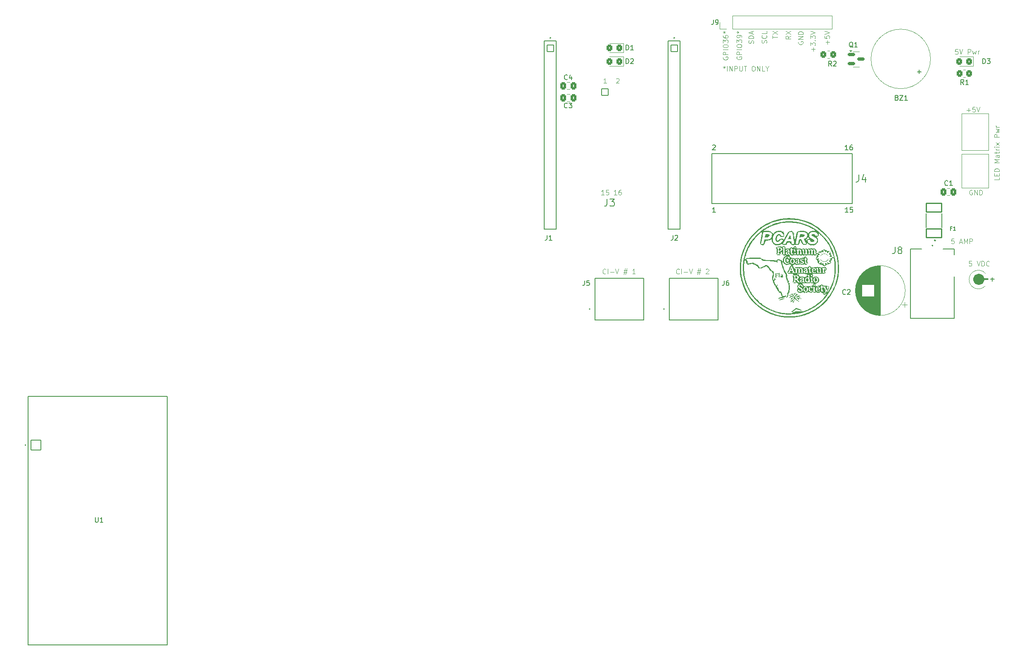
<source format=gbr>
%TF.GenerationSoftware,KiCad,Pcbnew,9.0.0*%
%TF.CreationDate,2025-04-23T05:04:15-04:00*%
%TF.ProjectId,W4MLB_Band_Display_V2,57344d4c-425f-4426-916e-645f44697370,1.0*%
%TF.SameCoordinates,Original*%
%TF.FileFunction,Legend,Top*%
%TF.FilePolarity,Positive*%
%FSLAX46Y46*%
G04 Gerber Fmt 4.6, Leading zero omitted, Abs format (unit mm)*
G04 Created by KiCad (PCBNEW 9.0.0) date 2025-04-23 05:04:15*
%MOMM*%
%LPD*%
G01*
G04 APERTURE LIST*
G04 Aperture macros list*
%AMRoundRect*
0 Rectangle with rounded corners*
0 $1 Rounding radius*
0 $2 $3 $4 $5 $6 $7 $8 $9 X,Y pos of 4 corners*
0 Add a 4 corners polygon primitive as box body*
4,1,4,$2,$3,$4,$5,$6,$7,$8,$9,$2,$3,0*
0 Add four circle primitives for the rounded corners*
1,1,$1+$1,$2,$3*
1,1,$1+$1,$4,$5*
1,1,$1+$1,$6,$7*
1,1,$1+$1,$8,$9*
0 Add four rect primitives between the rounded corners*
20,1,$1+$1,$2,$3,$4,$5,0*
20,1,$1+$1,$4,$5,$6,$7,0*
20,1,$1+$1,$6,$7,$8,$9,0*
20,1,$1+$1,$8,$9,$2,$3,0*%
G04 Aperture macros list end*
%ADD10C,0.125000*%
%ADD11C,0.000000*%
%ADD12C,1.168034*%
%ADD13C,0.300000*%
%ADD14C,0.100000*%
%ADD15C,0.200000*%
%ADD16C,0.150000*%
%ADD17C,0.120000*%
%ADD18C,0.127000*%
%ADD19C,0.152400*%
%ADD20C,0.860984*%
%ADD21RoundRect,0.250000X-0.350000X-0.450000X0.350000X-0.450000X0.350000X0.450000X-0.350000X0.450000X0*%
%ADD22RoundRect,0.250000X0.325000X0.450000X-0.325000X0.450000X-0.325000X-0.450000X0.325000X-0.450000X0*%
%ADD23C,2.200000*%
%ADD24O,2.004000X3.804000*%
%ADD25O,4.204000X2.204000*%
%ADD26C,2.223300*%
%ADD27R,2.000000X2.000000*%
%ADD28C,2.000000*%
%ADD29RoundRect,0.250000X-0.337500X-0.475000X0.337500X-0.475000X0.337500X0.475000X-0.337500X0.475000X0*%
%ADD30RoundRect,0.102000X-0.695000X0.695000X-0.695000X-0.695000X0.695000X-0.695000X0.695000X0.695000X0*%
%ADD31C,1.594000*%
%ADD32RoundRect,0.150000X-0.587500X-0.150000X0.587500X-0.150000X0.587500X0.150000X-0.587500X0.150000X0*%
%ADD33O,4.004000X2.104000*%
%ADD34O,2.104000X4.004000*%
%ADD35R,1.700000X1.700000*%
%ADD36O,1.700000X1.700000*%
%ADD37RoundRect,0.102000X-1.000000X-1.000000X1.000000X-1.000000X1.000000X1.000000X-1.000000X1.000000X0*%
%ADD38C,2.204000*%
%ADD39RoundRect,0.102000X1.575000X-0.890000X1.575000X0.890000X-1.575000X0.890000X-1.575000X-0.890000X0*%
%ADD40RoundRect,0.102000X0.685000X-0.685000X0.685000X0.685000X-0.685000X0.685000X-0.685000X-0.685000X0*%
%ADD41C,1.574000*%
G04 APERTURE END LIST*
D10*
X135372712Y-78066357D02*
X135420331Y-78018738D01*
X135420331Y-78018738D02*
X135515569Y-77971119D01*
X135515569Y-77971119D02*
X135753664Y-77971119D01*
X135753664Y-77971119D02*
X135848902Y-78018738D01*
X135848902Y-78018738D02*
X135896521Y-78066357D01*
X135896521Y-78066357D02*
X135944140Y-78161595D01*
X135944140Y-78161595D02*
X135944140Y-78256833D01*
X135944140Y-78256833D02*
X135896521Y-78399690D01*
X135896521Y-78399690D02*
X135325093Y-78971119D01*
X135325093Y-78971119D02*
X135944140Y-78971119D01*
X132867949Y-101871119D02*
X132296521Y-101871119D01*
X132582235Y-101871119D02*
X132582235Y-100871119D01*
X132582235Y-100871119D02*
X132486997Y-101013976D01*
X132486997Y-101013976D02*
X132391759Y-101109214D01*
X132391759Y-101109214D02*
X132296521Y-101156833D01*
X133772711Y-100871119D02*
X133296521Y-100871119D01*
X133296521Y-100871119D02*
X133248902Y-101347309D01*
X133248902Y-101347309D02*
X133296521Y-101299690D01*
X133296521Y-101299690D02*
X133391759Y-101252071D01*
X133391759Y-101252071D02*
X133629854Y-101252071D01*
X133629854Y-101252071D02*
X133725092Y-101299690D01*
X133725092Y-101299690D02*
X133772711Y-101347309D01*
X133772711Y-101347309D02*
X133820330Y-101442547D01*
X133820330Y-101442547D02*
X133820330Y-101680642D01*
X133820330Y-101680642D02*
X133772711Y-101775880D01*
X133772711Y-101775880D02*
X133725092Y-101823500D01*
X133725092Y-101823500D02*
X133629854Y-101871119D01*
X133629854Y-101871119D02*
X133391759Y-101871119D01*
X133391759Y-101871119D02*
X133296521Y-101823500D01*
X133296521Y-101823500D02*
X133248902Y-101775880D01*
X135467949Y-101871119D02*
X134896521Y-101871119D01*
X135182235Y-101871119D02*
X135182235Y-100871119D01*
X135182235Y-100871119D02*
X135086997Y-101013976D01*
X135086997Y-101013976D02*
X134991759Y-101109214D01*
X134991759Y-101109214D02*
X134896521Y-101156833D01*
X136325092Y-100871119D02*
X136134616Y-100871119D01*
X136134616Y-100871119D02*
X136039378Y-100918738D01*
X136039378Y-100918738D02*
X135991759Y-100966357D01*
X135991759Y-100966357D02*
X135896521Y-101109214D01*
X135896521Y-101109214D02*
X135848902Y-101299690D01*
X135848902Y-101299690D02*
X135848902Y-101680642D01*
X135848902Y-101680642D02*
X135896521Y-101775880D01*
X135896521Y-101775880D02*
X135944140Y-101823500D01*
X135944140Y-101823500D02*
X136039378Y-101871119D01*
X136039378Y-101871119D02*
X136229854Y-101871119D01*
X136229854Y-101871119D02*
X136325092Y-101823500D01*
X136325092Y-101823500D02*
X136372711Y-101775880D01*
X136372711Y-101775880D02*
X136420330Y-101680642D01*
X136420330Y-101680642D02*
X136420330Y-101442547D01*
X136420330Y-101442547D02*
X136372711Y-101347309D01*
X136372711Y-101347309D02*
X136325092Y-101299690D01*
X136325092Y-101299690D02*
X136229854Y-101252071D01*
X136229854Y-101252071D02*
X136039378Y-101252071D01*
X136039378Y-101252071D02*
X135944140Y-101299690D01*
X135944140Y-101299690D02*
X135896521Y-101347309D01*
X135896521Y-101347309D02*
X135848902Y-101442547D01*
X213901119Y-98302178D02*
X213901119Y-98778368D01*
X213901119Y-98778368D02*
X212901119Y-98778368D01*
X213377309Y-97968844D02*
X213377309Y-97635511D01*
X213901119Y-97492654D02*
X213901119Y-97968844D01*
X213901119Y-97968844D02*
X212901119Y-97968844D01*
X212901119Y-97968844D02*
X212901119Y-97492654D01*
X213901119Y-97064082D02*
X212901119Y-97064082D01*
X212901119Y-97064082D02*
X212901119Y-96825987D01*
X212901119Y-96825987D02*
X212948738Y-96683130D01*
X212948738Y-96683130D02*
X213043976Y-96587892D01*
X213043976Y-96587892D02*
X213139214Y-96540273D01*
X213139214Y-96540273D02*
X213329690Y-96492654D01*
X213329690Y-96492654D02*
X213472547Y-96492654D01*
X213472547Y-96492654D02*
X213663023Y-96540273D01*
X213663023Y-96540273D02*
X213758261Y-96587892D01*
X213758261Y-96587892D02*
X213853500Y-96683130D01*
X213853500Y-96683130D02*
X213901119Y-96825987D01*
X213901119Y-96825987D02*
X213901119Y-97064082D01*
X213901119Y-95302177D02*
X212901119Y-95302177D01*
X212901119Y-95302177D02*
X213615404Y-94968844D01*
X213615404Y-94968844D02*
X212901119Y-94635511D01*
X212901119Y-94635511D02*
X213901119Y-94635511D01*
X213901119Y-93730749D02*
X213377309Y-93730749D01*
X213377309Y-93730749D02*
X213282071Y-93778368D01*
X213282071Y-93778368D02*
X213234452Y-93873606D01*
X213234452Y-93873606D02*
X213234452Y-94064082D01*
X213234452Y-94064082D02*
X213282071Y-94159320D01*
X213853500Y-93730749D02*
X213901119Y-93825987D01*
X213901119Y-93825987D02*
X213901119Y-94064082D01*
X213901119Y-94064082D02*
X213853500Y-94159320D01*
X213853500Y-94159320D02*
X213758261Y-94206939D01*
X213758261Y-94206939D02*
X213663023Y-94206939D01*
X213663023Y-94206939D02*
X213567785Y-94159320D01*
X213567785Y-94159320D02*
X213520166Y-94064082D01*
X213520166Y-94064082D02*
X213520166Y-93825987D01*
X213520166Y-93825987D02*
X213472547Y-93730749D01*
X213234452Y-93397415D02*
X213234452Y-93016463D01*
X212901119Y-93254558D02*
X213758261Y-93254558D01*
X213758261Y-93254558D02*
X213853500Y-93206939D01*
X213853500Y-93206939D02*
X213901119Y-93111701D01*
X213901119Y-93111701D02*
X213901119Y-93016463D01*
X213901119Y-92683129D02*
X213234452Y-92683129D01*
X213424928Y-92683129D02*
X213329690Y-92635510D01*
X213329690Y-92635510D02*
X213282071Y-92587891D01*
X213282071Y-92587891D02*
X213234452Y-92492653D01*
X213234452Y-92492653D02*
X213234452Y-92397415D01*
X213901119Y-92064081D02*
X213234452Y-92064081D01*
X212901119Y-92064081D02*
X212948738Y-92111700D01*
X212948738Y-92111700D02*
X212996357Y-92064081D01*
X212996357Y-92064081D02*
X212948738Y-92016462D01*
X212948738Y-92016462D02*
X212901119Y-92064081D01*
X212901119Y-92064081D02*
X212996357Y-92064081D01*
X213901119Y-91683129D02*
X213234452Y-91159320D01*
X213234452Y-91683129D02*
X213901119Y-91159320D01*
X213901119Y-90016462D02*
X212901119Y-90016462D01*
X212901119Y-90016462D02*
X212901119Y-89635510D01*
X212901119Y-89635510D02*
X212948738Y-89540272D01*
X212948738Y-89540272D02*
X212996357Y-89492653D01*
X212996357Y-89492653D02*
X213091595Y-89445034D01*
X213091595Y-89445034D02*
X213234452Y-89445034D01*
X213234452Y-89445034D02*
X213329690Y-89492653D01*
X213329690Y-89492653D02*
X213377309Y-89540272D01*
X213377309Y-89540272D02*
X213424928Y-89635510D01*
X213424928Y-89635510D02*
X213424928Y-90016462D01*
X213234452Y-89111700D02*
X213901119Y-88921224D01*
X213901119Y-88921224D02*
X213424928Y-88730748D01*
X213424928Y-88730748D02*
X213901119Y-88540272D01*
X213901119Y-88540272D02*
X213234452Y-88349796D01*
X213901119Y-87968843D02*
X213234452Y-87968843D01*
X213424928Y-87968843D02*
X213329690Y-87921224D01*
X213329690Y-87921224D02*
X213282071Y-87873605D01*
X213282071Y-87873605D02*
X213234452Y-87778367D01*
X213234452Y-87778367D02*
X213234452Y-87683129D01*
X208196521Y-115471119D02*
X207720331Y-115471119D01*
X207720331Y-115471119D02*
X207672712Y-115947309D01*
X207672712Y-115947309D02*
X207720331Y-115899690D01*
X207720331Y-115899690D02*
X207815569Y-115852071D01*
X207815569Y-115852071D02*
X208053664Y-115852071D01*
X208053664Y-115852071D02*
X208148902Y-115899690D01*
X208148902Y-115899690D02*
X208196521Y-115947309D01*
X208196521Y-115947309D02*
X208244140Y-116042547D01*
X208244140Y-116042547D02*
X208244140Y-116280642D01*
X208244140Y-116280642D02*
X208196521Y-116375880D01*
X208196521Y-116375880D02*
X208148902Y-116423500D01*
X208148902Y-116423500D02*
X208053664Y-116471119D01*
X208053664Y-116471119D02*
X207815569Y-116471119D01*
X207815569Y-116471119D02*
X207720331Y-116423500D01*
X207720331Y-116423500D02*
X207672712Y-116375880D01*
X209291760Y-115471119D02*
X209625093Y-116471119D01*
X209625093Y-116471119D02*
X209958426Y-115471119D01*
X210291760Y-116471119D02*
X210291760Y-115471119D01*
X210291760Y-115471119D02*
X210529855Y-115471119D01*
X210529855Y-115471119D02*
X210672712Y-115518738D01*
X210672712Y-115518738D02*
X210767950Y-115613976D01*
X210767950Y-115613976D02*
X210815569Y-115709214D01*
X210815569Y-115709214D02*
X210863188Y-115899690D01*
X210863188Y-115899690D02*
X210863188Y-116042547D01*
X210863188Y-116042547D02*
X210815569Y-116233023D01*
X210815569Y-116233023D02*
X210767950Y-116328261D01*
X210767950Y-116328261D02*
X210672712Y-116423500D01*
X210672712Y-116423500D02*
X210529855Y-116471119D01*
X210529855Y-116471119D02*
X210291760Y-116471119D01*
X211863188Y-116375880D02*
X211815569Y-116423500D01*
X211815569Y-116423500D02*
X211672712Y-116471119D01*
X211672712Y-116471119D02*
X211577474Y-116471119D01*
X211577474Y-116471119D02*
X211434617Y-116423500D01*
X211434617Y-116423500D02*
X211339379Y-116328261D01*
X211339379Y-116328261D02*
X211291760Y-116233023D01*
X211291760Y-116233023D02*
X211244141Y-116042547D01*
X211244141Y-116042547D02*
X211244141Y-115899690D01*
X211244141Y-115899690D02*
X211291760Y-115709214D01*
X211291760Y-115709214D02*
X211339379Y-115613976D01*
X211339379Y-115613976D02*
X211434617Y-115518738D01*
X211434617Y-115518738D02*
X211577474Y-115471119D01*
X211577474Y-115471119D02*
X211672712Y-115471119D01*
X211672712Y-115471119D02*
X211815569Y-115518738D01*
X211815569Y-115518738D02*
X211863188Y-115566357D01*
X205391521Y-72026119D02*
X204915331Y-72026119D01*
X204915331Y-72026119D02*
X204867712Y-72502309D01*
X204867712Y-72502309D02*
X204915331Y-72454690D01*
X204915331Y-72454690D02*
X205010569Y-72407071D01*
X205010569Y-72407071D02*
X205248664Y-72407071D01*
X205248664Y-72407071D02*
X205343902Y-72454690D01*
X205343902Y-72454690D02*
X205391521Y-72502309D01*
X205391521Y-72502309D02*
X205439140Y-72597547D01*
X205439140Y-72597547D02*
X205439140Y-72835642D01*
X205439140Y-72835642D02*
X205391521Y-72930880D01*
X205391521Y-72930880D02*
X205343902Y-72978500D01*
X205343902Y-72978500D02*
X205248664Y-73026119D01*
X205248664Y-73026119D02*
X205010569Y-73026119D01*
X205010569Y-73026119D02*
X204915331Y-72978500D01*
X204915331Y-72978500D02*
X204867712Y-72930880D01*
X205724855Y-72026119D02*
X206058188Y-73026119D01*
X206058188Y-73026119D02*
X206391521Y-72026119D01*
X207486760Y-73026119D02*
X207486760Y-72026119D01*
X207486760Y-72026119D02*
X207867712Y-72026119D01*
X207867712Y-72026119D02*
X207962950Y-72073738D01*
X207962950Y-72073738D02*
X208010569Y-72121357D01*
X208010569Y-72121357D02*
X208058188Y-72216595D01*
X208058188Y-72216595D02*
X208058188Y-72359452D01*
X208058188Y-72359452D02*
X208010569Y-72454690D01*
X208010569Y-72454690D02*
X207962950Y-72502309D01*
X207962950Y-72502309D02*
X207867712Y-72549928D01*
X207867712Y-72549928D02*
X207486760Y-72549928D01*
X208391522Y-72359452D02*
X208581998Y-73026119D01*
X208581998Y-73026119D02*
X208772474Y-72549928D01*
X208772474Y-72549928D02*
X208962950Y-73026119D01*
X208962950Y-73026119D02*
X209153426Y-72359452D01*
X209534379Y-73026119D02*
X209534379Y-72359452D01*
X209534379Y-72549928D02*
X209581998Y-72454690D01*
X209581998Y-72454690D02*
X209629617Y-72407071D01*
X209629617Y-72407071D02*
X209724855Y-72359452D01*
X209724855Y-72359452D02*
X209820093Y-72359452D01*
X206220000Y-93490000D02*
X211680000Y-93490000D01*
X211680000Y-100440000D01*
X206220000Y-100440000D01*
X206220000Y-93490000D01*
X206220000Y-85210000D02*
X211710000Y-85210000D01*
X211710000Y-92740000D01*
X206220000Y-92740000D01*
X206220000Y-85210000D01*
D11*
G36*
X168309101Y-117943334D02*
G01*
X168345259Y-117944363D01*
X168362162Y-117945146D01*
X168378296Y-117946114D01*
X168393673Y-117947271D01*
X168408304Y-117948621D01*
X168422202Y-117950167D01*
X168435378Y-117951913D01*
X168447843Y-117953863D01*
X168459609Y-117956021D01*
X168470687Y-117958391D01*
X168481091Y-117960977D01*
X168490830Y-117963782D01*
X168499916Y-117966811D01*
X168508362Y-117970067D01*
X168516179Y-117973555D01*
X168523378Y-117977277D01*
X168529971Y-117981239D01*
X168535970Y-117985443D01*
X168541387Y-117989895D01*
X168546232Y-117994597D01*
X168550518Y-117999553D01*
X168554256Y-118004768D01*
X168557458Y-118010245D01*
X168560136Y-118015988D01*
X168562300Y-118022001D01*
X168563964Y-118028288D01*
X168565137Y-118034853D01*
X168565833Y-118041700D01*
X168566062Y-118048832D01*
X168565795Y-118064960D01*
X168564919Y-118078970D01*
X168563318Y-118090892D01*
X168562211Y-118096079D01*
X168560881Y-118100757D01*
X168559313Y-118104928D01*
X168557493Y-118108596D01*
X168555406Y-118111766D01*
X168553040Y-118114441D01*
X168550379Y-118116625D01*
X168547409Y-118118322D01*
X168544116Y-118119535D01*
X168540486Y-118120270D01*
X168536504Y-118120529D01*
X168532157Y-118120316D01*
X168527430Y-118119636D01*
X168522309Y-118118492D01*
X168516780Y-118116888D01*
X168510828Y-118114828D01*
X168497601Y-118109356D01*
X168482513Y-118102106D01*
X168465451Y-118093109D01*
X168446302Y-118082396D01*
X168424951Y-118069999D01*
X168403427Y-118056437D01*
X168393362Y-118050397D01*
X168383734Y-118044850D01*
X168374524Y-118039793D01*
X168365714Y-118035226D01*
X168357284Y-118031147D01*
X168349214Y-118027555D01*
X168341485Y-118024449D01*
X168334078Y-118021828D01*
X168326973Y-118019689D01*
X168320151Y-118018033D01*
X168313593Y-118016857D01*
X168307279Y-118016160D01*
X168301189Y-118015942D01*
X168295305Y-118016200D01*
X168289607Y-118016933D01*
X168284076Y-118018141D01*
X168278692Y-118019822D01*
X168273436Y-118021974D01*
X168268288Y-118024596D01*
X168263230Y-118027688D01*
X168258241Y-118031246D01*
X168253303Y-118035272D01*
X168248395Y-118039762D01*
X168243500Y-118044717D01*
X168238596Y-118050133D01*
X168233666Y-118056011D01*
X168228689Y-118062349D01*
X168223646Y-118069146D01*
X168213284Y-118084109D01*
X168194931Y-118114619D01*
X168186873Y-118128944D01*
X168179564Y-118142648D01*
X168173004Y-118155733D01*
X168167194Y-118168197D01*
X168162137Y-118180041D01*
X168157832Y-118191266D01*
X168154282Y-118201870D01*
X168151488Y-118211853D01*
X168149451Y-118221217D01*
X168148172Y-118229961D01*
X168147653Y-118238084D01*
X168147895Y-118245588D01*
X168148899Y-118252471D01*
X168150666Y-118258734D01*
X168153199Y-118264378D01*
X168156497Y-118269400D01*
X168160563Y-118273803D01*
X168165398Y-118277586D01*
X168171002Y-118280749D01*
X168177378Y-118283291D01*
X168184526Y-118285214D01*
X168192448Y-118286516D01*
X168201146Y-118287198D01*
X168210619Y-118287260D01*
X168220871Y-118286702D01*
X168231902Y-118285524D01*
X168243712Y-118283725D01*
X168256305Y-118281307D01*
X168269680Y-118278268D01*
X168283840Y-118274609D01*
X168302865Y-118269986D01*
X168320289Y-118266727D01*
X168328416Y-118265622D01*
X168336162Y-118264874D01*
X168343533Y-118264487D01*
X168350537Y-118264467D01*
X168357178Y-118264819D01*
X168363464Y-118265549D01*
X168369402Y-118266661D01*
X168374997Y-118268160D01*
X168380256Y-118270052D01*
X168385186Y-118272343D01*
X168389792Y-118275036D01*
X168394083Y-118278137D01*
X168398063Y-118281652D01*
X168401739Y-118285586D01*
X168405119Y-118289943D01*
X168408207Y-118294729D01*
X168411012Y-118299949D01*
X168413539Y-118305609D01*
X168415794Y-118311713D01*
X168417785Y-118318266D01*
X168419517Y-118325274D01*
X168420997Y-118332742D01*
X168422232Y-118340676D01*
X168423228Y-118349079D01*
X168424529Y-118367318D01*
X168424951Y-118387499D01*
X168424780Y-118408752D01*
X168424248Y-118427545D01*
X168423323Y-118443899D01*
X168422703Y-118451167D01*
X168421974Y-118457834D01*
X168421131Y-118463901D01*
X168420171Y-118469371D01*
X168419089Y-118474247D01*
X168417881Y-118478532D01*
X168416545Y-118482227D01*
X168415075Y-118485336D01*
X168413469Y-118487861D01*
X168411722Y-118489804D01*
X168409830Y-118491169D01*
X168407789Y-118491957D01*
X168405596Y-118492172D01*
X168403247Y-118491816D01*
X168400737Y-118490891D01*
X168398064Y-118489401D01*
X168395222Y-118487347D01*
X168392209Y-118484732D01*
X168389020Y-118481560D01*
X168385651Y-118477832D01*
X168382099Y-118473551D01*
X168378360Y-118468719D01*
X168374429Y-118463340D01*
X168370303Y-118457416D01*
X168361451Y-118443942D01*
X168351514Y-118429610D01*
X168341571Y-118417009D01*
X168331656Y-118406092D01*
X168321805Y-118396814D01*
X168312052Y-118389127D01*
X168302431Y-118382985D01*
X168292979Y-118378342D01*
X168283730Y-118375151D01*
X168274718Y-118373366D01*
X168265979Y-118372940D01*
X168257547Y-118373826D01*
X168249458Y-118375978D01*
X168241746Y-118379350D01*
X168234446Y-118383895D01*
X168227593Y-118389567D01*
X168221222Y-118396318D01*
X168215367Y-118404103D01*
X168210065Y-118412875D01*
X168205349Y-118422588D01*
X168201254Y-118433195D01*
X168197816Y-118444649D01*
X168195068Y-118456904D01*
X168193047Y-118469913D01*
X168191787Y-118483631D01*
X168191322Y-118498010D01*
X168191689Y-118513004D01*
X168192921Y-118528566D01*
X168195053Y-118544650D01*
X168198121Y-118561210D01*
X168202158Y-118578199D01*
X168207201Y-118595570D01*
X168213284Y-118613277D01*
X168224252Y-118642000D01*
X168233225Y-118667447D01*
X168240027Y-118689814D01*
X168244483Y-118709298D01*
X168245777Y-118718020D01*
X168246418Y-118726094D01*
X168246384Y-118733546D01*
X168245655Y-118740400D01*
X168244207Y-118746680D01*
X168242018Y-118752411D01*
X168239068Y-118757618D01*
X168235333Y-118762325D01*
X168230792Y-118766556D01*
X168225423Y-118770336D01*
X168219204Y-118773690D01*
X168212113Y-118776642D01*
X168204128Y-118779217D01*
X168195227Y-118781440D01*
X168185388Y-118783334D01*
X168174589Y-118784925D01*
X168150024Y-118787293D01*
X168121355Y-118788742D01*
X168088408Y-118789467D01*
X168051006Y-118789665D01*
X168023225Y-118789417D01*
X168010327Y-118789107D01*
X167998090Y-118788673D01*
X167986514Y-118788115D01*
X167975600Y-118787433D01*
X167965348Y-118786627D01*
X167955756Y-118785696D01*
X167946827Y-118784642D01*
X167938559Y-118783464D01*
X167930952Y-118782162D01*
X167924006Y-118780735D01*
X167917723Y-118779185D01*
X167912100Y-118777511D01*
X167907139Y-118775712D01*
X167902840Y-118773790D01*
X167899202Y-118771744D01*
X167896225Y-118769573D01*
X167893910Y-118767279D01*
X167893001Y-118766085D01*
X167892257Y-118764860D01*
X167891678Y-118763605D01*
X167891264Y-118762318D01*
X167891016Y-118761000D01*
X167890934Y-118759651D01*
X167891016Y-118758272D01*
X167891264Y-118756861D01*
X167891678Y-118755419D01*
X167892257Y-118753946D01*
X167893910Y-118750908D01*
X167896225Y-118747745D01*
X167899202Y-118744459D01*
X167902840Y-118741048D01*
X167907140Y-118737514D01*
X167912100Y-118733855D01*
X167917723Y-118730072D01*
X167924007Y-118726166D01*
X167935419Y-118717226D01*
X167945849Y-118706239D01*
X167955307Y-118693144D01*
X167963805Y-118677879D01*
X167971351Y-118660381D01*
X167977957Y-118640589D01*
X167983633Y-118618441D01*
X167988389Y-118593874D01*
X167992235Y-118566826D01*
X167995182Y-118537236D01*
X167997241Y-118505042D01*
X167998421Y-118470181D01*
X167998732Y-118432591D01*
X167998186Y-118392211D01*
X167994562Y-118302831D01*
X167966340Y-117942998D01*
X168269729Y-117942998D01*
X168309101Y-117943334D01*
G37*
G36*
X169304622Y-118159516D02*
G01*
X169331530Y-118163154D01*
X169358158Y-118168776D01*
X169384167Y-118176383D01*
X169409215Y-118185974D01*
X169432960Y-118197550D01*
X169444238Y-118204082D01*
X169455062Y-118211110D01*
X169463074Y-118217697D01*
X169471199Y-118226764D01*
X169479386Y-118238147D01*
X169487584Y-118251679D01*
X169495740Y-118267196D01*
X169503804Y-118284531D01*
X169511722Y-118303521D01*
X169519444Y-118323998D01*
X169526918Y-118345799D01*
X169534093Y-118368757D01*
X169540916Y-118392707D01*
X169547336Y-118417484D01*
X169553301Y-118442923D01*
X169558759Y-118468858D01*
X169563660Y-118495123D01*
X169567951Y-118521554D01*
X169576756Y-118610051D01*
X169579314Y-118645856D01*
X169580188Y-118676556D01*
X169579886Y-118690113D01*
X169579035Y-118702542D01*
X169577593Y-118713891D01*
X169575516Y-118724208D01*
X169572763Y-118733544D01*
X169569289Y-118741947D01*
X169565054Y-118749466D01*
X169560013Y-118756151D01*
X169554126Y-118762051D01*
X169547348Y-118767213D01*
X169539637Y-118771689D01*
X169530951Y-118775526D01*
X169521246Y-118778775D01*
X169510482Y-118781483D01*
X169498613Y-118783700D01*
X169485599Y-118785476D01*
X169455963Y-118787898D01*
X169421231Y-118789141D01*
X169335117Y-118789665D01*
X169307524Y-118789340D01*
X169280396Y-118788384D01*
X169253867Y-118786828D01*
X169228072Y-118784704D01*
X169203145Y-118782043D01*
X169179220Y-118778875D01*
X169156433Y-118775232D01*
X169134916Y-118771144D01*
X169114805Y-118766644D01*
X169096235Y-118761760D01*
X169079338Y-118756525D01*
X169064250Y-118750970D01*
X169051106Y-118745126D01*
X169040038Y-118739023D01*
X169035325Y-118735884D01*
X169031182Y-118732692D01*
X169027626Y-118729452D01*
X169024673Y-118726166D01*
X169021377Y-118719128D01*
X169019386Y-118711290D01*
X169018644Y-118702717D01*
X169019092Y-118693479D01*
X169020671Y-118683640D01*
X169023324Y-118673270D01*
X169026993Y-118662434D01*
X169031618Y-118651200D01*
X169037143Y-118639636D01*
X169043509Y-118627808D01*
X169058531Y-118603630D01*
X169076220Y-118579204D01*
X169096110Y-118555068D01*
X169117737Y-118531758D01*
X169140635Y-118509813D01*
X169164339Y-118489770D01*
X169188384Y-118472165D01*
X169200389Y-118464445D01*
X169212305Y-118457537D01*
X169224074Y-118451507D01*
X169235637Y-118446423D01*
X169246936Y-118442352D01*
X169257914Y-118439361D01*
X169268513Y-118437517D01*
X169278673Y-118436887D01*
X169281959Y-118436744D01*
X169285200Y-118436319D01*
X169288391Y-118435620D01*
X169291530Y-118434655D01*
X169294612Y-118433431D01*
X169297633Y-118431957D01*
X169300589Y-118430240D01*
X169303478Y-118428288D01*
X169306293Y-118426109D01*
X169309033Y-118423710D01*
X169314268Y-118418284D01*
X169319151Y-118412072D01*
X169323652Y-118405138D01*
X169327740Y-118397541D01*
X169331383Y-118389345D01*
X169334551Y-118380612D01*
X169337212Y-118371403D01*
X169339336Y-118361781D01*
X169340892Y-118351807D01*
X169341848Y-118341544D01*
X169342173Y-118331054D01*
X169341828Y-118319479D01*
X169340816Y-118308569D01*
X169339173Y-118298329D01*
X169336937Y-118288762D01*
X169334142Y-118279872D01*
X169330825Y-118271662D01*
X169327023Y-118264138D01*
X169322770Y-118257301D01*
X169318105Y-118251158D01*
X169313062Y-118245710D01*
X169307678Y-118240963D01*
X169301990Y-118236920D01*
X169296032Y-118233585D01*
X169289842Y-118230962D01*
X169283456Y-118229054D01*
X169276909Y-118227867D01*
X169270239Y-118227402D01*
X169263481Y-118227665D01*
X169256670Y-118228659D01*
X169249845Y-118230388D01*
X169243040Y-118232857D01*
X169236292Y-118236068D01*
X169229637Y-118240025D01*
X169223111Y-118244734D01*
X169216751Y-118250197D01*
X169210592Y-118256418D01*
X169204670Y-118263401D01*
X169199023Y-118271151D01*
X169193686Y-118279670D01*
X169188695Y-118288964D01*
X169184086Y-118299035D01*
X169179896Y-118309888D01*
X169178492Y-118314434D01*
X169176930Y-118318812D01*
X169175218Y-118323016D01*
X169173364Y-118327044D01*
X169171376Y-118330891D01*
X169169261Y-118334552D01*
X169167027Y-118338026D01*
X169164682Y-118341306D01*
X169162234Y-118344391D01*
X169159690Y-118347275D01*
X169157059Y-118349955D01*
X169154347Y-118352427D01*
X169151563Y-118354687D01*
X169148714Y-118356732D01*
X169145809Y-118358557D01*
X169142854Y-118360158D01*
X169139858Y-118361532D01*
X169136829Y-118362675D01*
X169133773Y-118363582D01*
X169130700Y-118364251D01*
X169127616Y-118364676D01*
X169124530Y-118364855D01*
X169121448Y-118364784D01*
X169118380Y-118364458D01*
X169115332Y-118363873D01*
X169112313Y-118363026D01*
X169109330Y-118361913D01*
X169106391Y-118360530D01*
X169103504Y-118358873D01*
X169100675Y-118356939D01*
X169097915Y-118354723D01*
X169095229Y-118352221D01*
X169092666Y-118349514D01*
X169090268Y-118346688D01*
X169088035Y-118343748D01*
X169085968Y-118340700D01*
X169084066Y-118337549D01*
X169082330Y-118334299D01*
X169080759Y-118330957D01*
X169079353Y-118327526D01*
X169077038Y-118320422D01*
X169075385Y-118313029D01*
X169074392Y-118305388D01*
X169074062Y-118297540D01*
X169074392Y-118289527D01*
X169075385Y-118281389D01*
X169077038Y-118273169D01*
X169079353Y-118264908D01*
X169082330Y-118256647D01*
X169085968Y-118248427D01*
X169090268Y-118240289D01*
X169095229Y-118232276D01*
X169100286Y-118223925D01*
X169106169Y-118216070D01*
X169112834Y-118208712D01*
X169120240Y-118201849D01*
X169128344Y-118195483D01*
X169137102Y-118189612D01*
X169146473Y-118184238D01*
X169156414Y-118179360D01*
X169166881Y-118174978D01*
X169177833Y-118171092D01*
X169201021Y-118164808D01*
X169225634Y-118160508D01*
X169251333Y-118158193D01*
X169277776Y-118157862D01*
X169304622Y-118159516D01*
G37*
G36*
X169861206Y-123101556D02*
G01*
X169870057Y-123101994D01*
X169877788Y-123102857D01*
X169884459Y-123104137D01*
X169890127Y-123105831D01*
X169892604Y-123106832D01*
X169894851Y-123107934D01*
X169896877Y-123109137D01*
X169898689Y-123110439D01*
X169900293Y-123111842D01*
X169901698Y-123113343D01*
X169902911Y-123114942D01*
X169903938Y-123116639D01*
X169904787Y-123118433D01*
X169905465Y-123120323D01*
X169906339Y-123124389D01*
X169906618Y-123128832D01*
X169904724Y-123135872D01*
X169899152Y-123143724D01*
X169877652Y-123161643D01*
X169843459Y-123182147D01*
X169797918Y-123204789D01*
X169742373Y-123229127D01*
X169678167Y-123254716D01*
X169529146Y-123307867D01*
X169361604Y-123360687D01*
X169186290Y-123409621D01*
X169013952Y-123451113D01*
X168932259Y-123467958D01*
X168855340Y-123481609D01*
X168829202Y-123485232D01*
X168806309Y-123488100D01*
X168786600Y-123490121D01*
X168770012Y-123491201D01*
X168762869Y-123491359D01*
X168756483Y-123491247D01*
X168750846Y-123490854D01*
X168745951Y-123490167D01*
X168741790Y-123489176D01*
X168738355Y-123487867D01*
X168735638Y-123486231D01*
X168733632Y-123484255D01*
X168732328Y-123481928D01*
X168731720Y-123479238D01*
X168731798Y-123476172D01*
X168732557Y-123472721D01*
X168733987Y-123468872D01*
X168736081Y-123464613D01*
X168738832Y-123459933D01*
X168742231Y-123454820D01*
X168746271Y-123449263D01*
X168750943Y-123443250D01*
X168762157Y-123429809D01*
X168775810Y-123414404D01*
X168791841Y-123396943D01*
X168805688Y-123385965D01*
X168823246Y-123374274D01*
X168844256Y-123361984D01*
X168868459Y-123349208D01*
X168925413Y-123322653D01*
X168992041Y-123295520D01*
X169066276Y-123268717D01*
X169146051Y-123243154D01*
X169229298Y-123219741D01*
X169313950Y-123199387D01*
X169403160Y-123180611D01*
X169483243Y-123163944D01*
X169554665Y-123149344D01*
X169617891Y-123136769D01*
X169673386Y-123126179D01*
X169721616Y-123117532D01*
X169743151Y-123113924D01*
X169763045Y-123110786D01*
X169781354Y-123108114D01*
X169798138Y-123105901D01*
X169813455Y-123104143D01*
X169827361Y-123102835D01*
X169839917Y-123101971D01*
X169851179Y-123101547D01*
X169861206Y-123101556D01*
G37*
G36*
X179247347Y-113547842D02*
G01*
X179253720Y-113549946D01*
X179259674Y-113553849D01*
X179265183Y-113559568D01*
X179270222Y-113567121D01*
X179274766Y-113576524D01*
X179278787Y-113587793D01*
X179282260Y-113600947D01*
X179285160Y-113616000D01*
X179287461Y-113632971D01*
X179289136Y-113651876D01*
X179290160Y-113672731D01*
X179290507Y-113695554D01*
X179292667Y-113735724D01*
X179298858Y-113781433D01*
X179308645Y-113831608D01*
X179321595Y-113885172D01*
X179337274Y-113941051D01*
X179355247Y-113998171D01*
X179375080Y-114055456D01*
X179396340Y-114111832D01*
X179418592Y-114166223D01*
X179441402Y-114217555D01*
X179464336Y-114264753D01*
X179486960Y-114306742D01*
X179508840Y-114342447D01*
X179529541Y-114370793D01*
X179539314Y-114381871D01*
X179548630Y-114390706D01*
X179557435Y-114397164D01*
X179565673Y-114401110D01*
X179578925Y-114405862D01*
X179590910Y-114410846D01*
X179601642Y-114416047D01*
X179611134Y-114421450D01*
X179619402Y-114427039D01*
X179626460Y-114432798D01*
X179632321Y-114438712D01*
X179637000Y-114444766D01*
X179640511Y-114450944D01*
X179642869Y-114457231D01*
X179644087Y-114463610D01*
X179644180Y-114470067D01*
X179643161Y-114476586D01*
X179641046Y-114483151D01*
X179637849Y-114489748D01*
X179633582Y-114496360D01*
X179628262Y-114502972D01*
X179621902Y-114509568D01*
X179614516Y-114516134D01*
X179606118Y-114522653D01*
X179596723Y-114529110D01*
X179586345Y-114535489D01*
X179562696Y-114547954D01*
X179535285Y-114559922D01*
X179504226Y-114571270D01*
X179469632Y-114581874D01*
X179431617Y-114591610D01*
X179378697Y-114601936D01*
X179331048Y-114609069D01*
X179309194Y-114611422D01*
X179288650Y-114612957D01*
X179269413Y-114613668D01*
X179251481Y-114613548D01*
X179234851Y-114612591D01*
X179219521Y-114610790D01*
X179205488Y-114608139D01*
X179192749Y-114604632D01*
X179181303Y-114600262D01*
X179171145Y-114595022D01*
X179162275Y-114588906D01*
X179154688Y-114581908D01*
X179148383Y-114574021D01*
X179143357Y-114565239D01*
X179139608Y-114555555D01*
X179137132Y-114544963D01*
X179135927Y-114533456D01*
X179135992Y-114521028D01*
X179137322Y-114507672D01*
X179139916Y-114493383D01*
X179143770Y-114478153D01*
X179148883Y-114461976D01*
X179155252Y-114444845D01*
X179162873Y-114426755D01*
X179171746Y-114407698D01*
X179181866Y-114387669D01*
X179205840Y-114344665D01*
X179216591Y-114324994D01*
X179226364Y-114305698D01*
X179235174Y-114286820D01*
X179243033Y-114268405D01*
X179249958Y-114250496D01*
X179255961Y-114233137D01*
X179261057Y-114216373D01*
X179265261Y-114200247D01*
X179268586Y-114184803D01*
X179271047Y-114170085D01*
X179272658Y-114156137D01*
X179273433Y-114143003D01*
X179273386Y-114130727D01*
X179272532Y-114119353D01*
X179270885Y-114108924D01*
X179268459Y-114099485D01*
X179265267Y-114091079D01*
X179261326Y-114083751D01*
X179256647Y-114077544D01*
X179251247Y-114072503D01*
X179245139Y-114068671D01*
X179238337Y-114066092D01*
X179230855Y-114064810D01*
X179222708Y-114064869D01*
X179213910Y-114066313D01*
X179204475Y-114069185D01*
X179194417Y-114073531D01*
X179183751Y-114079393D01*
X179172491Y-114086816D01*
X179160650Y-114095844D01*
X179148243Y-114106520D01*
X179135285Y-114118888D01*
X179107752Y-114145334D01*
X179083361Y-114166416D01*
X179062111Y-114182062D01*
X179044004Y-114192199D01*
X179036128Y-114195180D01*
X179029038Y-114196755D01*
X179022734Y-114196918D01*
X179017215Y-114195658D01*
X179012481Y-114192967D01*
X179008533Y-114188835D01*
X179005370Y-114183254D01*
X179002993Y-114176214D01*
X179001402Y-114167706D01*
X179000596Y-114157722D01*
X179001340Y-114133288D01*
X179005226Y-114102838D01*
X179012254Y-114066301D01*
X179022424Y-114023605D01*
X179035735Y-113974676D01*
X179052189Y-113919442D01*
X179071784Y-113857831D01*
X179081103Y-113827469D01*
X179090519Y-113798571D01*
X179100008Y-113771153D01*
X179109543Y-113745232D01*
X179119099Y-113720826D01*
X179128650Y-113697950D01*
X179138169Y-113676622D01*
X179147632Y-113656859D01*
X179157012Y-113638676D01*
X179166284Y-113622092D01*
X179175421Y-113607123D01*
X179184398Y-113593786D01*
X179193189Y-113582097D01*
X179201769Y-113572073D01*
X179210110Y-113563732D01*
X179218188Y-113557089D01*
X179225976Y-113552162D01*
X179233450Y-113548967D01*
X179240582Y-113547522D01*
X179247347Y-113547842D01*
G37*
G36*
X172317481Y-125065393D02*
G01*
X172329319Y-125067015D01*
X172340992Y-125069598D01*
X172352587Y-125073104D01*
X172364193Y-125077497D01*
X172375897Y-125082738D01*
X172387787Y-125088791D01*
X172399950Y-125095618D01*
X172425451Y-125111443D01*
X172441717Y-125121854D01*
X172458676Y-125131893D01*
X172476192Y-125141519D01*
X172494133Y-125150689D01*
X172512362Y-125159364D01*
X172530747Y-125167502D01*
X172549153Y-125175060D01*
X172567444Y-125181999D01*
X172585488Y-125188276D01*
X172603149Y-125193850D01*
X172620294Y-125198680D01*
X172636787Y-125202724D01*
X172652495Y-125205942D01*
X172667283Y-125208292D01*
X172681016Y-125209732D01*
X172693562Y-125210221D01*
X172707538Y-125210811D01*
X172722935Y-125212545D01*
X172757558Y-125219220D01*
X172796563Y-125229801D01*
X172839083Y-125243845D01*
X172884248Y-125260907D01*
X172931191Y-125280542D01*
X172979044Y-125302307D01*
X173026937Y-125325756D01*
X173074004Y-125350445D01*
X173119376Y-125375930D01*
X173162185Y-125401766D01*
X173201562Y-125427510D01*
X173236640Y-125452715D01*
X173266550Y-125476939D01*
X173290425Y-125499737D01*
X173299827Y-125510462D01*
X173307395Y-125520664D01*
X173315024Y-125532423D01*
X173322037Y-125543872D01*
X173328441Y-125554994D01*
X173334240Y-125565768D01*
X173339440Y-125576175D01*
X173344045Y-125586196D01*
X173348061Y-125595811D01*
X173351493Y-125605001D01*
X173354347Y-125613747D01*
X173356626Y-125622028D01*
X173358338Y-125629827D01*
X173359486Y-125637123D01*
X173360076Y-125643897D01*
X173360113Y-125650130D01*
X173359602Y-125655802D01*
X173358549Y-125660894D01*
X173356958Y-125665387D01*
X173354835Y-125669261D01*
X173352185Y-125672496D01*
X173349013Y-125675074D01*
X173345324Y-125676975D01*
X173341123Y-125678180D01*
X173336416Y-125678669D01*
X173331208Y-125678423D01*
X173325504Y-125677423D01*
X173319309Y-125675648D01*
X173312628Y-125673081D01*
X173305466Y-125669700D01*
X173297829Y-125665488D01*
X173289722Y-125660425D01*
X173281149Y-125654490D01*
X173272117Y-125647666D01*
X173261158Y-125639410D01*
X173246954Y-125630564D01*
X173229732Y-125621202D01*
X173209720Y-125611396D01*
X173162233Y-125590739D01*
X173106312Y-125569173D01*
X173043776Y-125547276D01*
X172976446Y-125525626D01*
X172906138Y-125504804D01*
X172834673Y-125485387D01*
X172797668Y-125477133D01*
X172760879Y-125468299D01*
X172724525Y-125458970D01*
X172688822Y-125449227D01*
X172653986Y-125439154D01*
X172620237Y-125428832D01*
X172587789Y-125418345D01*
X172556861Y-125407776D01*
X172527669Y-125397206D01*
X172500430Y-125386720D01*
X172475362Y-125376398D01*
X172452681Y-125366325D01*
X172432605Y-125356582D01*
X172415350Y-125347253D01*
X172401133Y-125338420D01*
X172390173Y-125330166D01*
X172377839Y-125321906D01*
X172364597Y-125315682D01*
X172357608Y-125313350D01*
X172350362Y-125311546D01*
X172335052Y-125309550D01*
X172318584Y-125309745D01*
X172300876Y-125312182D01*
X172281846Y-125316914D01*
X172261410Y-125323992D01*
X172239485Y-125333468D01*
X172215989Y-125345393D01*
X172190840Y-125359819D01*
X172163955Y-125376799D01*
X172135250Y-125396382D01*
X172104644Y-125418622D01*
X172072053Y-125443570D01*
X172037395Y-125471278D01*
X171965722Y-125526121D01*
X171893955Y-125579301D01*
X171822664Y-125630476D01*
X171752417Y-125679305D01*
X171683782Y-125725447D01*
X171617328Y-125768560D01*
X171553623Y-125808305D01*
X171493236Y-125844339D01*
X171436735Y-125876321D01*
X171384688Y-125903911D01*
X171337664Y-125926768D01*
X171296232Y-125944550D01*
X171260959Y-125956916D01*
X171245810Y-125960962D01*
X171232415Y-125963526D01*
X171220843Y-125964565D01*
X171211167Y-125964038D01*
X171203457Y-125961900D01*
X171197785Y-125958111D01*
X171195283Y-125956127D01*
X171193065Y-125954147D01*
X171191126Y-125952175D01*
X171189461Y-125950214D01*
X171188065Y-125948269D01*
X171186933Y-125946343D01*
X171186058Y-125944441D01*
X171185437Y-125942566D01*
X171185064Y-125940721D01*
X171184934Y-125938912D01*
X171185042Y-125937141D01*
X171185382Y-125935413D01*
X171185950Y-125933732D01*
X171186739Y-125932101D01*
X171187746Y-125930524D01*
X171188965Y-125929006D01*
X171190390Y-125927549D01*
X171192017Y-125926158D01*
X171193840Y-125924837D01*
X171195855Y-125923590D01*
X171198055Y-125922420D01*
X171200437Y-125921332D01*
X171202994Y-125920329D01*
X171205722Y-125919415D01*
X171208615Y-125918594D01*
X171211668Y-125917870D01*
X171214876Y-125917246D01*
X171218234Y-125916728D01*
X171225379Y-125916020D01*
X171233062Y-125915777D01*
X171237650Y-125915654D01*
X171242152Y-125915289D01*
X171246563Y-125914690D01*
X171250880Y-125913861D01*
X171255099Y-125912811D01*
X171259216Y-125911544D01*
X171263226Y-125910069D01*
X171267127Y-125908390D01*
X171270914Y-125906516D01*
X171274584Y-125904451D01*
X171278132Y-125902203D01*
X171281555Y-125899778D01*
X171284849Y-125897182D01*
X171288010Y-125894422D01*
X171291033Y-125891505D01*
X171293916Y-125888436D01*
X171296654Y-125885223D01*
X171299244Y-125881872D01*
X171301681Y-125878388D01*
X171303962Y-125874780D01*
X171306083Y-125871052D01*
X171308039Y-125867213D01*
X171309828Y-125863267D01*
X171311445Y-125859222D01*
X171312886Y-125855084D01*
X171314147Y-125850859D01*
X171315226Y-125846554D01*
X171316116Y-125842176D01*
X171316816Y-125837730D01*
X171317320Y-125833224D01*
X171317626Y-125828663D01*
X171317729Y-125824055D01*
X171321412Y-125814257D01*
X171329663Y-125800903D01*
X171342255Y-125784243D01*
X171358960Y-125764523D01*
X171403801Y-125716898D01*
X171462368Y-125660013D01*
X171532841Y-125595852D01*
X171613401Y-125526398D01*
X171702229Y-125453638D01*
X171797507Y-125379554D01*
X171875097Y-125319725D01*
X171944295Y-125267037D01*
X172005804Y-125221192D01*
X172060326Y-125181888D01*
X172085187Y-125164596D01*
X172108564Y-125148827D01*
X172130547Y-125134544D01*
X172151221Y-125121709D01*
X172170677Y-125110285D01*
X172189000Y-125100234D01*
X172206280Y-125091519D01*
X172222604Y-125084103D01*
X172238059Y-125077947D01*
X172252734Y-125073014D01*
X172266717Y-125069268D01*
X172280095Y-125066670D01*
X172292957Y-125065183D01*
X172305389Y-125064770D01*
X172317481Y-125065393D01*
G37*
G36*
X174321632Y-117390901D02*
G01*
X174326620Y-117392453D01*
X174331023Y-117395128D01*
X174334879Y-117398936D01*
X174338224Y-117403882D01*
X174341093Y-117409976D01*
X174343522Y-117417225D01*
X174345549Y-117425637D01*
X174347209Y-117435219D01*
X174349572Y-117457926D01*
X174350902Y-117485407D01*
X174351487Y-117517726D01*
X174351618Y-117554943D01*
X174351108Y-117573832D01*
X174349606Y-117592117D01*
X174347153Y-117609775D01*
X174343791Y-117626780D01*
X174339560Y-117643108D01*
X174334503Y-117658735D01*
X174328660Y-117673635D01*
X174322073Y-117687786D01*
X174314783Y-117701160D01*
X174306832Y-117713736D01*
X174298260Y-117725487D01*
X174289110Y-117736389D01*
X174279422Y-117746418D01*
X174269239Y-117755549D01*
X174258600Y-117763757D01*
X174247548Y-117771019D01*
X174236124Y-117777309D01*
X174224370Y-117782603D01*
X174212325Y-117786876D01*
X174200033Y-117790105D01*
X174187534Y-117792263D01*
X174174870Y-117793328D01*
X174162082Y-117793273D01*
X174149211Y-117792075D01*
X174136299Y-117789710D01*
X174123386Y-117786152D01*
X174110515Y-117781376D01*
X174097727Y-117775360D01*
X174085063Y-117768077D01*
X174072564Y-117759504D01*
X174060272Y-117749615D01*
X174048228Y-117738387D01*
X174037242Y-117725387D01*
X174032450Y-117719038D01*
X174028136Y-117712769D01*
X174024308Y-117706568D01*
X174020974Y-117700420D01*
X174018141Y-117694311D01*
X174015817Y-117688226D01*
X174014009Y-117682152D01*
X174012727Y-117676074D01*
X174011976Y-117669978D01*
X174011765Y-117663849D01*
X174012103Y-117657674D01*
X174012995Y-117651438D01*
X174014451Y-117645127D01*
X174016478Y-117638727D01*
X174019084Y-117632224D01*
X174022277Y-117625603D01*
X174026063Y-117618850D01*
X174030452Y-117611952D01*
X174035450Y-117604893D01*
X174041066Y-117597660D01*
X174047308Y-117590238D01*
X174054182Y-117582613D01*
X174069861Y-117566699D01*
X174088164Y-117549802D01*
X174109156Y-117531810D01*
X174132896Y-117512609D01*
X174203066Y-117457129D01*
X174231681Y-117435498D01*
X174256368Y-117418021D01*
X174267330Y-117410860D01*
X174277418Y-117404761D01*
X174286669Y-117399731D01*
X174295119Y-117395779D01*
X174302804Y-117392913D01*
X174309760Y-117391139D01*
X174316024Y-117390466D01*
X174321632Y-117390901D01*
G37*
D12*
X210290517Y-119205700D02*
G75*
G02*
X209122483Y-119205700I-584017J0D01*
G01*
X209122483Y-119205700D02*
G75*
G02*
X210290517Y-119205700I584017J0D01*
G01*
D13*
X209706500Y-119205700D02*
X211526500Y-119195700D01*
D11*
G36*
X171141340Y-110506443D02*
G01*
X171211895Y-110922721D01*
X170894396Y-110957999D01*
X170829779Y-110965578D01*
X170769049Y-110972330D01*
X170713445Y-110978091D01*
X170664208Y-110982693D01*
X170622577Y-110985973D01*
X170589794Y-110987764D01*
X170577107Y-110988050D01*
X170567097Y-110987902D01*
X170559919Y-110987299D01*
X170555728Y-110986220D01*
X170555789Y-110983862D01*
X170558526Y-110976946D01*
X170571493Y-110950392D01*
X170623638Y-110853047D01*
X170703564Y-110709400D01*
X170802673Y-110534665D01*
X171070784Y-110090165D01*
X171141340Y-110506443D01*
G37*
G36*
X171074312Y-107321741D02*
G01*
X171508725Y-107338374D01*
X171927594Y-107368153D01*
X172314051Y-107410666D01*
X172489854Y-107436568D01*
X172651229Y-107465499D01*
X172885366Y-107514319D01*
X173121705Y-107570643D01*
X173359635Y-107634201D01*
X173598548Y-107704726D01*
X173837832Y-107781948D01*
X174076878Y-107865598D01*
X174315078Y-107955408D01*
X174551819Y-108051109D01*
X174786494Y-108152433D01*
X175018492Y-108259110D01*
X175247203Y-108370873D01*
X175472018Y-108487451D01*
X175692327Y-108608577D01*
X175907520Y-108733982D01*
X176116987Y-108863397D01*
X176320118Y-108996553D01*
X176460170Y-109097078D01*
X176611725Y-109214697D01*
X176772726Y-109347323D01*
X176941117Y-109492868D01*
X177114842Y-109649244D01*
X177291842Y-109814364D01*
X177647445Y-110162484D01*
X177991472Y-110520526D01*
X178154003Y-110698049D01*
X178307470Y-110871788D01*
X178449816Y-111039658D01*
X178578985Y-111199569D01*
X178692919Y-111349434D01*
X178789562Y-111487165D01*
X178998005Y-111817912D01*
X179192060Y-112151407D01*
X179371729Y-112487755D01*
X179537011Y-112827059D01*
X179687906Y-113169422D01*
X179824415Y-113514948D01*
X179946537Y-113863740D01*
X180054272Y-114215901D01*
X180147620Y-114571535D01*
X180226582Y-114930745D01*
X180291156Y-115293634D01*
X180341345Y-115660306D01*
X180377146Y-116030864D01*
X180398560Y-116405411D01*
X180405588Y-116784051D01*
X180398229Y-117166888D01*
X180380329Y-117526530D01*
X180352920Y-117875764D01*
X180315754Y-118215428D01*
X180268584Y-118546359D01*
X180211161Y-118869393D01*
X180143237Y-119185369D01*
X180064565Y-119495123D01*
X179974896Y-119799492D01*
X179873982Y-120099313D01*
X179761575Y-120395424D01*
X179637428Y-120688662D01*
X179501291Y-120979864D01*
X179352918Y-121269867D01*
X179192059Y-121559508D01*
X179018468Y-121849625D01*
X178831895Y-122141054D01*
X178575708Y-122509127D01*
X178304997Y-122861810D01*
X178020408Y-123198928D01*
X177722588Y-123520305D01*
X177412186Y-123825766D01*
X177089847Y-124115135D01*
X176756219Y-124388236D01*
X176411950Y-124644894D01*
X176057687Y-124884933D01*
X175694077Y-125108177D01*
X174941405Y-125503577D01*
X174159111Y-125829690D01*
X173352375Y-126085109D01*
X172526374Y-126268430D01*
X171686285Y-126378246D01*
X170837288Y-126413152D01*
X170411067Y-126402074D01*
X169984560Y-126371742D01*
X169558415Y-126321979D01*
X169133278Y-126252610D01*
X168709798Y-126163460D01*
X168288622Y-126054352D01*
X167870396Y-125925111D01*
X167455768Y-125775561D01*
X167045386Y-125605527D01*
X166639896Y-125414832D01*
X166139437Y-125147822D01*
X165659752Y-124855335D01*
X165201441Y-124538188D01*
X164765102Y-124197197D01*
X164351336Y-123833180D01*
X163960741Y-123446952D01*
X163593918Y-123039330D01*
X163251465Y-122611131D01*
X162933982Y-122163170D01*
X162642069Y-121696265D01*
X162376325Y-121211232D01*
X162137349Y-120708887D01*
X161925740Y-120190047D01*
X161742100Y-119655528D01*
X161587026Y-119106147D01*
X161461118Y-118542721D01*
X161430277Y-118358689D01*
X161403901Y-118159888D01*
X161381991Y-117948416D01*
X161364545Y-117726371D01*
X161343047Y-117258954D01*
X161339409Y-116774422D01*
X161345731Y-116558897D01*
X161540382Y-116558897D01*
X161540777Y-116579876D01*
X161541802Y-116597826D01*
X161543467Y-116612491D01*
X161545784Y-116623610D01*
X161549830Y-116635361D01*
X161554011Y-116654450D01*
X161562651Y-116712906D01*
X161571457Y-116795506D01*
X161580180Y-116898776D01*
X161596386Y-117153438D01*
X161609284Y-117449110D01*
X161615499Y-117601962D01*
X161623285Y-117751176D01*
X161632229Y-117893113D01*
X161641916Y-118024137D01*
X161651935Y-118140609D01*
X161661870Y-118238891D01*
X161671310Y-118315345D01*
X161679840Y-118366332D01*
X161735402Y-118635325D01*
X161772113Y-118829683D01*
X161790097Y-118932857D01*
X161806840Y-119036610D01*
X161815254Y-119086829D01*
X161824548Y-119136738D01*
X161834606Y-119186027D01*
X161845315Y-119234386D01*
X161856561Y-119281504D01*
X161868231Y-119327072D01*
X161880212Y-119370780D01*
X161892388Y-119412318D01*
X161904648Y-119451375D01*
X161916876Y-119487642D01*
X161928960Y-119520808D01*
X161940785Y-119550563D01*
X161952238Y-119576597D01*
X161963206Y-119598601D01*
X161973574Y-119616264D01*
X161983229Y-119629276D01*
X161988417Y-119634048D01*
X161993397Y-119639093D01*
X161998168Y-119644394D01*
X162002728Y-119649933D01*
X162011211Y-119661662D01*
X162018837Y-119674146D01*
X162025595Y-119687249D01*
X162031474Y-119700838D01*
X162036464Y-119714779D01*
X162040555Y-119728936D01*
X162043737Y-119743177D01*
X162045998Y-119757365D01*
X162047330Y-119771367D01*
X162047721Y-119785049D01*
X162047161Y-119798277D01*
X162045640Y-119810915D01*
X162043148Y-119822829D01*
X162039673Y-119833886D01*
X162037812Y-119839238D01*
X162036195Y-119844700D01*
X162034819Y-119850261D01*
X162033679Y-119855908D01*
X162032771Y-119861626D01*
X162032092Y-119867404D01*
X162031638Y-119873229D01*
X162031405Y-119879087D01*
X162031389Y-119884966D01*
X162031586Y-119890852D01*
X162032604Y-119902597D01*
X162034428Y-119914217D01*
X162037027Y-119925610D01*
X162040371Y-119936672D01*
X162044427Y-119947301D01*
X162046713Y-119952420D01*
X162049166Y-119957391D01*
X162051782Y-119962203D01*
X162054556Y-119966841D01*
X162057485Y-119971294D01*
X162060566Y-119975547D01*
X162063794Y-119979589D01*
X162067165Y-119983405D01*
X162070676Y-119986984D01*
X162074322Y-119990313D01*
X162078100Y-119993378D01*
X162082006Y-119996166D01*
X162089935Y-120002186D01*
X162097813Y-120009602D01*
X162105586Y-120018319D01*
X162113205Y-120028246D01*
X162120617Y-120039289D01*
X162127771Y-120051356D01*
X162134615Y-120064352D01*
X162141097Y-120078186D01*
X162147165Y-120092764D01*
X162152769Y-120107993D01*
X162157855Y-120123780D01*
X162162374Y-120140033D01*
X162166272Y-120156657D01*
X162169498Y-120173561D01*
X162172001Y-120190650D01*
X162173729Y-120207833D01*
X162174472Y-120216368D01*
X162175375Y-120224769D01*
X162176434Y-120233025D01*
X162177642Y-120241126D01*
X162178995Y-120249062D01*
X162180488Y-120256821D01*
X162182115Y-120264395D01*
X162183871Y-120271773D01*
X162185751Y-120278944D01*
X162187750Y-120285898D01*
X162189863Y-120292624D01*
X162192084Y-120299113D01*
X162194409Y-120305354D01*
X162196831Y-120311336D01*
X162199347Y-120317050D01*
X162201951Y-120322484D01*
X162204637Y-120327629D01*
X162207401Y-120332475D01*
X162210237Y-120337010D01*
X162213141Y-120341225D01*
X162216106Y-120345110D01*
X162219128Y-120348653D01*
X162222202Y-120351845D01*
X162225322Y-120354675D01*
X162228484Y-120357133D01*
X162231682Y-120359208D01*
X162234911Y-120360891D01*
X162238166Y-120362171D01*
X162241441Y-120363038D01*
X162244732Y-120363480D01*
X162248033Y-120363489D01*
X162251340Y-120363053D01*
X162255287Y-120362699D01*
X162259189Y-120362950D01*
X162263043Y-120363790D01*
X162266843Y-120365203D01*
X162270586Y-120367175D01*
X162274269Y-120369689D01*
X162281436Y-120376283D01*
X162288314Y-120384861D01*
X162294872Y-120395300D01*
X162301078Y-120407475D01*
X162306902Y-120421262D01*
X162312313Y-120436538D01*
X162317279Y-120453178D01*
X162321770Y-120471058D01*
X162325754Y-120490054D01*
X162329201Y-120510042D01*
X162332079Y-120530899D01*
X162334358Y-120552499D01*
X162336007Y-120574720D01*
X162338897Y-120598267D01*
X162342263Y-120621216D01*
X162346083Y-120643461D01*
X162350338Y-120664900D01*
X162355006Y-120685429D01*
X162360067Y-120704946D01*
X162365500Y-120723346D01*
X162371284Y-120740527D01*
X162377399Y-120756385D01*
X162383824Y-120770816D01*
X162387147Y-120777465D01*
X162390539Y-120783718D01*
X162393998Y-120789563D01*
X162397522Y-120794987D01*
X162401108Y-120799977D01*
X162404753Y-120804519D01*
X162408455Y-120808602D01*
X162412212Y-120812212D01*
X162416020Y-120815336D01*
X162419877Y-120817962D01*
X162423781Y-120820076D01*
X162427729Y-120821665D01*
X162431035Y-120823111D01*
X162434335Y-120824795D01*
X162440889Y-120828845D01*
X162447340Y-120833742D01*
X162453636Y-120839414D01*
X162459725Y-120845789D01*
X162465556Y-120852795D01*
X162471077Y-120860359D01*
X162476236Y-120868408D01*
X162480981Y-120876871D01*
X162485262Y-120885675D01*
X162489026Y-120894748D01*
X162492221Y-120904017D01*
X162494796Y-120913410D01*
X162496700Y-120922855D01*
X162497879Y-120932279D01*
X162498284Y-120941610D01*
X162498428Y-120946280D01*
X162498854Y-120951022D01*
X162499557Y-120955826D01*
X162500530Y-120960682D01*
X162501767Y-120965579D01*
X162503261Y-120970507D01*
X162506993Y-120980415D01*
X162511677Y-120990323D01*
X162517260Y-121000149D01*
X162523690Y-121009809D01*
X162530916Y-121019221D01*
X162538886Y-121028302D01*
X162547549Y-121036970D01*
X162556853Y-121045141D01*
X162566745Y-121052734D01*
X162577175Y-121059666D01*
X162582576Y-121062858D01*
X162588091Y-121065853D01*
X162593715Y-121068642D01*
X162599441Y-121071214D01*
X162605262Y-121073558D01*
X162611173Y-121075664D01*
X162616402Y-121077730D01*
X162621500Y-121079952D01*
X162626461Y-121082321D01*
X162631279Y-121084829D01*
X162635947Y-121087465D01*
X162640458Y-121090222D01*
X162644807Y-121093090D01*
X162648987Y-121096060D01*
X162652990Y-121099123D01*
X162656812Y-121102270D01*
X162660445Y-121105491D01*
X162663883Y-121108779D01*
X162667120Y-121112124D01*
X162670148Y-121115516D01*
X162672962Y-121118947D01*
X162675555Y-121122408D01*
X162677921Y-121125890D01*
X162680053Y-121129383D01*
X162681944Y-121132878D01*
X162683589Y-121136368D01*
X162684981Y-121139841D01*
X162686113Y-121143290D01*
X162686979Y-121146706D01*
X162687572Y-121150079D01*
X162687886Y-121153400D01*
X162687915Y-121156661D01*
X162687651Y-121159852D01*
X162687089Y-121162963D01*
X162686223Y-121165988D01*
X162685045Y-121168915D01*
X162683549Y-121171736D01*
X162681729Y-121174442D01*
X162678576Y-121182233D01*
X162677009Y-121192286D01*
X162676962Y-121204465D01*
X162678366Y-121218636D01*
X162685263Y-121252406D01*
X162697163Y-121292512D01*
X162713527Y-121337869D01*
X162733819Y-121387390D01*
X162757500Y-121439992D01*
X162784034Y-121494588D01*
X162812884Y-121550094D01*
X162843510Y-121605424D01*
X162875378Y-121659493D01*
X162907948Y-121711216D01*
X162940683Y-121759508D01*
X162973046Y-121803283D01*
X163004500Y-121841456D01*
X163034507Y-121872942D01*
X163044918Y-121883839D01*
X163054957Y-121895294D01*
X163064582Y-121907204D01*
X163073753Y-121919465D01*
X163082428Y-121931974D01*
X163090565Y-121944628D01*
X163098124Y-121957324D01*
X163105062Y-121969957D01*
X163111339Y-121982424D01*
X163116913Y-121994623D01*
X163121743Y-122006450D01*
X163125788Y-122017802D01*
X163129005Y-122028575D01*
X163131355Y-122038665D01*
X163132795Y-122047970D01*
X163133284Y-122056386D01*
X163134505Y-122066858D01*
X163138093Y-122079634D01*
X163143935Y-122094539D01*
X163151915Y-122111398D01*
X163161922Y-122130034D01*
X163173840Y-122150273D01*
X163187556Y-122171937D01*
X163202958Y-122194852D01*
X163219930Y-122218842D01*
X163238360Y-122243731D01*
X163258133Y-122269344D01*
X163279136Y-122295504D01*
X163301255Y-122322037D01*
X163324377Y-122348765D01*
X163348388Y-122375515D01*
X163373173Y-122402109D01*
X163398204Y-122430270D01*
X163422934Y-122459050D01*
X163447231Y-122488243D01*
X163470959Y-122517644D01*
X163493984Y-122547044D01*
X163516172Y-122576238D01*
X163537389Y-122605019D01*
X163557500Y-122633179D01*
X163576370Y-122660512D01*
X163593866Y-122686812D01*
X163609853Y-122711872D01*
X163624197Y-122735485D01*
X163636763Y-122757444D01*
X163647417Y-122777542D01*
X163656024Y-122795574D01*
X163662451Y-122811332D01*
X163664578Y-122818565D01*
X163666983Y-122825707D01*
X163669654Y-122832748D01*
X163672579Y-122839678D01*
X163675748Y-122846491D01*
X163679148Y-122853175D01*
X163686594Y-122866123D01*
X163694826Y-122878452D01*
X163703751Y-122890087D01*
X163713275Y-122900958D01*
X163723305Y-122910992D01*
X163733749Y-122920117D01*
X163744513Y-122928259D01*
X163755505Y-122935347D01*
X163761057Y-122938474D01*
X163766631Y-122941309D01*
X163772215Y-122943845D01*
X163777798Y-122946072D01*
X163783368Y-122947981D01*
X163788913Y-122949564D01*
X163794423Y-122950810D01*
X163799884Y-122951712D01*
X163805287Y-122952259D01*
X163810618Y-122952444D01*
X163815846Y-122952505D01*
X163820946Y-122952688D01*
X163825911Y-122952990D01*
X163830737Y-122953408D01*
X163835418Y-122953940D01*
X163839949Y-122954583D01*
X163844325Y-122955334D01*
X163848541Y-122956192D01*
X163852592Y-122957152D01*
X163856472Y-122958214D01*
X163860176Y-122959374D01*
X163863700Y-122960629D01*
X163867037Y-122961977D01*
X163870183Y-122963416D01*
X163873133Y-122964942D01*
X163875882Y-122966554D01*
X163878423Y-122968249D01*
X163880753Y-122970023D01*
X163882866Y-122971875D01*
X163884756Y-122973802D01*
X163886419Y-122975802D01*
X163887850Y-122977871D01*
X163889043Y-122980007D01*
X163889993Y-122982208D01*
X163890695Y-122984471D01*
X163891143Y-122986794D01*
X163891334Y-122989173D01*
X163891261Y-122991607D01*
X163890919Y-122994092D01*
X163890303Y-122996626D01*
X163889408Y-122999207D01*
X163888229Y-123001832D01*
X163887214Y-123005385D01*
X163886808Y-123009420D01*
X163886998Y-123013922D01*
X163887774Y-123018878D01*
X163891035Y-123030094D01*
X163896497Y-123042953D01*
X163904067Y-123057341D01*
X163913653Y-123073145D01*
X163925162Y-123090252D01*
X163938499Y-123108547D01*
X163953574Y-123127917D01*
X163970291Y-123148248D01*
X163988558Y-123169427D01*
X164008283Y-123191339D01*
X164029372Y-123213872D01*
X164051733Y-123236911D01*
X164075271Y-123260343D01*
X164099895Y-123284054D01*
X164123439Y-123305951D01*
X164146363Y-123326608D01*
X164168542Y-123345942D01*
X164189854Y-123363870D01*
X164210173Y-123380310D01*
X164229376Y-123395179D01*
X164247339Y-123408394D01*
X164263937Y-123419873D01*
X164279047Y-123429533D01*
X164286005Y-123433655D01*
X164292545Y-123437291D01*
X164298651Y-123440432D01*
X164304307Y-123443065D01*
X164309498Y-123445182D01*
X164314208Y-123446772D01*
X164318422Y-123447825D01*
X164322125Y-123448329D01*
X164325300Y-123448276D01*
X164327933Y-123447654D01*
X164330008Y-123446453D01*
X164331509Y-123444664D01*
X164332421Y-123442274D01*
X164332729Y-123439275D01*
X164332811Y-123435390D01*
X164333056Y-123431672D01*
X164333461Y-123428125D01*
X164334024Y-123424751D01*
X164334742Y-123421553D01*
X164335612Y-123418533D01*
X164336632Y-123415694D01*
X164337800Y-123413038D01*
X164339112Y-123410569D01*
X164340566Y-123408288D01*
X164342160Y-123406198D01*
X164343891Y-123404302D01*
X164345756Y-123402602D01*
X164347753Y-123401101D01*
X164349879Y-123399802D01*
X164352132Y-123398707D01*
X164354508Y-123397819D01*
X164357006Y-123397140D01*
X164359623Y-123396673D01*
X164362357Y-123396420D01*
X164365203Y-123396384D01*
X164368162Y-123396568D01*
X164371228Y-123396974D01*
X164374401Y-123397605D01*
X164377676Y-123398463D01*
X164381053Y-123399551D01*
X164384528Y-123400872D01*
X164388098Y-123402428D01*
X164391762Y-123404221D01*
X164395516Y-123406255D01*
X164399357Y-123408532D01*
X164403284Y-123411054D01*
X164406529Y-123413161D01*
X164409646Y-123415507D01*
X164412631Y-123418083D01*
X164415480Y-123420880D01*
X164418190Y-123423888D01*
X164420756Y-123427100D01*
X164425443Y-123434095D01*
X164429510Y-123441793D01*
X164432926Y-123450122D01*
X164435660Y-123459008D01*
X164437680Y-123468381D01*
X164438956Y-123478166D01*
X164439458Y-123488293D01*
X164439153Y-123498689D01*
X164438011Y-123509281D01*
X164436001Y-123519997D01*
X164433091Y-123530765D01*
X164429252Y-123541512D01*
X164424451Y-123552166D01*
X164422611Y-123558056D01*
X164421059Y-123563819D01*
X164419794Y-123569450D01*
X164418815Y-123574945D01*
X164418119Y-123580300D01*
X164417707Y-123585513D01*
X164417576Y-123590577D01*
X164417726Y-123595491D01*
X164418155Y-123600250D01*
X164418861Y-123604850D01*
X164419844Y-123609287D01*
X164421102Y-123613557D01*
X164422634Y-123617657D01*
X164424439Y-123621583D01*
X164426515Y-123625330D01*
X164428861Y-123628895D01*
X164431475Y-123632274D01*
X164434357Y-123635463D01*
X164437505Y-123638458D01*
X164440918Y-123641256D01*
X164444595Y-123643852D01*
X164448534Y-123646243D01*
X164452734Y-123648424D01*
X164457193Y-123650392D01*
X164461911Y-123652144D01*
X164466886Y-123653674D01*
X164472117Y-123654979D01*
X164477602Y-123656056D01*
X164483340Y-123656901D01*
X164489331Y-123657508D01*
X164495572Y-123657876D01*
X164502062Y-123657999D01*
X164507973Y-123658102D01*
X164513794Y-123658406D01*
X164519520Y-123658906D01*
X164525144Y-123659598D01*
X164530659Y-123660475D01*
X164536060Y-123661534D01*
X164541339Y-123662768D01*
X164546490Y-123664173D01*
X164551507Y-123665743D01*
X164556382Y-123667473D01*
X164561111Y-123669358D01*
X164565686Y-123671394D01*
X164570101Y-123673573D01*
X164574349Y-123675893D01*
X164578424Y-123678347D01*
X164582319Y-123680929D01*
X164586028Y-123683636D01*
X164589545Y-123686462D01*
X164592863Y-123689402D01*
X164595975Y-123692450D01*
X164598876Y-123695601D01*
X164601558Y-123698851D01*
X164604016Y-123702193D01*
X164606242Y-123705624D01*
X164608230Y-123709137D01*
X164609975Y-123712728D01*
X164611468Y-123716391D01*
X164612705Y-123720121D01*
X164613678Y-123723913D01*
X164614381Y-123727762D01*
X164614807Y-123731663D01*
X164614951Y-123735610D01*
X164615784Y-123744652D01*
X164618227Y-123754531D01*
X164622195Y-123765174D01*
X164627601Y-123776510D01*
X164642391Y-123800970D01*
X164661915Y-123827332D01*
X164685489Y-123855017D01*
X164712433Y-123883446D01*
X164742065Y-123912040D01*
X164773701Y-123940221D01*
X164806660Y-123967409D01*
X164840260Y-123993027D01*
X164873819Y-124016495D01*
X164906654Y-124037234D01*
X164938084Y-124054667D01*
X164967426Y-124068213D01*
X164981101Y-124073348D01*
X164993998Y-124077294D01*
X165006032Y-124079979D01*
X165017118Y-124081332D01*
X165021249Y-124081537D01*
X165025696Y-124082146D01*
X165035473Y-124084542D01*
X165046325Y-124088447D01*
X165058128Y-124093789D01*
X165070758Y-124100495D01*
X165084090Y-124108493D01*
X165098002Y-124117710D01*
X165112368Y-124128075D01*
X165127065Y-124139515D01*
X165141968Y-124151957D01*
X165156954Y-124165329D01*
X165171899Y-124179559D01*
X165186679Y-124194574D01*
X165201169Y-124210303D01*
X165215245Y-124226673D01*
X165228785Y-124243610D01*
X165242407Y-124260793D01*
X165256731Y-124277882D01*
X165271635Y-124294785D01*
X165286993Y-124311409D01*
X165302682Y-124327662D01*
X165318578Y-124343449D01*
X165334556Y-124358678D01*
X165350493Y-124373255D01*
X165366265Y-124387089D01*
X165381747Y-124400086D01*
X165396816Y-124412152D01*
X165411347Y-124423196D01*
X165425217Y-124433123D01*
X165438301Y-124441841D01*
X165450476Y-124449257D01*
X165461617Y-124455277D01*
X165535370Y-124495846D01*
X165660055Y-124568166D01*
X165817813Y-124661652D01*
X165990784Y-124765722D01*
X166081583Y-124822662D01*
X166177426Y-124881255D01*
X166275418Y-124939849D01*
X166372666Y-124996790D01*
X166466276Y-125050423D01*
X166553355Y-125099095D01*
X166631007Y-125141153D01*
X166696340Y-125174943D01*
X166725172Y-125189562D01*
X166753363Y-125204254D01*
X166780769Y-125218925D01*
X166807245Y-125233482D01*
X166832645Y-125247833D01*
X166856826Y-125261884D01*
X166879643Y-125275542D01*
X166900951Y-125288714D01*
X166920605Y-125301307D01*
X166938461Y-125313229D01*
X166954374Y-125324386D01*
X166968199Y-125334685D01*
X166979792Y-125344034D01*
X166989007Y-125352338D01*
X166995701Y-125359506D01*
X166998057Y-125362635D01*
X166999729Y-125365444D01*
X167001276Y-125368710D01*
X167003265Y-125371892D01*
X167005680Y-125374988D01*
X167008507Y-125377998D01*
X167015340Y-125383753D01*
X167023651Y-125389146D01*
X167033327Y-125394168D01*
X167044253Y-125398806D01*
X167056316Y-125403052D01*
X167069402Y-125406895D01*
X167083398Y-125410325D01*
X167098189Y-125413331D01*
X167113663Y-125415902D01*
X167129705Y-125418030D01*
X167146202Y-125419702D01*
X167163040Y-125420910D01*
X167180105Y-125421642D01*
X167197284Y-125421888D01*
X167205840Y-125421970D01*
X167214301Y-125422212D01*
X167222657Y-125422609D01*
X167230895Y-125423156D01*
X167246971Y-125424678D01*
X167262438Y-125426738D01*
X167277202Y-125429295D01*
X167291170Y-125432306D01*
X167304250Y-125435730D01*
X167310427Y-125437584D01*
X167316347Y-125439526D01*
X167321998Y-125441551D01*
X167327370Y-125443653D01*
X167332449Y-125445828D01*
X167337224Y-125448070D01*
X167341685Y-125450374D01*
X167345818Y-125452735D01*
X167349613Y-125455147D01*
X167353058Y-125457606D01*
X167356141Y-125460106D01*
X167358851Y-125462643D01*
X167361176Y-125465210D01*
X167363104Y-125467803D01*
X167364624Y-125470417D01*
X167365724Y-125473047D01*
X167366392Y-125475687D01*
X167366618Y-125478332D01*
X167369036Y-125484292D01*
X167376128Y-125491532D01*
X167403342Y-125509517D01*
X167446287Y-125531616D01*
X167502988Y-125557156D01*
X167649763Y-125615874D01*
X167827875Y-125680298D01*
X168021530Y-125745052D01*
X168214938Y-125804762D01*
X168392305Y-125854054D01*
X168537840Y-125887554D01*
X168781256Y-125941353D01*
X168944637Y-125979828D01*
X169109340Y-126021610D01*
X169150146Y-126031858D01*
X169190383Y-126041412D01*
X169229813Y-126050244D01*
X169268200Y-126058321D01*
X169305306Y-126065612D01*
X169340892Y-126072087D01*
X169374721Y-126077715D01*
X169406555Y-126082464D01*
X169436157Y-126086303D01*
X169463289Y-126089203D01*
X169487713Y-126091130D01*
X169509192Y-126092055D01*
X169527487Y-126091947D01*
X169542361Y-126090773D01*
X169553577Y-126088505D01*
X169557738Y-126086950D01*
X169560896Y-126085110D01*
X169568802Y-126081632D01*
X169579168Y-126079116D01*
X169591808Y-126077529D01*
X169606536Y-126076842D01*
X169623166Y-126077023D01*
X169641511Y-126078041D01*
X169661386Y-126079865D01*
X169682604Y-126082464D01*
X169728327Y-126089864D01*
X169777193Y-126099993D01*
X169827712Y-126112602D01*
X169878396Y-126127444D01*
X169916302Y-126139844D01*
X169950798Y-126150581D01*
X169982110Y-126159643D01*
X169996644Y-126163543D01*
X170010467Y-126167021D01*
X170023608Y-126170074D01*
X170036095Y-126172703D01*
X170047957Y-126174906D01*
X170059222Y-126176681D01*
X170069919Y-126178026D01*
X170080075Y-126178942D01*
X170089720Y-126179426D01*
X170098882Y-126179478D01*
X170107589Y-126179095D01*
X170115870Y-126178277D01*
X170123752Y-126177022D01*
X170131266Y-126175330D01*
X170138438Y-126173198D01*
X170145298Y-126170625D01*
X170151873Y-126167611D01*
X170158192Y-126164154D01*
X170164285Y-126160252D01*
X170170178Y-126155904D01*
X170175900Y-126151110D01*
X170181481Y-126145867D01*
X170186948Y-126140174D01*
X170192329Y-126134031D01*
X170197654Y-126127435D01*
X170202950Y-126120386D01*
X170207519Y-126113337D01*
X170211968Y-126106740D01*
X170216301Y-126100593D01*
X170220521Y-126094893D01*
X170224632Y-126089637D01*
X170228639Y-126084823D01*
X170232546Y-126080448D01*
X170236355Y-126076510D01*
X170240071Y-126073006D01*
X170243698Y-126069933D01*
X170247240Y-126067290D01*
X170250700Y-126065072D01*
X170254083Y-126063279D01*
X170257392Y-126061906D01*
X170260632Y-126060952D01*
X170263805Y-126060415D01*
X170266917Y-126060290D01*
X170269970Y-126060577D01*
X170272969Y-126061271D01*
X170275918Y-126062372D01*
X170278820Y-126063875D01*
X170281680Y-126065779D01*
X170284501Y-126068081D01*
X170287287Y-126070778D01*
X170290042Y-126073868D01*
X170292770Y-126077348D01*
X170295474Y-126081215D01*
X170298159Y-126085468D01*
X170300829Y-126090103D01*
X170303487Y-126095118D01*
X170306137Y-126100510D01*
X170308784Y-126106277D01*
X170316147Y-126119052D01*
X170328741Y-126130923D01*
X170346220Y-126141895D01*
X170368233Y-126151973D01*
X170424467Y-126169467D01*
X170494654Y-126183447D01*
X170576003Y-126193955D01*
X170665724Y-126201031D01*
X170761026Y-126204717D01*
X170859118Y-126205055D01*
X170957210Y-126202085D01*
X171052512Y-126195849D01*
X171142233Y-126186389D01*
X171223582Y-126173746D01*
X171293769Y-126157960D01*
X171350003Y-126139074D01*
X171372016Y-126128481D01*
X171389494Y-126117129D01*
X171402089Y-126105022D01*
X171409451Y-126092165D01*
X171418486Y-126075474D01*
X171432204Y-126058514D01*
X171472745Y-126024035D01*
X171529180Y-125989226D01*
X171599620Y-125954582D01*
X171682173Y-125920600D01*
X171774948Y-125887775D01*
X171876053Y-125856604D01*
X171983597Y-125827582D01*
X172095688Y-125801207D01*
X172210435Y-125777973D01*
X172325948Y-125758377D01*
X172440333Y-125742915D01*
X172551701Y-125732084D01*
X172658160Y-125726379D01*
X172757818Y-125726296D01*
X172848784Y-125732331D01*
X173087391Y-125757370D01*
X173188872Y-125766733D01*
X173279945Y-125773893D01*
X173361716Y-125778780D01*
X173435291Y-125781321D01*
X173501776Y-125781443D01*
X173562277Y-125779075D01*
X173617900Y-125774143D01*
X173669751Y-125766576D01*
X173718934Y-125756301D01*
X173766558Y-125743246D01*
X173813726Y-125727338D01*
X173861546Y-125708505D01*
X173911122Y-125686675D01*
X173963561Y-125661776D01*
X174021550Y-125635759D01*
X174078215Y-125611064D01*
X174132234Y-125588355D01*
X174182285Y-125568290D01*
X174227043Y-125551534D01*
X174247025Y-125544602D01*
X174265188Y-125538746D01*
X174281366Y-125534046D01*
X174295394Y-125530588D01*
X174307107Y-125528452D01*
X174316340Y-125527721D01*
X174357829Y-125519720D01*
X174419390Y-125499430D01*
X174497941Y-125468453D01*
X174590404Y-125428392D01*
X174804744Y-125327423D01*
X175037771Y-125209339D01*
X175264844Y-125086955D01*
X175461325Y-124973088D01*
X175540393Y-124923353D01*
X175602574Y-124880553D01*
X175644787Y-124846290D01*
X175657443Y-124832860D01*
X175663952Y-124822166D01*
X175669404Y-124811918D01*
X175675155Y-124802363D01*
X175678134Y-124797855D01*
X175681175Y-124793532D01*
X175684277Y-124789397D01*
X175687433Y-124785455D01*
X175690642Y-124781709D01*
X175693898Y-124778163D01*
X175697198Y-124774822D01*
X175700538Y-124771688D01*
X175703915Y-124768766D01*
X175707323Y-124766060D01*
X175710761Y-124763574D01*
X175714222Y-124761311D01*
X175717705Y-124759276D01*
X175721204Y-124757472D01*
X175724716Y-124755903D01*
X175728237Y-124754573D01*
X175731763Y-124753485D01*
X175735291Y-124752645D01*
X175738816Y-124752055D01*
X175742335Y-124751720D01*
X175745843Y-124751643D01*
X175749337Y-124751829D01*
X175752813Y-124752280D01*
X175756267Y-124753002D01*
X175759695Y-124753997D01*
X175763093Y-124755271D01*
X175766458Y-124756826D01*
X175769785Y-124758666D01*
X175778558Y-124761314D01*
X175790194Y-124761410D01*
X175804496Y-124759091D01*
X175821268Y-124754491D01*
X175861438Y-124738993D01*
X175909132Y-124716002D01*
X175962778Y-124686603D01*
X176020808Y-124651882D01*
X176081648Y-124612923D01*
X176143728Y-124570812D01*
X176205478Y-124526633D01*
X176265326Y-124481473D01*
X176321702Y-124436416D01*
X176373034Y-124392548D01*
X176417751Y-124350953D01*
X176454283Y-124312718D01*
X176481059Y-124278926D01*
X176490297Y-124264036D01*
X176496507Y-124250664D01*
X176498614Y-124245477D01*
X176500963Y-124240498D01*
X176503547Y-124235731D01*
X176506360Y-124231179D01*
X176509395Y-124226844D01*
X176512645Y-124222728D01*
X176516105Y-124218835D01*
X176519768Y-124215167D01*
X176523627Y-124211725D01*
X176527676Y-124208514D01*
X176531909Y-124205535D01*
X176536318Y-124202792D01*
X176540898Y-124200286D01*
X176545642Y-124198020D01*
X176550544Y-124195998D01*
X176555597Y-124194220D01*
X176560795Y-124192691D01*
X176566130Y-124191413D01*
X176571598Y-124190387D01*
X176577191Y-124189618D01*
X176588727Y-124188857D01*
X176600687Y-124189149D01*
X176613018Y-124190517D01*
X176625671Y-124192980D01*
X176638592Y-124196560D01*
X176651730Y-124201276D01*
X176666862Y-124206151D01*
X176680517Y-124210179D01*
X176692704Y-124213338D01*
X176698250Y-124214585D01*
X176703434Y-124215608D01*
X176708255Y-124216404D01*
X176712716Y-124216969D01*
X176716818Y-124217302D01*
X176720563Y-124217400D01*
X176723950Y-124217260D01*
X176726983Y-124216879D01*
X176729661Y-124216256D01*
X176731987Y-124215388D01*
X176733961Y-124214271D01*
X176735585Y-124212904D01*
X176736860Y-124211283D01*
X176737788Y-124209407D01*
X176738370Y-124207272D01*
X176738606Y-124204876D01*
X176738499Y-124202217D01*
X176738050Y-124199292D01*
X176737259Y-124196098D01*
X176736129Y-124192632D01*
X176734660Y-124188893D01*
X176732855Y-124184877D01*
X176730713Y-124180583D01*
X176728236Y-124176006D01*
X176725427Y-124171145D01*
X176722285Y-124165998D01*
X176719722Y-124161410D01*
X176717326Y-124156908D01*
X176715097Y-124152497D01*
X176713038Y-124148180D01*
X176711149Y-124143961D01*
X176709433Y-124139845D01*
X176707889Y-124135834D01*
X176706520Y-124131933D01*
X176705326Y-124128146D01*
X176704310Y-124124476D01*
X176703471Y-124120928D01*
X176702813Y-124117505D01*
X176702335Y-124114212D01*
X176702039Y-124111051D01*
X176701927Y-124108027D01*
X176702000Y-124105144D01*
X176702258Y-124102406D01*
X176702704Y-124099816D01*
X176703339Y-124097379D01*
X176704163Y-124095098D01*
X176705179Y-124092978D01*
X176706387Y-124091021D01*
X176707789Y-124089232D01*
X176709386Y-124087615D01*
X176711179Y-124086174D01*
X176713170Y-124084913D01*
X176715360Y-124083835D01*
X176717750Y-124082944D01*
X176720342Y-124082244D01*
X176723136Y-124081740D01*
X176726135Y-124081434D01*
X176729339Y-124081332D01*
X176740188Y-124079662D01*
X176754282Y-124074593D01*
X176771724Y-124066030D01*
X176792619Y-124053881D01*
X176845177Y-124018452D01*
X176912784Y-123967561D01*
X176996266Y-123900464D01*
X177096449Y-123816418D01*
X177214161Y-123714677D01*
X177350228Y-123594498D01*
X177401939Y-123548186D01*
X177456007Y-123497182D01*
X177511645Y-123442415D01*
X177568069Y-123384817D01*
X177624493Y-123325317D01*
X177680131Y-123264845D01*
X177734199Y-123204332D01*
X177785910Y-123144708D01*
X177834479Y-123086902D01*
X177879120Y-123031846D01*
X177919049Y-122980470D01*
X177953479Y-122933702D01*
X177981626Y-122892475D01*
X178002703Y-122857717D01*
X178015925Y-122830359D01*
X178019345Y-122819746D01*
X178020507Y-122811332D01*
X178020609Y-122808026D01*
X178020912Y-122804726D01*
X178021408Y-122801439D01*
X178022092Y-122798171D01*
X178022956Y-122794930D01*
X178023995Y-122791720D01*
X178025202Y-122788550D01*
X178026570Y-122785425D01*
X178028094Y-122782351D01*
X178029766Y-122779335D01*
X178031580Y-122776384D01*
X178033529Y-122773505D01*
X178035608Y-122770702D01*
X178037810Y-122767984D01*
X178040128Y-122765356D01*
X178042555Y-122762825D01*
X178045086Y-122760397D01*
X178047714Y-122758079D01*
X178050433Y-122755878D01*
X178053235Y-122753799D01*
X178056115Y-122751849D01*
X178059066Y-122750035D01*
X178062081Y-122748363D01*
X178065155Y-122746840D01*
X178068280Y-122745472D01*
X178071451Y-122744265D01*
X178074660Y-122743226D01*
X178077902Y-122742361D01*
X178081169Y-122741678D01*
X178084456Y-122741182D01*
X178087756Y-122740879D01*
X178091062Y-122740777D01*
X178094989Y-122740695D01*
X178098831Y-122740451D01*
X178102585Y-122740050D01*
X178106248Y-122739495D01*
X178109819Y-122738790D01*
X178113294Y-122737940D01*
X178116670Y-122736947D01*
X178119946Y-122735816D01*
X178123119Y-122734550D01*
X178126185Y-122733154D01*
X178129143Y-122731632D01*
X178131990Y-122729987D01*
X178134723Y-122728223D01*
X178137340Y-122726343D01*
X178139838Y-122724353D01*
X178142215Y-122722256D01*
X178144468Y-122720055D01*
X178146594Y-122717755D01*
X178148591Y-122715359D01*
X178150456Y-122712871D01*
X178152186Y-122710296D01*
X178153780Y-122707637D01*
X178155234Y-122704897D01*
X178156546Y-122702081D01*
X178157714Y-122699193D01*
X178158734Y-122696237D01*
X178159604Y-122693216D01*
X178160322Y-122690134D01*
X178160885Y-122686995D01*
X178161290Y-122683804D01*
X178161535Y-122680563D01*
X178161617Y-122677277D01*
X178162513Y-122668532D01*
X178165145Y-122658246D01*
X178169431Y-122646535D01*
X178175288Y-122633510D01*
X178182633Y-122619287D01*
X178191383Y-122603979D01*
X178201457Y-122587699D01*
X178212771Y-122570561D01*
X178225242Y-122552680D01*
X178238788Y-122534167D01*
X178253326Y-122515138D01*
X178268774Y-122495706D01*
X178285049Y-122475985D01*
X178302067Y-122456087D01*
X178319747Y-122436128D01*
X178338006Y-122416221D01*
X178356265Y-122396070D01*
X178373945Y-122375403D01*
X178390964Y-122354364D01*
X178407239Y-122333097D01*
X178422687Y-122311748D01*
X178437225Y-122290461D01*
X178450771Y-122269380D01*
X178463243Y-122248651D01*
X178474556Y-122228418D01*
X178484630Y-122208826D01*
X178493381Y-122190019D01*
X178500726Y-122172142D01*
X178506582Y-122155341D01*
X178510868Y-122139759D01*
X178513500Y-122125541D01*
X178514170Y-122118989D01*
X178514396Y-122112832D01*
X178512820Y-122099437D01*
X178510716Y-122088358D01*
X178509457Y-122083686D01*
X178508055Y-122079594D01*
X178506505Y-122076080D01*
X178504804Y-122073144D01*
X178502948Y-122070788D01*
X178500933Y-122069010D01*
X178498756Y-122067811D01*
X178496412Y-122067191D01*
X178493897Y-122067150D01*
X178491208Y-122067687D01*
X178488341Y-122068803D01*
X178485291Y-122070498D01*
X178482055Y-122072772D01*
X178478630Y-122075624D01*
X178471194Y-122083066D01*
X178462952Y-122092822D01*
X178453872Y-122104894D01*
X178443924Y-122119280D01*
X178433078Y-122135982D01*
X178421301Y-122154999D01*
X178408563Y-122176331D01*
X178398150Y-122194346D01*
X178388099Y-122211306D01*
X178378440Y-122227150D01*
X178369205Y-122241816D01*
X178360426Y-122255241D01*
X178352132Y-122267365D01*
X178344354Y-122278124D01*
X178337125Y-122287457D01*
X178333725Y-122291569D01*
X178330474Y-122295301D01*
X178327375Y-122298646D01*
X178324433Y-122301595D01*
X178321651Y-122304142D01*
X178319033Y-122306277D01*
X178316583Y-122307994D01*
X178314305Y-122309285D01*
X178312202Y-122310141D01*
X178310279Y-122310556D01*
X178309386Y-122310595D01*
X178308540Y-122310521D01*
X178307740Y-122310333D01*
X178306987Y-122310029D01*
X178306283Y-122309609D01*
X178305626Y-122309072D01*
X178305019Y-122308416D01*
X178304460Y-122307642D01*
X178303493Y-122305731D01*
X178302729Y-122303332D01*
X178302504Y-122300789D01*
X178301833Y-122298452D01*
X178300729Y-122296318D01*
X178299201Y-122294388D01*
X178297260Y-122292659D01*
X178294916Y-122291131D01*
X178289059Y-122288669D01*
X178281714Y-122286993D01*
X178272964Y-122286092D01*
X178262890Y-122285956D01*
X178251576Y-122286574D01*
X178239105Y-122287937D01*
X178225559Y-122290033D01*
X178211020Y-122292853D01*
X178195573Y-122296386D01*
X178179298Y-122300622D01*
X178162279Y-122305550D01*
X178144598Y-122311161D01*
X178126339Y-122317443D01*
X178099752Y-122327098D01*
X178075366Y-122334820D01*
X178063911Y-122337921D01*
X178052902Y-122340496D01*
X178042304Y-122342531D01*
X178032082Y-122344011D01*
X178022201Y-122344924D01*
X178012626Y-122345253D01*
X178003322Y-122344986D01*
X177994255Y-122344108D01*
X177985389Y-122342604D01*
X177976690Y-122340461D01*
X177968123Y-122337664D01*
X177959653Y-122334200D01*
X177951244Y-122330053D01*
X177942863Y-122325210D01*
X177934474Y-122319656D01*
X177926042Y-122313378D01*
X177917533Y-122306360D01*
X177908912Y-122298590D01*
X177900143Y-122290052D01*
X177891192Y-122280732D01*
X177872604Y-122259691D01*
X177852869Y-122235353D01*
X177831707Y-122207604D01*
X177808840Y-122176331D01*
X177792493Y-122154188D01*
X177775299Y-122132799D01*
X177757402Y-122112258D01*
X177738946Y-122092657D01*
X177720078Y-122074090D01*
X177700940Y-122056649D01*
X177681678Y-122040428D01*
X177662438Y-122025519D01*
X177643362Y-122012016D01*
X177624597Y-122000012D01*
X177606286Y-121989599D01*
X177588575Y-121980871D01*
X177571608Y-121973921D01*
X177555529Y-121968841D01*
X177547869Y-121967032D01*
X177540485Y-121965725D01*
X177533395Y-121964933D01*
X177526618Y-121964666D01*
X177520005Y-121964563D01*
X177513403Y-121964258D01*
X177506821Y-121963753D01*
X177500270Y-121963054D01*
X177493760Y-121962163D01*
X177487302Y-121961085D01*
X177480907Y-121959823D01*
X177474583Y-121958382D01*
X177468342Y-121956765D01*
X177462194Y-121954976D01*
X177456150Y-121953020D01*
X177450219Y-121950899D01*
X177444412Y-121948618D01*
X177438740Y-121946181D01*
X177433212Y-121943591D01*
X177427840Y-121940853D01*
X177422633Y-121937970D01*
X177417601Y-121934946D01*
X177412755Y-121931786D01*
X177408106Y-121928492D01*
X177403664Y-121925069D01*
X177399438Y-121921521D01*
X177395440Y-121917851D01*
X177391680Y-121914064D01*
X177388168Y-121910163D01*
X177384914Y-121906152D01*
X177381929Y-121902035D01*
X177379223Y-121897816D01*
X177376806Y-121893499D01*
X177374689Y-121889088D01*
X177372882Y-121884586D01*
X177371395Y-121879998D01*
X177369909Y-121876030D01*
X177368102Y-121872067D01*
X177363568Y-121864178D01*
X177357877Y-121856372D01*
X177351111Y-121848690D01*
X177343353Y-121841172D01*
X177334685Y-121833862D01*
X177325190Y-121826800D01*
X177314951Y-121820027D01*
X177304051Y-121813584D01*
X177292572Y-121807514D01*
X177280597Y-121801857D01*
X177268208Y-121796655D01*
X177255489Y-121791949D01*
X177242522Y-121787780D01*
X177229389Y-121784190D01*
X177216174Y-121781220D01*
X177209643Y-121780661D01*
X177203284Y-121780305D01*
X177197103Y-121780149D01*
X177191107Y-121780187D01*
X177185303Y-121780416D01*
X177179695Y-121780833D01*
X177174292Y-121781433D01*
X177169100Y-121782212D01*
X177164125Y-121783168D01*
X177159373Y-121784295D01*
X177154851Y-121785590D01*
X177150565Y-121787049D01*
X177146523Y-121788669D01*
X177142730Y-121790444D01*
X177139192Y-121792373D01*
X177135917Y-121794449D01*
X177132910Y-121796671D01*
X177130179Y-121799033D01*
X177127729Y-121801532D01*
X177125568Y-121804164D01*
X177123701Y-121806926D01*
X177122135Y-121809813D01*
X177120876Y-121812821D01*
X177119932Y-121815947D01*
X177119307Y-121819186D01*
X177119010Y-121822535D01*
X177119046Y-121825990D01*
X177119422Y-121829548D01*
X177120144Y-121833203D01*
X177121218Y-121836953D01*
X177122652Y-121840793D01*
X177124452Y-121844720D01*
X177126064Y-121849949D01*
X177126934Y-121855054D01*
X177127062Y-121860031D01*
X177126450Y-121864881D01*
X177125099Y-121869602D01*
X177123010Y-121874192D01*
X177120185Y-121878650D01*
X177116624Y-121882975D01*
X177107304Y-121891221D01*
X177095058Y-121898919D01*
X177079898Y-121906059D01*
X177061834Y-121912631D01*
X177040875Y-121918624D01*
X177017034Y-121924027D01*
X176990319Y-121928832D01*
X176960741Y-121933026D01*
X176928310Y-121936600D01*
X176893038Y-121939544D01*
X176854933Y-121941847D01*
X176814007Y-121943499D01*
X176778731Y-121945657D01*
X176744457Y-121946875D01*
X176711361Y-121947204D01*
X176679620Y-121946695D01*
X176649408Y-121945402D01*
X176620902Y-121943374D01*
X176594276Y-121940665D01*
X176569707Y-121937325D01*
X176547371Y-121933406D01*
X176527443Y-121928960D01*
X176510099Y-121924039D01*
X176502450Y-121921416D01*
X176495514Y-121918694D01*
X176489311Y-121915878D01*
X176483864Y-121912976D01*
X176479195Y-121909995D01*
X176475326Y-121906939D01*
X176472278Y-121903816D01*
X176470074Y-121900633D01*
X176468735Y-121897395D01*
X176468284Y-121894109D01*
X176468099Y-121890264D01*
X176467548Y-121886664D01*
X176466639Y-121883307D01*
X176465376Y-121880191D01*
X176463768Y-121877312D01*
X176461819Y-121874668D01*
X176459538Y-121872257D01*
X176456929Y-121870076D01*
X176454000Y-121868122D01*
X176450757Y-121866393D01*
X176447207Y-121864886D01*
X176443355Y-121863599D01*
X176434775Y-121861673D01*
X176425069Y-121860595D01*
X176414288Y-121860343D01*
X176402483Y-121860898D01*
X176389707Y-121862238D01*
X176376011Y-121864343D01*
X176361447Y-121867192D01*
X176346066Y-121870765D01*
X176329921Y-121875040D01*
X176313062Y-121879998D01*
X176270739Y-121893236D01*
X176226163Y-121903879D01*
X176179892Y-121911980D01*
X176132484Y-121917591D01*
X176084498Y-121920762D01*
X176036490Y-121921546D01*
X175989020Y-121919994D01*
X175942646Y-121916158D01*
X175897925Y-121910089D01*
X175855416Y-121901840D01*
X175815677Y-121891462D01*
X175779265Y-121879006D01*
X175762482Y-121872015D01*
X175746740Y-121864525D01*
X175732109Y-121856541D01*
X175718659Y-121848069D01*
X175706460Y-121839117D01*
X175695580Y-121829691D01*
X175686091Y-121819798D01*
X175678062Y-121809443D01*
X175669117Y-121797045D01*
X175660740Y-121786333D01*
X175656736Y-121781618D01*
X175652839Y-121777336D01*
X175649037Y-121773490D01*
X175645320Y-121770085D01*
X175641675Y-121767125D01*
X175638091Y-121764613D01*
X175634555Y-121762553D01*
X175631057Y-121760949D01*
X175627585Y-121759805D01*
X175624128Y-121759125D01*
X175620672Y-121758912D01*
X175617208Y-121759171D01*
X175613723Y-121759906D01*
X175610206Y-121761119D01*
X175606645Y-121762816D01*
X175603028Y-121765000D01*
X175599344Y-121767675D01*
X175595581Y-121770845D01*
X175591728Y-121774514D01*
X175587773Y-121778685D01*
X175583704Y-121783362D01*
X175579510Y-121788550D01*
X175575178Y-121794252D01*
X175570699Y-121800472D01*
X175561247Y-121814481D01*
X175551061Y-121830610D01*
X175535857Y-121851695D01*
X175516735Y-121869980D01*
X175493747Y-121885474D01*
X175466946Y-121898188D01*
X175436383Y-121908132D01*
X175402110Y-121915317D01*
X175364178Y-121919752D01*
X175322638Y-121921449D01*
X175277544Y-121920417D01*
X175228946Y-121916667D01*
X175176895Y-121910210D01*
X175121445Y-121901054D01*
X175062646Y-121889212D01*
X175000549Y-121874693D01*
X174935208Y-121857507D01*
X174866673Y-121837665D01*
X174843129Y-121830143D01*
X174820206Y-121823458D01*
X174798026Y-121817620D01*
X174776715Y-121812641D01*
X174756396Y-121808529D01*
X174737193Y-121805296D01*
X174719230Y-121802951D01*
X174702632Y-121801506D01*
X174694883Y-121801124D01*
X174687522Y-121800970D01*
X174680564Y-121801046D01*
X174674024Y-121801354D01*
X174667918Y-121801894D01*
X174662262Y-121802668D01*
X174657071Y-121803677D01*
X174652361Y-121804923D01*
X174648147Y-121806406D01*
X174644444Y-121808129D01*
X174641269Y-121810091D01*
X174638636Y-121812295D01*
X174636561Y-121814743D01*
X174635060Y-121817434D01*
X174634148Y-121820371D01*
X174633840Y-121823554D01*
X174633206Y-121831966D01*
X174631331Y-121840003D01*
X174628253Y-121847659D01*
X174624015Y-121854932D01*
X174618655Y-121861817D01*
X174612214Y-121868311D01*
X174604731Y-121874410D01*
X174596247Y-121880109D01*
X174576436Y-121890294D01*
X174553101Y-121898836D01*
X174526562Y-121905704D01*
X174497139Y-121910867D01*
X174465153Y-121914293D01*
X174430924Y-121915952D01*
X174394773Y-121915812D01*
X174357020Y-121913843D01*
X174317985Y-121910014D01*
X174277989Y-121904293D01*
X174237352Y-121896650D01*
X174196395Y-121887054D01*
X174170004Y-121879779D01*
X174146331Y-121873838D01*
X174135485Y-121871371D01*
X174125283Y-121869241D01*
X174115715Y-121867449D01*
X174106767Y-121865997D01*
X174098430Y-121864886D01*
X174090691Y-121864118D01*
X174083538Y-121863693D01*
X174076960Y-121863613D01*
X174070946Y-121863880D01*
X174065483Y-121864494D01*
X174060560Y-121865456D01*
X174056166Y-121866769D01*
X174052288Y-121868433D01*
X174048916Y-121870450D01*
X174046037Y-121872821D01*
X174043639Y-121875547D01*
X174041713Y-121878630D01*
X174040244Y-121882071D01*
X174039223Y-121885871D01*
X174038637Y-121890031D01*
X174038475Y-121894553D01*
X174038725Y-121899438D01*
X174039375Y-121904687D01*
X174040415Y-121910302D01*
X174041831Y-121916284D01*
X174043613Y-121922634D01*
X174045749Y-121929353D01*
X174048228Y-121936443D01*
X174056849Y-121964402D01*
X174059714Y-121976543D01*
X174061636Y-121987472D01*
X174062634Y-121997196D01*
X174062724Y-122005726D01*
X174061922Y-122013069D01*
X174060245Y-122019236D01*
X174057711Y-122024234D01*
X174054335Y-122028074D01*
X174050135Y-122030764D01*
X174045128Y-122032313D01*
X174039330Y-122032731D01*
X174032759Y-122032026D01*
X174025430Y-122030207D01*
X174017361Y-122027283D01*
X174008569Y-122023264D01*
X173999069Y-122018159D01*
X173978018Y-122004725D01*
X173954342Y-121987053D01*
X173928175Y-121965217D01*
X173899651Y-121939287D01*
X173868905Y-121909337D01*
X173836071Y-121875439D01*
X173801284Y-121837665D01*
X173779704Y-121813932D01*
X173759943Y-121792989D01*
X173742001Y-121774816D01*
X173725878Y-121759393D01*
X173718499Y-121752705D01*
X173711574Y-121746698D01*
X173705104Y-121741367D01*
X173699089Y-121736710D01*
X173693529Y-121732726D01*
X173688423Y-121729410D01*
X173683772Y-121726761D01*
X173679576Y-121724777D01*
X173675835Y-121723453D01*
X173672548Y-121722789D01*
X173669716Y-121722781D01*
X173668471Y-121723022D01*
X173667339Y-121723426D01*
X173666321Y-121723993D01*
X173665417Y-121724723D01*
X173664626Y-121725614D01*
X173663949Y-121726668D01*
X173662937Y-121729259D01*
X173662379Y-121732493D01*
X173662275Y-121736369D01*
X173662627Y-121740882D01*
X173663433Y-121746031D01*
X173664694Y-121751813D01*
X173666410Y-121758226D01*
X173668580Y-121765266D01*
X173671205Y-121772932D01*
X173674285Y-121781220D01*
X173680236Y-121798837D01*
X173684854Y-121814665D01*
X173686660Y-121821919D01*
X173688129Y-121828737D01*
X173689259Y-121835123D01*
X173690049Y-121841082D01*
X173690499Y-121846618D01*
X173690606Y-121851733D01*
X173690369Y-121856432D01*
X173689787Y-121860720D01*
X173688860Y-121864599D01*
X173687584Y-121868073D01*
X173685960Y-121871148D01*
X173683986Y-121873825D01*
X173681660Y-121876110D01*
X173678982Y-121878006D01*
X173675949Y-121879517D01*
X173672562Y-121880647D01*
X173668817Y-121881399D01*
X173664715Y-121881779D01*
X173660254Y-121881788D01*
X173655433Y-121881432D01*
X173650249Y-121880715D01*
X173644703Y-121879639D01*
X173638792Y-121878210D01*
X173632516Y-121876430D01*
X173618861Y-121871836D01*
X173603729Y-121865888D01*
X173597675Y-121863386D01*
X173591428Y-121861170D01*
X173585003Y-121859235D01*
X173578414Y-121857578D01*
X173564801Y-121855082D01*
X173550702Y-121853651D01*
X173536231Y-121853253D01*
X173521501Y-121853858D01*
X173506627Y-121855434D01*
X173491722Y-121857950D01*
X173476900Y-121861376D01*
X173462273Y-121865681D01*
X173447957Y-121870833D01*
X173434065Y-121876802D01*
X173420710Y-121883556D01*
X173408006Y-121891064D01*
X173396067Y-121899296D01*
X173385006Y-121908221D01*
X173372778Y-121917273D01*
X173359945Y-121925904D01*
X173346561Y-121934107D01*
X173332682Y-121941872D01*
X173303663Y-121956063D01*
X173273330Y-121968413D01*
X173242130Y-121978862D01*
X173210506Y-121987348D01*
X173178902Y-121993807D01*
X173147764Y-121998179D01*
X173117535Y-122000401D01*
X173088660Y-122000411D01*
X173074869Y-121999568D01*
X173061583Y-121998148D01*
X173048858Y-121996144D01*
X173036749Y-121993549D01*
X173025312Y-121990354D01*
X173014602Y-121986551D01*
X173004676Y-121982134D01*
X172995587Y-121977094D01*
X172987393Y-121971424D01*
X172980148Y-121965116D01*
X172973909Y-121958161D01*
X172968730Y-121950553D01*
X172964520Y-121945432D01*
X172959855Y-121940673D01*
X172954777Y-121936306D01*
X172949326Y-121932364D01*
X172943546Y-121928875D01*
X172937475Y-121925873D01*
X172931157Y-121923388D01*
X172924632Y-121921450D01*
X172917941Y-121920091D01*
X172914547Y-121919638D01*
X172911127Y-121919341D01*
X172907686Y-121919205D01*
X172904230Y-121919233D01*
X172900763Y-121919429D01*
X172897291Y-121919796D01*
X172893819Y-121920340D01*
X172890353Y-121921062D01*
X172886897Y-121921969D01*
X172883456Y-121923062D01*
X172880036Y-121924347D01*
X172876641Y-121925827D01*
X172873278Y-121927506D01*
X172869951Y-121929388D01*
X172859425Y-121934220D01*
X172847756Y-121936879D01*
X172835040Y-121937463D01*
X172821375Y-121936071D01*
X172806857Y-121932803D01*
X172791584Y-121927759D01*
X172775651Y-121921039D01*
X172759157Y-121912741D01*
X172724869Y-121891810D01*
X172689497Y-121865763D01*
X172653814Y-121835396D01*
X172618597Y-121801505D01*
X172584619Y-121764885D01*
X172552657Y-121726333D01*
X172523486Y-121686644D01*
X172497880Y-121646613D01*
X172476615Y-121607038D01*
X172467853Y-121587669D01*
X172460467Y-121568713D01*
X172454553Y-121550268D01*
X172450209Y-121532434D01*
X172447531Y-121515311D01*
X172446617Y-121498998D01*
X172447022Y-121481085D01*
X172448202Y-121461860D01*
X172450105Y-121441498D01*
X172452681Y-121420174D01*
X172457903Y-121386537D01*
X172636952Y-121386537D01*
X172639095Y-121433154D01*
X172644174Y-121484887D01*
X172649377Y-121524714D01*
X172654715Y-121559756D01*
X172660653Y-121590353D01*
X172667655Y-121616848D01*
X172671701Y-121628663D01*
X172676187Y-121639581D01*
X172681172Y-121649643D01*
X172686713Y-121658892D01*
X172692870Y-121667371D01*
X172699700Y-121675124D01*
X172707261Y-121682191D01*
X172715611Y-121688616D01*
X172724809Y-121694442D01*
X172734912Y-121699711D01*
X172745979Y-121704466D01*
X172758068Y-121708749D01*
X172771237Y-121712604D01*
X172785545Y-121716072D01*
X172817806Y-121722020D01*
X172855318Y-121726934D01*
X172898546Y-121731156D01*
X173004007Y-121738886D01*
X173066551Y-121740349D01*
X173124682Y-121739341D01*
X173178617Y-121735709D01*
X173204078Y-121732860D01*
X173228572Y-121729296D01*
X173252126Y-121724998D01*
X173274766Y-121719948D01*
X173296520Y-121714124D01*
X173317414Y-121707509D01*
X173337477Y-121700083D01*
X173356735Y-121691825D01*
X173375215Y-121682718D01*
X173392945Y-121672741D01*
X173409951Y-121661876D01*
X173426261Y-121650102D01*
X173441901Y-121637400D01*
X173456899Y-121623752D01*
X173471283Y-121609137D01*
X173485079Y-121593537D01*
X173498314Y-121576931D01*
X173511015Y-121559301D01*
X173523210Y-121540627D01*
X173534925Y-121520890D01*
X173546189Y-121500070D01*
X173557027Y-121478148D01*
X173567468Y-121455105D01*
X173577537Y-121430921D01*
X173596673Y-121379053D01*
X173601203Y-121364959D01*
X173604225Y-121350470D01*
X173605758Y-121335603D01*
X173605823Y-121320377D01*
X173604442Y-121304810D01*
X173601634Y-121288920D01*
X173597421Y-121272725D01*
X173591823Y-121256243D01*
X173584860Y-121239493D01*
X173584396Y-121238543D01*
X173736726Y-121238543D01*
X173737330Y-121264801D01*
X173739499Y-121291045D01*
X173743181Y-121317206D01*
X173748323Y-121343221D01*
X173754872Y-121369022D01*
X173762775Y-121394545D01*
X173771979Y-121419722D01*
X173782430Y-121444489D01*
X173794077Y-121468779D01*
X173806866Y-121492526D01*
X173820744Y-121515665D01*
X173835658Y-121538129D01*
X173851555Y-121559853D01*
X173868383Y-121580771D01*
X173886087Y-121600817D01*
X173904616Y-121619925D01*
X173923916Y-121638029D01*
X173943934Y-121655064D01*
X173964618Y-121670963D01*
X173985914Y-121685660D01*
X174007770Y-121699090D01*
X174030131Y-121711187D01*
X174052947Y-121721885D01*
X174076163Y-121731117D01*
X174099726Y-121738819D01*
X174123584Y-121744924D01*
X174147683Y-121749366D01*
X174171972Y-121752080D01*
X174196395Y-121752999D01*
X174238358Y-121752315D01*
X174277107Y-121750174D01*
X174312900Y-121746441D01*
X174329769Y-121743936D01*
X174345995Y-121740982D01*
X174361612Y-121737564D01*
X174376652Y-121733663D01*
X174391146Y-121729264D01*
X174405127Y-121724349D01*
X174418628Y-121718902D01*
X174431680Y-121712906D01*
X174444317Y-121706345D01*
X174456569Y-121699200D01*
X174468471Y-121691456D01*
X174480053Y-121683096D01*
X174491348Y-121674103D01*
X174502389Y-121664459D01*
X174513208Y-121654150D01*
X174523836Y-121643157D01*
X174534308Y-121631463D01*
X174544653Y-121619053D01*
X174565098Y-121592014D01*
X174585430Y-121561906D01*
X174605906Y-121528593D01*
X174626785Y-121491943D01*
X174646456Y-121450167D01*
X174663110Y-121409426D01*
X174676704Y-121369594D01*
X174687198Y-121330547D01*
X174694550Y-121292162D01*
X174697035Y-121273179D01*
X174698718Y-121254315D01*
X174699596Y-121235553D01*
X174699658Y-121218020D01*
X174837423Y-121218020D01*
X174838161Y-121256216D01*
X174841065Y-121294237D01*
X174846083Y-121331908D01*
X174853166Y-121369058D01*
X174862263Y-121405513D01*
X174873324Y-121441099D01*
X174886298Y-121475645D01*
X174901135Y-121508975D01*
X174917784Y-121540919D01*
X174936196Y-121571302D01*
X174956320Y-121599951D01*
X174978105Y-121626693D01*
X175001500Y-121651355D01*
X175026457Y-121673764D01*
X175052924Y-121693747D01*
X175080850Y-121711130D01*
X175110187Y-121725741D01*
X175140882Y-121737407D01*
X175172886Y-121745954D01*
X175206148Y-121751209D01*
X175240618Y-121752999D01*
X175258092Y-121752409D01*
X175276065Y-121750680D01*
X175294456Y-121747871D01*
X175313186Y-121744042D01*
X175332174Y-121739251D01*
X175351340Y-121733558D01*
X175370605Y-121727023D01*
X175389887Y-121719706D01*
X175409108Y-121711664D01*
X175428186Y-121702959D01*
X175447043Y-121693649D01*
X175465597Y-121683794D01*
X175467971Y-121682442D01*
X175692173Y-121682442D01*
X175692501Y-121685749D01*
X175693474Y-121689048D01*
X175695074Y-121692335D01*
X175697286Y-121695603D01*
X175703475Y-121702054D01*
X175711907Y-121708350D01*
X175722447Y-121714439D01*
X175734961Y-121720270D01*
X175749315Y-121725791D01*
X175765375Y-121730950D01*
X175783005Y-121735696D01*
X175802072Y-121739976D01*
X175822441Y-121743740D01*
X175843978Y-121746936D01*
X175866549Y-121749511D01*
X175890019Y-121751414D01*
X175914253Y-121752594D01*
X175939118Y-121752999D01*
X175961151Y-121752753D01*
X175982260Y-121752026D01*
X176002431Y-121750831D01*
X176021649Y-121749182D01*
X176039902Y-121747094D01*
X176057173Y-121744581D01*
X176073450Y-121741657D01*
X176088718Y-121738337D01*
X176102963Y-121734634D01*
X176116171Y-121730563D01*
X176128327Y-121726138D01*
X176139417Y-121721373D01*
X176149426Y-121716282D01*
X176158342Y-121710881D01*
X176166149Y-121705182D01*
X176172834Y-121699200D01*
X176178382Y-121692949D01*
X176182778Y-121686444D01*
X176186009Y-121679699D01*
X176188061Y-121672728D01*
X176188919Y-121665545D01*
X176188569Y-121658164D01*
X176186997Y-121650599D01*
X176184189Y-121642866D01*
X176180130Y-121634977D01*
X176174806Y-121626948D01*
X176168203Y-121618792D01*
X176160307Y-121610524D01*
X176151104Y-121602157D01*
X176140579Y-121593706D01*
X176128718Y-121585186D01*
X176115507Y-121576610D01*
X176108901Y-121570451D01*
X176102346Y-121560074D01*
X176095895Y-121545728D01*
X176089599Y-121527662D01*
X176083510Y-121506124D01*
X176077679Y-121481360D01*
X176066999Y-121423152D01*
X176057973Y-121355021D01*
X176051014Y-121278954D01*
X176048001Y-121223787D01*
X176328593Y-121223787D01*
X176329842Y-121254726D01*
X176332465Y-121285568D01*
X176336453Y-121316204D01*
X176341795Y-121346522D01*
X176348480Y-121376411D01*
X176356498Y-121405761D01*
X176365839Y-121434459D01*
X176376493Y-121462394D01*
X176388449Y-121489457D01*
X176401697Y-121515535D01*
X176416227Y-121540517D01*
X176432028Y-121564293D01*
X176449090Y-121586751D01*
X176467402Y-121607780D01*
X176486955Y-121627270D01*
X176507737Y-121645108D01*
X176529739Y-121661184D01*
X176552950Y-121675387D01*
X176574455Y-121686676D01*
X176596584Y-121696743D01*
X176619259Y-121705606D01*
X176642399Y-121713283D01*
X176665927Y-121719792D01*
X176689764Y-121725151D01*
X176713831Y-121729379D01*
X176738049Y-121732493D01*
X176762339Y-121734511D01*
X176786623Y-121735452D01*
X176810822Y-121735334D01*
X176834856Y-121734174D01*
X176858648Y-121731991D01*
X176882118Y-121728803D01*
X176905187Y-121724628D01*
X176927777Y-121719484D01*
X176949809Y-121713390D01*
X176971205Y-121706362D01*
X176991884Y-121698420D01*
X177011769Y-121689581D01*
X177030780Y-121679864D01*
X177048840Y-121669286D01*
X177065868Y-121657866D01*
X177081787Y-121645622D01*
X177096517Y-121632571D01*
X177109980Y-121618733D01*
X177122096Y-121604124D01*
X177132788Y-121588764D01*
X177141976Y-121572670D01*
X177149581Y-121555860D01*
X177155525Y-121538352D01*
X177159728Y-121520165D01*
X177163327Y-121500321D01*
X177166026Y-121483123D01*
X177167589Y-121468571D01*
X177167776Y-121456665D01*
X177167280Y-121451704D01*
X177166352Y-121447405D01*
X177164961Y-121443767D01*
X177163077Y-121440790D01*
X177160672Y-121438475D01*
X177157715Y-121436821D01*
X177154177Y-121435829D01*
X177150027Y-121435498D01*
X177145237Y-121435829D01*
X177139776Y-121436821D01*
X177133615Y-121438475D01*
X177126725Y-121440790D01*
X177110634Y-121447405D01*
X177091268Y-121456665D01*
X177068387Y-121468571D01*
X177041755Y-121483123D01*
X176976284Y-121520165D01*
X176944657Y-121537613D01*
X176915747Y-121552921D01*
X176889297Y-121566100D01*
X176865049Y-121577161D01*
X176853670Y-121581900D01*
X176842744Y-121586113D01*
X176832239Y-121589802D01*
X176822123Y-121592967D01*
X176812364Y-121595610D01*
X176802929Y-121597733D01*
X176793786Y-121599337D01*
X176784902Y-121600422D01*
X176776246Y-121600991D01*
X176767785Y-121601044D01*
X176759487Y-121600583D01*
X176751320Y-121599609D01*
X176743250Y-121598124D01*
X176735247Y-121596128D01*
X176727277Y-121593623D01*
X176719308Y-121590611D01*
X176711308Y-121587092D01*
X176703245Y-121583068D01*
X176695087Y-121578540D01*
X176686800Y-121573509D01*
X176678354Y-121567978D01*
X176669715Y-121561946D01*
X176651730Y-121548388D01*
X176639997Y-121538567D01*
X176628647Y-121527703D01*
X176617731Y-121515909D01*
X176607301Y-121503298D01*
X176597408Y-121489984D01*
X176588105Y-121476082D01*
X176579442Y-121461703D01*
X176571472Y-121446964D01*
X176564245Y-121431976D01*
X176557815Y-121416853D01*
X176552232Y-121401711D01*
X176547548Y-121386661D01*
X176543816Y-121371818D01*
X176541085Y-121357295D01*
X176539409Y-121343206D01*
X176538839Y-121329665D01*
X176539373Y-121310884D01*
X176541127Y-121294181D01*
X176544327Y-121279482D01*
X176546541Y-121272862D01*
X176549202Y-121266716D01*
X176552338Y-121261036D01*
X176555979Y-121255811D01*
X176560151Y-121251033D01*
X176564884Y-121246693D01*
X176570207Y-121242783D01*
X176576146Y-121239292D01*
X176582732Y-121236212D01*
X176589992Y-121233533D01*
X176606649Y-121229346D01*
X176626345Y-121226657D01*
X176649307Y-121225394D01*
X176675762Y-121225486D01*
X176705938Y-121226858D01*
X176740061Y-121229441D01*
X176778361Y-121233160D01*
X176821063Y-121237943D01*
X176852088Y-121242017D01*
X176881663Y-121244985D01*
X176909784Y-121246857D01*
X176936446Y-121247644D01*
X176961645Y-121247357D01*
X176985378Y-121246004D01*
X177007641Y-121243598D01*
X177028429Y-121240148D01*
X177047740Y-121235664D01*
X177065569Y-121230157D01*
X177081913Y-121223637D01*
X177096766Y-121216115D01*
X177110127Y-121207600D01*
X177121990Y-121198104D01*
X177132352Y-121187636D01*
X177141208Y-121176207D01*
X177148556Y-121163827D01*
X177154391Y-121150507D01*
X177158709Y-121136256D01*
X177161507Y-121121086D01*
X177162780Y-121105006D01*
X177162525Y-121088026D01*
X177160737Y-121070159D01*
X177157414Y-121051412D01*
X177152551Y-121031797D01*
X177146143Y-121011325D01*
X177138188Y-120990005D01*
X177128682Y-120967848D01*
X177117620Y-120944864D01*
X177104998Y-120921064D01*
X177090814Y-120896457D01*
X177075062Y-120871055D01*
X177061467Y-120851149D01*
X177047162Y-120832446D01*
X177032650Y-120815491D01*
X177180013Y-120815491D01*
X177180168Y-120816619D01*
X177180962Y-120817688D01*
X177182395Y-120818702D01*
X177184464Y-120819667D01*
X177187169Y-120820585D01*
X177190509Y-120821460D01*
X177199085Y-120823098D01*
X177210183Y-120824612D01*
X177223793Y-120826034D01*
X177239904Y-120827393D01*
X177258506Y-120828721D01*
X177276214Y-120831000D01*
X177292351Y-120835377D01*
X177307000Y-120842131D01*
X177320243Y-120851541D01*
X177332163Y-120863887D01*
X177342843Y-120879446D01*
X177352365Y-120898499D01*
X177360813Y-120921325D01*
X177368268Y-120948202D01*
X177374813Y-120979409D01*
X177380532Y-121015226D01*
X177385507Y-121055931D01*
X177389820Y-121101804D01*
X177393555Y-121153124D01*
X177399618Y-121273220D01*
X177407004Y-121417914D01*
X177410780Y-121476681D01*
X177415052Y-121527220D01*
X177417477Y-121549599D01*
X177420151Y-121570153D01*
X177423114Y-121588961D01*
X177426407Y-121606099D01*
X177430073Y-121621646D01*
X177434152Y-121635679D01*
X177438686Y-121648275D01*
X177443715Y-121659512D01*
X177449283Y-121669468D01*
X177455429Y-121678219D01*
X177462195Y-121685844D01*
X177469623Y-121692420D01*
X177477753Y-121698024D01*
X177486628Y-121702735D01*
X177496288Y-121706628D01*
X177506775Y-121709783D01*
X177518130Y-121712277D01*
X177530394Y-121714186D01*
X177543609Y-121715589D01*
X177557817Y-121716563D01*
X177589374Y-121717535D01*
X177625396Y-121717721D01*
X177646459Y-121717314D01*
X177667233Y-121716122D01*
X177687593Y-121714186D01*
X177707416Y-121711547D01*
X177726578Y-121708247D01*
X177744954Y-121704326D01*
X177762420Y-121699827D01*
X177778853Y-121694790D01*
X177794129Y-121689257D01*
X177808123Y-121683270D01*
X177814600Y-121680118D01*
X177820711Y-121676869D01*
X177826440Y-121673526D01*
X177831770Y-121670096D01*
X177836687Y-121666583D01*
X177841175Y-121662992D01*
X177845219Y-121659329D01*
X177848803Y-121655599D01*
X177851911Y-121651807D01*
X177854528Y-121647958D01*
X177856639Y-121644057D01*
X177858228Y-121640110D01*
X177859387Y-121635542D01*
X177860220Y-121631101D01*
X177860732Y-121626789D01*
X177860930Y-121622609D01*
X177860817Y-121618563D01*
X177860399Y-121614654D01*
X177859682Y-121610884D01*
X177858670Y-121607257D01*
X177857368Y-121603774D01*
X177855783Y-121600439D01*
X177853918Y-121597254D01*
X177851780Y-121594221D01*
X177849372Y-121591343D01*
X177846702Y-121588622D01*
X177843772Y-121586062D01*
X177840590Y-121583665D01*
X177837160Y-121581433D01*
X177833486Y-121579369D01*
X177829575Y-121577475D01*
X177825432Y-121575755D01*
X177821061Y-121574210D01*
X177816468Y-121572843D01*
X177806635Y-121570656D01*
X177795976Y-121569212D01*
X177784531Y-121568534D01*
X177772342Y-121568640D01*
X177759451Y-121569553D01*
X177740501Y-121570007D01*
X177723277Y-121568548D01*
X177707686Y-121564919D01*
X177693636Y-121558861D01*
X177687159Y-121554840D01*
X177681032Y-121550115D01*
X177675244Y-121544654D01*
X177669782Y-121538424D01*
X177659793Y-121523529D01*
X177650972Y-121505172D01*
X177643226Y-121483094D01*
X177636461Y-121457037D01*
X177630586Y-121426743D01*
X177625506Y-121391952D01*
X177621129Y-121352408D01*
X177617362Y-121307851D01*
X177611285Y-121202665D01*
X177607681Y-121140409D01*
X177604946Y-121085615D01*
X177603285Y-121037807D01*
X177602906Y-120996511D01*
X177603262Y-120978156D01*
X177604015Y-120961250D01*
X177605193Y-120945735D01*
X177606820Y-120931550D01*
X177608922Y-120918637D01*
X177611526Y-120906935D01*
X177614656Y-120896386D01*
X177618340Y-120886929D01*
X177622602Y-120878506D01*
X177627470Y-120871058D01*
X177632967Y-120864524D01*
X177639121Y-120858845D01*
X177645957Y-120853962D01*
X177653501Y-120849815D01*
X177661778Y-120846346D01*
X177670816Y-120843493D01*
X177680638Y-120841199D01*
X177691273Y-120839404D01*
X177702744Y-120838048D01*
X177715078Y-120837072D01*
X177742439Y-120836021D01*
X177773562Y-120835776D01*
X177801557Y-120836569D01*
X177827526Y-120839139D01*
X177851759Y-120843776D01*
X177874544Y-120850769D01*
X177896173Y-120860409D01*
X177916933Y-120872983D01*
X177937114Y-120888782D01*
X177957006Y-120908096D01*
X177976898Y-120931212D01*
X177997080Y-120958422D01*
X178017840Y-120990013D01*
X178039468Y-121026276D01*
X178062254Y-121067500D01*
X178086487Y-121113975D01*
X178140450Y-121223832D01*
X178160212Y-121268868D01*
X178178490Y-121312679D01*
X178195286Y-121355237D01*
X178210606Y-121396514D01*
X178224454Y-121436484D01*
X178236832Y-121475119D01*
X178247746Y-121512392D01*
X178257198Y-121548277D01*
X178265193Y-121582746D01*
X178271735Y-121615772D01*
X178276827Y-121647327D01*
X178280473Y-121677385D01*
X178282678Y-121705919D01*
X178283445Y-121732901D01*
X178282778Y-121758305D01*
X178280680Y-121782102D01*
X178277157Y-121804267D01*
X178272211Y-121824772D01*
X178265846Y-121843589D01*
X178258067Y-121860692D01*
X178248877Y-121876053D01*
X178238280Y-121889646D01*
X178226280Y-121901443D01*
X178212881Y-121911418D01*
X178198086Y-121919542D01*
X178181901Y-121925789D01*
X178164327Y-121930132D01*
X178145371Y-121932543D01*
X178125034Y-121932996D01*
X178103321Y-121931463D01*
X178080237Y-121927917D01*
X178055784Y-121922332D01*
X178031712Y-121916380D01*
X178020459Y-121913904D01*
X178009716Y-121911762D01*
X177999475Y-121909956D01*
X177989726Y-121908488D01*
X177980461Y-121907357D01*
X177971669Y-121906567D01*
X177963342Y-121906118D01*
X177955472Y-121906010D01*
X177948048Y-121906247D01*
X177941063Y-121906829D01*
X177934506Y-121907756D01*
X177928369Y-121909032D01*
X177922643Y-121910656D01*
X177917319Y-121912630D01*
X177912388Y-121914956D01*
X177907840Y-121917634D01*
X177903667Y-121920667D01*
X177899859Y-121924054D01*
X177896409Y-121927798D01*
X177893305Y-121931900D01*
X177890540Y-121936362D01*
X177888105Y-121941183D01*
X177885990Y-121946366D01*
X177884186Y-121951913D01*
X177882684Y-121957824D01*
X177881476Y-121964100D01*
X177880552Y-121970743D01*
X177879904Y-121977754D01*
X177879521Y-121985135D01*
X177879395Y-121992887D01*
X177879967Y-122008409D01*
X177881650Y-122023216D01*
X177884401Y-122037297D01*
X177888174Y-122050641D01*
X177892923Y-122063235D01*
X177898604Y-122075068D01*
X177905171Y-122086129D01*
X177912579Y-122096405D01*
X177920782Y-122105886D01*
X177929737Y-122114559D01*
X177939397Y-122122413D01*
X177949717Y-122129437D01*
X177960652Y-122135618D01*
X177972156Y-122140945D01*
X177984186Y-122145407D01*
X177996694Y-122148991D01*
X178009637Y-122151687D01*
X178022968Y-122153482D01*
X178036643Y-122154365D01*
X178050617Y-122154325D01*
X178064844Y-122153349D01*
X178079278Y-122151426D01*
X178093876Y-122148544D01*
X178108591Y-122144692D01*
X178123379Y-122139859D01*
X178138193Y-122134032D01*
X178152990Y-122127199D01*
X178167723Y-122119351D01*
X178182348Y-122110473D01*
X178196819Y-122100556D01*
X178211091Y-122089587D01*
X178225118Y-122077555D01*
X178239228Y-122063302D01*
X178254980Y-122044564D01*
X178272201Y-122021651D01*
X178290713Y-121994872D01*
X178330910Y-121930959D01*
X178374166Y-121855304D01*
X178419076Y-121770389D01*
X178464235Y-121678695D01*
X178508235Y-121582700D01*
X178549673Y-121484887D01*
X178592502Y-121387377D01*
X178635663Y-121292182D01*
X178678161Y-121201617D01*
X178719007Y-121117998D01*
X178757206Y-121043639D01*
X178791768Y-120980856D01*
X178807374Y-120954528D01*
X178821699Y-120931963D01*
X178834618Y-120913449D01*
X178846008Y-120899276D01*
X178869310Y-120870236D01*
X178888892Y-120843893D01*
X178904670Y-120820134D01*
X178911108Y-120809187D01*
X178916563Y-120798845D01*
X178921026Y-120789091D01*
X178924486Y-120779912D01*
X178926934Y-120771294D01*
X178928359Y-120763222D01*
X178928750Y-120755683D01*
X178928097Y-120748662D01*
X178926390Y-120742144D01*
X178923618Y-120736116D01*
X178919772Y-120730564D01*
X178914840Y-120725473D01*
X178908813Y-120720828D01*
X178901680Y-120716617D01*
X178893430Y-120712824D01*
X178884055Y-120709436D01*
X178873542Y-120706437D01*
X178861882Y-120703815D01*
X178849064Y-120701554D01*
X178835079Y-120699641D01*
X178803563Y-120696801D01*
X178767251Y-120695180D01*
X178726061Y-120694665D01*
X178707835Y-120694950D01*
X178690215Y-120695788D01*
X178673232Y-120697153D01*
X178656912Y-120699019D01*
X178641285Y-120701361D01*
X178626378Y-120704152D01*
X178612221Y-120707368D01*
X178598842Y-120710981D01*
X178586269Y-120714966D01*
X178574530Y-120719297D01*
X178563654Y-120723949D01*
X178553670Y-120728895D01*
X178544606Y-120734110D01*
X178536489Y-120739568D01*
X178529350Y-120745243D01*
X178523215Y-120751109D01*
X178518115Y-120757141D01*
X178514076Y-120763312D01*
X178511127Y-120769597D01*
X178509297Y-120775969D01*
X178508615Y-120782404D01*
X178509108Y-120788875D01*
X178510805Y-120795356D01*
X178513734Y-120801821D01*
X178517925Y-120808246D01*
X178523405Y-120814603D01*
X178530202Y-120820867D01*
X178538346Y-120827012D01*
X178547864Y-120833013D01*
X178558786Y-120838843D01*
X178571139Y-120844476D01*
X178584951Y-120849888D01*
X178588755Y-120851519D01*
X178592229Y-120853760D01*
X178595375Y-120856600D01*
X178598194Y-120860030D01*
X178602857Y-120868615D01*
X178606228Y-120879432D01*
X178608318Y-120892400D01*
X178609136Y-120907434D01*
X178608693Y-120924453D01*
X178607000Y-120943374D01*
X178604066Y-120964113D01*
X178599902Y-120986589D01*
X178594519Y-121010719D01*
X178587927Y-121036419D01*
X178580136Y-121063608D01*
X178571156Y-121092202D01*
X178560999Y-121122119D01*
X178549673Y-121153277D01*
X178450897Y-121435499D01*
X178345063Y-121174442D01*
X178333575Y-121147686D01*
X178322945Y-121120464D01*
X178313204Y-121092974D01*
X178304383Y-121065412D01*
X178296512Y-121037973D01*
X178289624Y-121010855D01*
X178283748Y-120984254D01*
X178278916Y-120958366D01*
X178275159Y-120933387D01*
X178272508Y-120909514D01*
X178270994Y-120886944D01*
X178270648Y-120865872D01*
X178271501Y-120846495D01*
X178273583Y-120829010D01*
X178276927Y-120813612D01*
X178279081Y-120806757D01*
X178281562Y-120800498D01*
X178287219Y-120781795D01*
X178290767Y-120765303D01*
X178291918Y-120750920D01*
X178291503Y-120744486D01*
X178290381Y-120738541D01*
X178288515Y-120733072D01*
X178285868Y-120728065D01*
X178282405Y-120723507D01*
X178278089Y-120719387D01*
X178272884Y-120715690D01*
X178266755Y-120712403D01*
X178251576Y-120707012D01*
X178232262Y-120703109D01*
X178208526Y-120700590D01*
X178180076Y-120699353D01*
X178146624Y-120699295D01*
X178107881Y-120700311D01*
X178063556Y-120702299D01*
X177957006Y-120708776D01*
X177897155Y-120713627D01*
X177844311Y-120717485D01*
X177798040Y-120720186D01*
X177757908Y-120721564D01*
X177740008Y-120721706D01*
X177723481Y-120721454D01*
X177708271Y-120720789D01*
X177694325Y-120719690D01*
X177681588Y-120718137D01*
X177670006Y-120716107D01*
X177659525Y-120713582D01*
X177650090Y-120710540D01*
X177641648Y-120706961D01*
X177634143Y-120702823D01*
X177627522Y-120698107D01*
X177621730Y-120692791D01*
X177616714Y-120686855D01*
X177612418Y-120680278D01*
X177608789Y-120673040D01*
X177605772Y-120665120D01*
X177603314Y-120656497D01*
X177601359Y-120647150D01*
X177599854Y-120637059D01*
X177598744Y-120626204D01*
X177597976Y-120614563D01*
X177597494Y-120602115D01*
X177597173Y-120574720D01*
X177597050Y-120565564D01*
X177596683Y-120556619D01*
X177596075Y-120547892D01*
X177595230Y-120539387D01*
X177594154Y-120531109D01*
X177592848Y-120523064D01*
X177591318Y-120515257D01*
X177589567Y-120507692D01*
X177587599Y-120500376D01*
X177585417Y-120493312D01*
X177583027Y-120486508D01*
X177580431Y-120479966D01*
X177577633Y-120473694D01*
X177574638Y-120467695D01*
X177571449Y-120461975D01*
X177568070Y-120456540D01*
X177564505Y-120451394D01*
X177560757Y-120446542D01*
X177556832Y-120441990D01*
X177552732Y-120437743D01*
X177548462Y-120433806D01*
X177544025Y-120430185D01*
X177539425Y-120426884D01*
X177534666Y-120423908D01*
X177529752Y-120421263D01*
X177524687Y-120418954D01*
X177519475Y-120416986D01*
X177514119Y-120415364D01*
X177508624Y-120414094D01*
X177502993Y-120413180D01*
X177497231Y-120412628D01*
X177491340Y-120412443D01*
X177485450Y-120412628D01*
X177479687Y-120413182D01*
X177474056Y-120414100D01*
X177468561Y-120415378D01*
X177463206Y-120417013D01*
X177457993Y-120419000D01*
X177452928Y-120421337D01*
X177448015Y-120424018D01*
X177443256Y-120427041D01*
X177438656Y-120430400D01*
X177434219Y-120434093D01*
X177429949Y-120438115D01*
X177425849Y-120442463D01*
X177421923Y-120447133D01*
X177414611Y-120457422D01*
X177408043Y-120468951D01*
X177402250Y-120481689D01*
X177397263Y-120495605D01*
X177393113Y-120510669D01*
X177389832Y-120526849D01*
X177387450Y-120544114D01*
X177385998Y-120562433D01*
X177385507Y-120581776D01*
X177385363Y-120591614D01*
X177384935Y-120601282D01*
X177384228Y-120610774D01*
X177383247Y-120620085D01*
X177381997Y-120629210D01*
X177380484Y-120638144D01*
X177378712Y-120646882D01*
X177376687Y-120655418D01*
X177374414Y-120663748D01*
X177371899Y-120671865D01*
X177369145Y-120679766D01*
X177366159Y-120687444D01*
X177362946Y-120694895D01*
X177359510Y-120702113D01*
X177355857Y-120709094D01*
X177351993Y-120715832D01*
X177347922Y-120722321D01*
X177343649Y-120728558D01*
X177339180Y-120734536D01*
X177334519Y-120740251D01*
X177329673Y-120745696D01*
X177324646Y-120750868D01*
X177319443Y-120755761D01*
X177314069Y-120760370D01*
X177308530Y-120764689D01*
X177302831Y-120768714D01*
X177296977Y-120772439D01*
X177290973Y-120775859D01*
X177284824Y-120778969D01*
X177278536Y-120781764D01*
X177272114Y-120784238D01*
X177265562Y-120786387D01*
X177245716Y-120791436D01*
X177228506Y-120796019D01*
X177213921Y-120800169D01*
X177201951Y-120803916D01*
X177192586Y-120807290D01*
X177185815Y-120810324D01*
X177183398Y-120811722D01*
X177181627Y-120813047D01*
X177180499Y-120814302D01*
X177180013Y-120815491D01*
X177032650Y-120815491D01*
X177032183Y-120814946D01*
X177016564Y-120798653D01*
X177000341Y-120783569D01*
X176983548Y-120769696D01*
X176966221Y-120757039D01*
X176948393Y-120745598D01*
X176930100Y-120735377D01*
X176911377Y-120726378D01*
X176892259Y-120718603D01*
X176872780Y-120712056D01*
X176852976Y-120706739D01*
X176832881Y-120702655D01*
X176812530Y-120699805D01*
X176791958Y-120698193D01*
X176771200Y-120697822D01*
X176750291Y-120698693D01*
X176729266Y-120700809D01*
X176708160Y-120704174D01*
X176687007Y-120708789D01*
X176665842Y-120714657D01*
X176644700Y-120721781D01*
X176623617Y-120730164D01*
X176602627Y-120739807D01*
X176581765Y-120750714D01*
X176561065Y-120762886D01*
X176540563Y-120776328D01*
X176520294Y-120791041D01*
X176500292Y-120807027D01*
X176480592Y-120824290D01*
X176461230Y-120842832D01*
X176442149Y-120863443D01*
X176424588Y-120885513D01*
X176408535Y-120908933D01*
X176393981Y-120933590D01*
X176380916Y-120959373D01*
X176369328Y-120986172D01*
X176359208Y-121013876D01*
X176350546Y-121042372D01*
X176343330Y-121071551D01*
X176337551Y-121101300D01*
X176333198Y-121131510D01*
X176330261Y-121162068D01*
X176328729Y-121192865D01*
X176328593Y-121223787D01*
X176048001Y-121223787D01*
X176046535Y-121196933D01*
X176044950Y-121110943D01*
X176044261Y-121035669D01*
X176042084Y-120968467D01*
X176038253Y-120909141D01*
X176035666Y-120882370D01*
X176032603Y-120857494D01*
X176029044Y-120834489D01*
X176024969Y-120813329D01*
X176020356Y-120793992D01*
X176015185Y-120776451D01*
X176009435Y-120760683D01*
X176003086Y-120746663D01*
X175996116Y-120734367D01*
X175988506Y-120723769D01*
X175980234Y-120714846D01*
X175971281Y-120707572D01*
X175961624Y-120701924D01*
X175951244Y-120697876D01*
X175940120Y-120695404D01*
X175928231Y-120694484D01*
X175915556Y-120695091D01*
X175902076Y-120697201D01*
X175887768Y-120700788D01*
X175872613Y-120705829D01*
X175856590Y-120712299D01*
X175839678Y-120720173D01*
X175821857Y-120729427D01*
X175803105Y-120740036D01*
X175783402Y-120751976D01*
X175762728Y-120765221D01*
X175750245Y-120772990D01*
X175744565Y-120776744D01*
X175739260Y-120780407D01*
X175734333Y-120783978D01*
X175729785Y-120787453D01*
X175725616Y-120790829D01*
X175721829Y-120794105D01*
X175718423Y-120797278D01*
X175715402Y-120800344D01*
X175712765Y-120803302D01*
X175710515Y-120806149D01*
X175708653Y-120808882D01*
X175707179Y-120811499D01*
X175706095Y-120813997D01*
X175705403Y-120816374D01*
X175705103Y-120818627D01*
X175705198Y-120820753D01*
X175705688Y-120822750D01*
X175706574Y-120824615D01*
X175707859Y-120826345D01*
X175709542Y-120827939D01*
X175711627Y-120829393D01*
X175714112Y-120830705D01*
X175717001Y-120831873D01*
X175720295Y-120832893D01*
X175723994Y-120833763D01*
X175728100Y-120834481D01*
X175732614Y-120835044D01*
X175737537Y-120835449D01*
X175742872Y-120835694D01*
X175748618Y-120835776D01*
X175758871Y-120837266D01*
X175768462Y-120841743D01*
X175777392Y-120849217D01*
X175785660Y-120859699D01*
X175793267Y-120873199D01*
X175800212Y-120889726D01*
X175806496Y-120909293D01*
X175812118Y-120931908D01*
X175817079Y-120957582D01*
X175821379Y-120986327D01*
X175825017Y-121018151D01*
X175827993Y-121053065D01*
X175830308Y-121091080D01*
X175831962Y-121132206D01*
X175833285Y-121223832D01*
X175832958Y-121263072D01*
X175831990Y-121301278D01*
X175830401Y-121338244D01*
X175828214Y-121373762D01*
X175825447Y-121407628D01*
X175822123Y-121439633D01*
X175818261Y-121469571D01*
X175813882Y-121497235D01*
X175809007Y-121522418D01*
X175803657Y-121544915D01*
X175797852Y-121564517D01*
X175794785Y-121573169D01*
X175791612Y-121581019D01*
X175788336Y-121588043D01*
X175784960Y-121594214D01*
X175781485Y-121599506D01*
X175777914Y-121603895D01*
X175774251Y-121607353D01*
X175770497Y-121609855D01*
X175766655Y-121611375D01*
X175762728Y-121611887D01*
X175759422Y-121611970D01*
X175756122Y-121612215D01*
X175752836Y-121612620D01*
X175749568Y-121613183D01*
X175746327Y-121613901D01*
X175743117Y-121614771D01*
X175739947Y-121615791D01*
X175736822Y-121616959D01*
X175733748Y-121618271D01*
X175730732Y-121619725D01*
X175727782Y-121621319D01*
X175724902Y-121623049D01*
X175722099Y-121624915D01*
X175719381Y-121626911D01*
X175716753Y-121629037D01*
X175714222Y-121631290D01*
X175711794Y-121633667D01*
X175709476Y-121636165D01*
X175707275Y-121638782D01*
X175705196Y-121641515D01*
X175703246Y-121644362D01*
X175701432Y-121647320D01*
X175699760Y-121650387D01*
X175698237Y-121653559D01*
X175696868Y-121656835D01*
X175695661Y-121660212D01*
X175694622Y-121663686D01*
X175693758Y-121667257D01*
X175693074Y-121670920D01*
X175692578Y-121674674D01*
X175692275Y-121678515D01*
X175692173Y-121682442D01*
X175467971Y-121682442D01*
X175483768Y-121673453D01*
X175501477Y-121662686D01*
X175518644Y-121651552D01*
X175535187Y-121640110D01*
X175551028Y-121628420D01*
X175566087Y-121616542D01*
X175580282Y-121604534D01*
X175593534Y-121592457D01*
X175605762Y-121580370D01*
X175616888Y-121568331D01*
X175626830Y-121556401D01*
X175635509Y-121544639D01*
X175642844Y-121533104D01*
X175648755Y-121521856D01*
X175653163Y-121510955D01*
X175655987Y-121500459D01*
X175657146Y-121490428D01*
X175656562Y-121480921D01*
X175654153Y-121471999D01*
X175649841Y-121463720D01*
X175647072Y-121459937D01*
X175644060Y-121456523D01*
X175640810Y-121453477D01*
X175637328Y-121450794D01*
X175633618Y-121448474D01*
X175629687Y-121446512D01*
X175625538Y-121444907D01*
X175621177Y-121443656D01*
X175616610Y-121442757D01*
X175611841Y-121442206D01*
X175606875Y-121442001D01*
X175601719Y-121442141D01*
X175596376Y-121442621D01*
X175590853Y-121443439D01*
X175579284Y-121446082D01*
X175567054Y-121450047D01*
X175554204Y-121455315D01*
X175540775Y-121461864D01*
X175526808Y-121469674D01*
X175512346Y-121478724D01*
X175497428Y-121488994D01*
X175482098Y-121500463D01*
X175466395Y-121513110D01*
X175442654Y-121533359D01*
X175419096Y-121550503D01*
X175395777Y-121564618D01*
X175372758Y-121575783D01*
X175350094Y-121584074D01*
X175327846Y-121589570D01*
X175306070Y-121592348D01*
X175284825Y-121592485D01*
X175264170Y-121590059D01*
X175244161Y-121585147D01*
X175224858Y-121577827D01*
X175206319Y-121568176D01*
X175188601Y-121556273D01*
X175171763Y-121542193D01*
X175155863Y-121526016D01*
X175140959Y-121507818D01*
X175127109Y-121487677D01*
X175114371Y-121465671D01*
X175102804Y-121441876D01*
X175092466Y-121416371D01*
X175083414Y-121389234D01*
X175075707Y-121360540D01*
X175069403Y-121330369D01*
X175064561Y-121298797D01*
X175061237Y-121265902D01*
X175059491Y-121231762D01*
X175059381Y-121196454D01*
X175060964Y-121160056D01*
X175064299Y-121122645D01*
X175069444Y-121084298D01*
X175076457Y-121045094D01*
X175085397Y-121005109D01*
X175090652Y-120987046D01*
X175097096Y-120969904D01*
X175104636Y-120953698D01*
X175113178Y-120938440D01*
X175122629Y-120924144D01*
X175132897Y-120910821D01*
X175143889Y-120898486D01*
X175155511Y-120887150D01*
X175167670Y-120876827D01*
X175180274Y-120867530D01*
X175193229Y-120859272D01*
X175206443Y-120852065D01*
X175219822Y-120845923D01*
X175233273Y-120840858D01*
X175246704Y-120836884D01*
X175260021Y-120834013D01*
X175273131Y-120832258D01*
X175285942Y-120831633D01*
X175298359Y-120832149D01*
X175310291Y-120833820D01*
X175321645Y-120836659D01*
X175332326Y-120840679D01*
X175342243Y-120845893D01*
X175351302Y-120852313D01*
X175359410Y-120859953D01*
X175366474Y-120868826D01*
X175372401Y-120878943D01*
X175377098Y-120890319D01*
X175380473Y-120902967D01*
X175382431Y-120916898D01*
X175382881Y-120932127D01*
X175381728Y-120948666D01*
X175381831Y-120954637D01*
X175382135Y-120960639D01*
X175382635Y-120966658D01*
X175383327Y-120972685D01*
X175384205Y-120978705D01*
X175385263Y-120984710D01*
X175386497Y-120990685D01*
X175387902Y-120996621D01*
X175389472Y-121002505D01*
X175391203Y-121008326D01*
X175393088Y-121014071D01*
X175395123Y-121019730D01*
X175397303Y-121025291D01*
X175399622Y-121030743D01*
X175402076Y-121036072D01*
X175404659Y-121041269D01*
X175407366Y-121046321D01*
X175410192Y-121051217D01*
X175413132Y-121055944D01*
X175416180Y-121060493D01*
X175419331Y-121064850D01*
X175422581Y-121069004D01*
X175425923Y-121072943D01*
X175429354Y-121076657D01*
X175432867Y-121080133D01*
X175436457Y-121083359D01*
X175440120Y-121086325D01*
X175443850Y-121089018D01*
X175447643Y-121091427D01*
X175451492Y-121093540D01*
X175455392Y-121095345D01*
X175459339Y-121096831D01*
X175471077Y-121100667D01*
X175482461Y-121102960D01*
X175493471Y-121103781D01*
X175504084Y-121103198D01*
X175514279Y-121101282D01*
X175524033Y-121098103D01*
X175533325Y-121093730D01*
X175542132Y-121088233D01*
X175550433Y-121081682D01*
X175558205Y-121074146D01*
X175565427Y-121065696D01*
X175572077Y-121056400D01*
X175578132Y-121046330D01*
X175583571Y-121035554D01*
X175588372Y-121024142D01*
X175592513Y-121012165D01*
X175595972Y-120999692D01*
X175598726Y-120986792D01*
X175600755Y-120973536D01*
X175602035Y-120959993D01*
X175602546Y-120946232D01*
X175602264Y-120932325D01*
X175601169Y-120918340D01*
X175599238Y-120904347D01*
X175596449Y-120890417D01*
X175592780Y-120876618D01*
X175588209Y-120863020D01*
X175582715Y-120849694D01*
X175576275Y-120836709D01*
X175568867Y-120824135D01*
X175560470Y-120812041D01*
X175551061Y-120800498D01*
X175538749Y-120787083D01*
X175525654Y-120774617D01*
X175511820Y-120763099D01*
X175497291Y-120752529D01*
X175482110Y-120742904D01*
X175466323Y-120734223D01*
X175449972Y-120726486D01*
X175433102Y-120719690D01*
X175415756Y-120713835D01*
X175397979Y-120708919D01*
X175379815Y-120704941D01*
X175361306Y-120701900D01*
X175342498Y-120699794D01*
X175323435Y-120698622D01*
X175304159Y-120698383D01*
X175284715Y-120699075D01*
X175265148Y-120700698D01*
X175245500Y-120703249D01*
X175225816Y-120706728D01*
X175206140Y-120711133D01*
X175186515Y-120716463D01*
X175166986Y-120722717D01*
X175147597Y-120729894D01*
X175128391Y-120737991D01*
X175109412Y-120747008D01*
X175090705Y-120756944D01*
X175072312Y-120767797D01*
X175054279Y-120779566D01*
X175036650Y-120792250D01*
X175019467Y-120805847D01*
X175002775Y-120820356D01*
X174986617Y-120835776D01*
X174960213Y-120864480D01*
X174936527Y-120894912D01*
X174915511Y-120926899D01*
X174897114Y-120960268D01*
X174881285Y-120994847D01*
X174867973Y-121030462D01*
X174857130Y-121066940D01*
X174848703Y-121104108D01*
X174842644Y-121141793D01*
X174838900Y-121179821D01*
X174837423Y-121218020D01*
X174699658Y-121218020D01*
X174699662Y-121216880D01*
X174698912Y-121198279D01*
X174697340Y-121179735D01*
X174694942Y-121161233D01*
X174691711Y-121142756D01*
X174687643Y-121124289D01*
X174682733Y-121105817D01*
X174676976Y-121087325D01*
X174670365Y-121068796D01*
X174654566Y-121031569D01*
X174635294Y-120994010D01*
X174612508Y-120955997D01*
X174586167Y-120917405D01*
X174556230Y-120878110D01*
X174530593Y-120847161D01*
X174504019Y-120819113D01*
X174476602Y-120793933D01*
X174448439Y-120771588D01*
X174419625Y-120752043D01*
X174390255Y-120735266D01*
X174360425Y-120721222D01*
X174330231Y-120709879D01*
X174299768Y-120701202D01*
X174269132Y-120695158D01*
X174238419Y-120691713D01*
X174207723Y-120690834D01*
X174177141Y-120692488D01*
X174146769Y-120696639D01*
X174116702Y-120703256D01*
X174087035Y-120712304D01*
X174057864Y-120723750D01*
X174029284Y-120737560D01*
X174001393Y-120753701D01*
X173974284Y-120772138D01*
X173948053Y-120792840D01*
X173922797Y-120815771D01*
X173898610Y-120840898D01*
X173875589Y-120868188D01*
X173853828Y-120897607D01*
X173833424Y-120929121D01*
X173814472Y-120962698D01*
X173797068Y-120998302D01*
X173781307Y-121035902D01*
X173767285Y-121075462D01*
X173755098Y-121116950D01*
X173744840Y-121160332D01*
X173740429Y-121186242D01*
X173737742Y-121212334D01*
X173736726Y-121238543D01*
X173584396Y-121238543D01*
X173576554Y-121222492D01*
X173555993Y-121187810D01*
X173530307Y-121152343D01*
X173499659Y-121116235D01*
X173464216Y-121079630D01*
X173424142Y-121042675D01*
X173379604Y-121005513D01*
X173330766Y-120968288D01*
X173277795Y-120931147D01*
X173220854Y-120894233D01*
X173160110Y-120857690D01*
X173095728Y-120821665D01*
X173053288Y-120798717D01*
X173015830Y-120777320D01*
X172983208Y-120757204D01*
X172968666Y-120747542D01*
X172955279Y-120738101D01*
X172943029Y-120728845D01*
X172931897Y-120719742D01*
X172921866Y-120710757D01*
X172912918Y-120701858D01*
X172905034Y-120693011D01*
X172898197Y-120684181D01*
X172892388Y-120675336D01*
X172887590Y-120666442D01*
X172883784Y-120657466D01*
X172880951Y-120648373D01*
X172879075Y-120639130D01*
X172878137Y-120629704D01*
X172878118Y-120620061D01*
X172879001Y-120610167D01*
X172880768Y-120599989D01*
X172883401Y-120589493D01*
X172886881Y-120578646D01*
X172891190Y-120567414D01*
X172896311Y-120555763D01*
X172902225Y-120543660D01*
X172908914Y-120531071D01*
X172916360Y-120517963D01*
X172933451Y-120490055D01*
X172943358Y-120476303D01*
X172954496Y-120464129D01*
X172966773Y-120453497D01*
X172980098Y-120444373D01*
X172994379Y-120436721D01*
X173009524Y-120430508D01*
X173025442Y-120425697D01*
X173042041Y-120422255D01*
X173059228Y-120420146D01*
X173076914Y-120419335D01*
X173095005Y-120419788D01*
X173113409Y-120421469D01*
X173132036Y-120424345D01*
X173150794Y-120428379D01*
X173169590Y-120433537D01*
X173188333Y-120439784D01*
X173206932Y-120447085D01*
X173225294Y-120455405D01*
X173243328Y-120464710D01*
X173260942Y-120474965D01*
X173278045Y-120486134D01*
X173294544Y-120498183D01*
X173310348Y-120511077D01*
X173325365Y-120524781D01*
X173339504Y-120539260D01*
X173352673Y-120554479D01*
X173364779Y-120570404D01*
X173375732Y-120586999D01*
X173385440Y-120604230D01*
X173393810Y-120622062D01*
X173400752Y-120640459D01*
X173406173Y-120659388D01*
X173412285Y-120683575D01*
X173418691Y-120705876D01*
X173425352Y-120726306D01*
X173432232Y-120744881D01*
X173439292Y-120761616D01*
X173446496Y-120776527D01*
X173453806Y-120789630D01*
X173461184Y-120800939D01*
X173468593Y-120810471D01*
X173475996Y-120818240D01*
X173483355Y-120824263D01*
X173490633Y-120828555D01*
X173497791Y-120831131D01*
X173504794Y-120832007D01*
X173511602Y-120831198D01*
X173518180Y-120828720D01*
X173524488Y-120824589D01*
X173530491Y-120818819D01*
X173536150Y-120811427D01*
X173541427Y-120802428D01*
X173546287Y-120791836D01*
X173550690Y-120779669D01*
X173554599Y-120765941D01*
X173557978Y-120750668D01*
X173560788Y-120733866D01*
X173562992Y-120715549D01*
X173564553Y-120695734D01*
X173565433Y-120674435D01*
X173565595Y-120651669D01*
X173565001Y-120627451D01*
X173563614Y-120601796D01*
X173561396Y-120574720D01*
X173557443Y-120531165D01*
X173553252Y-120492851D01*
X173548420Y-120459394D01*
X173542544Y-120430412D01*
X173539089Y-120417480D01*
X173535222Y-120405523D01*
X173530892Y-120394494D01*
X173526049Y-120384344D01*
X173520643Y-120375027D01*
X173514623Y-120366494D01*
X173507940Y-120358697D01*
X173500542Y-120351589D01*
X173492379Y-120345121D01*
X173483401Y-120339246D01*
X173473557Y-120333917D01*
X173462797Y-120329085D01*
X173451071Y-120324703D01*
X173438328Y-120320722D01*
X173409591Y-120313775D01*
X173376182Y-120307862D01*
X173337699Y-120302599D01*
X173243896Y-120292498D01*
X173202937Y-120289117D01*
X173164603Y-120286945D01*
X173128709Y-120286034D01*
X173095068Y-120286435D01*
X173063493Y-120288201D01*
X173033800Y-120291382D01*
X173005802Y-120296031D01*
X172992380Y-120298923D01*
X172979312Y-120302200D01*
X172966575Y-120305870D01*
X172954146Y-120309939D01*
X172942001Y-120314414D01*
X172930116Y-120319301D01*
X172918470Y-120324607D01*
X172907038Y-120330338D01*
X172895797Y-120336500D01*
X172884724Y-120343100D01*
X172873795Y-120350144D01*
X172862989Y-120357640D01*
X172841646Y-120374009D01*
X172820510Y-120392260D01*
X172799395Y-120412443D01*
X172776656Y-120436313D01*
X172756059Y-120460285D01*
X172737597Y-120484334D01*
X172721261Y-120508437D01*
X172707043Y-120532571D01*
X172694937Y-120556713D01*
X172684933Y-120580840D01*
X172677026Y-120604928D01*
X172671206Y-120628953D01*
X172667466Y-120652894D01*
X172665798Y-120676726D01*
X172666194Y-120700426D01*
X172668648Y-120723971D01*
X172673150Y-120747338D01*
X172679693Y-120770503D01*
X172688270Y-120793443D01*
X172698873Y-120816136D01*
X172711494Y-120838557D01*
X172726125Y-120860683D01*
X172742758Y-120882492D01*
X172761386Y-120903960D01*
X172782001Y-120925063D01*
X172804595Y-120945779D01*
X172829161Y-120966084D01*
X172855690Y-120985955D01*
X172884176Y-121005368D01*
X172914609Y-121024301D01*
X172946983Y-121042730D01*
X172981290Y-121060632D01*
X173017521Y-121077984D01*
X173055670Y-121094762D01*
X173095728Y-121110943D01*
X173119144Y-121119927D01*
X173141752Y-121129651D01*
X173163527Y-121140071D01*
X173184447Y-121151140D01*
X173204488Y-121162814D01*
X173223628Y-121175047D01*
X173241843Y-121187795D01*
X173259109Y-121201011D01*
X173275404Y-121214652D01*
X173290704Y-121228670D01*
X173304986Y-121243022D01*
X173318227Y-121257663D01*
X173330403Y-121272546D01*
X173341492Y-121287626D01*
X173351469Y-121302859D01*
X173360312Y-121318200D01*
X173367998Y-121333602D01*
X173374502Y-121349021D01*
X173379803Y-121364412D01*
X173383876Y-121379729D01*
X173386699Y-121394928D01*
X173388248Y-121409962D01*
X173388500Y-121424787D01*
X173387432Y-121439357D01*
X173385020Y-121453628D01*
X173381241Y-121467554D01*
X173376072Y-121481089D01*
X173369490Y-121494189D01*
X173361471Y-121506809D01*
X173351992Y-121518903D01*
X173341030Y-121530426D01*
X173328562Y-121541332D01*
X173313608Y-121552580D01*
X173297892Y-121562526D01*
X173281482Y-121571191D01*
X173264442Y-121578594D01*
X173246839Y-121584757D01*
X173228739Y-121589701D01*
X173210207Y-121593446D01*
X173191310Y-121596012D01*
X173172113Y-121597421D01*
X173152682Y-121597693D01*
X173133083Y-121596849D01*
X173113382Y-121594909D01*
X173093645Y-121591895D01*
X173073937Y-121587826D01*
X173054325Y-121582724D01*
X173034875Y-121576609D01*
X173015652Y-121569502D01*
X172996722Y-121561423D01*
X172978152Y-121552393D01*
X172960006Y-121542434D01*
X172942351Y-121531564D01*
X172925254Y-121519806D01*
X172908778Y-121507180D01*
X172892992Y-121493706D01*
X172877960Y-121479405D01*
X172863748Y-121464299D01*
X172850423Y-121448406D01*
X172838049Y-121431749D01*
X172826694Y-121414348D01*
X172816423Y-121396223D01*
X172807301Y-121377396D01*
X172799395Y-121357886D01*
X172782149Y-121316602D01*
X172773529Y-121298702D01*
X172764944Y-121282605D01*
X172756422Y-121268290D01*
X172747987Y-121255738D01*
X172739667Y-121244931D01*
X172731485Y-121235848D01*
X172723470Y-121228471D01*
X172715645Y-121222779D01*
X172708037Y-121218754D01*
X172700673Y-121216377D01*
X172693577Y-121215627D01*
X172686775Y-121216485D01*
X172680294Y-121218933D01*
X172674159Y-121222950D01*
X172668396Y-121228518D01*
X172663032Y-121235616D01*
X172658090Y-121244226D01*
X172653599Y-121254328D01*
X172649583Y-121265903D01*
X172646068Y-121278931D01*
X172643080Y-121293394D01*
X172640645Y-121309270D01*
X172637538Y-121345191D01*
X172636952Y-121386537D01*
X172457903Y-121386537D01*
X172459640Y-121375347D01*
X172468666Y-121328783D01*
X172479346Y-121281888D01*
X172491266Y-121236069D01*
X172504013Y-121192730D01*
X172517173Y-121153277D01*
X172524697Y-121133290D01*
X172531395Y-121113107D01*
X172537265Y-121092862D01*
X172542309Y-121072689D01*
X172546526Y-121052723D01*
X172549916Y-121033097D01*
X172552479Y-121013948D01*
X172554215Y-120995408D01*
X172555125Y-120977612D01*
X172555207Y-120960695D01*
X172554463Y-120944790D01*
X172552892Y-120930033D01*
X172550494Y-120916558D01*
X172547270Y-120904498D01*
X172545347Y-120899041D01*
X172543218Y-120893989D01*
X172540883Y-120889358D01*
X172538340Y-120885165D01*
X172523378Y-120859802D01*
X172510256Y-120834067D01*
X172498994Y-120808084D01*
X172489613Y-120781977D01*
X172482133Y-120755870D01*
X172476576Y-120729887D01*
X172472962Y-120704153D01*
X172471312Y-120678790D01*
X172471230Y-120666287D01*
X172471646Y-120653923D01*
X172472564Y-120641715D01*
X172473985Y-120629677D01*
X172475913Y-120617825D01*
X172478350Y-120606175D01*
X172481299Y-120594741D01*
X172484761Y-120583540D01*
X172488741Y-120572587D01*
X172493240Y-120561898D01*
X172498260Y-120551488D01*
X172503806Y-120541372D01*
X172509878Y-120531567D01*
X172516480Y-120522086D01*
X172523615Y-120512947D01*
X172531284Y-120504165D01*
X172535149Y-120499556D01*
X172538806Y-120494996D01*
X172542254Y-120490489D01*
X172545492Y-120486044D01*
X172548517Y-120481665D01*
X172551329Y-120477361D01*
X172553927Y-120473136D01*
X172556309Y-120468998D01*
X172558474Y-120464952D01*
X172560421Y-120461007D01*
X172562148Y-120457167D01*
X172563655Y-120453440D01*
X172564939Y-120449831D01*
X172565999Y-120446348D01*
X172566835Y-120442996D01*
X172567444Y-120439783D01*
X172567827Y-120436715D01*
X172567980Y-120433797D01*
X172567904Y-120431038D01*
X172567596Y-120428442D01*
X172567056Y-120426017D01*
X172566282Y-120423769D01*
X172565273Y-120421704D01*
X172564027Y-120419829D01*
X172562544Y-120418151D01*
X172560821Y-120416675D01*
X172558859Y-120415409D01*
X172556655Y-120414358D01*
X172554207Y-120413530D01*
X172551516Y-120412930D01*
X172548579Y-120412566D01*
X172545396Y-120412443D01*
X172542294Y-120412299D01*
X172539599Y-120411874D01*
X172537305Y-120411175D01*
X172535405Y-120410210D01*
X172533892Y-120408987D01*
X172532761Y-120407513D01*
X172532004Y-120405796D01*
X172531616Y-120403844D01*
X172531589Y-120401664D01*
X172531917Y-120399265D01*
X172532594Y-120396654D01*
X172533614Y-120393839D01*
X172534969Y-120390827D01*
X172536654Y-120387627D01*
X172540986Y-120380692D01*
X172546559Y-120373096D01*
X172553320Y-120364900D01*
X172561218Y-120356167D01*
X172570201Y-120346958D01*
X172580217Y-120337336D01*
X172591216Y-120327362D01*
X172603144Y-120317099D01*
X172615952Y-120306609D01*
X172639518Y-120289108D01*
X172659952Y-120273427D01*
X172677266Y-120259233D01*
X172684755Y-120252591D01*
X172691468Y-120246197D01*
X172697406Y-120240009D01*
X172702570Y-120233987D01*
X172706961Y-120228089D01*
X172710581Y-120222274D01*
X172713432Y-120216500D01*
X172715513Y-120210726D01*
X172716827Y-120204911D01*
X172717375Y-120199013D01*
X172717158Y-120192991D01*
X172716178Y-120186803D01*
X172714435Y-120180409D01*
X172711932Y-120173767D01*
X172708669Y-120166835D01*
X172704647Y-120159573D01*
X172699868Y-120151939D01*
X172694334Y-120143891D01*
X172688045Y-120135389D01*
X172681003Y-120126390D01*
X172664665Y-120106739D01*
X172645329Y-120084608D01*
X172623007Y-120059666D01*
X172611989Y-120048361D01*
X173540666Y-120048361D01*
X173541111Y-120056138D01*
X173542982Y-120064907D01*
X173546284Y-120074696D01*
X173551019Y-120085535D01*
X173557193Y-120097451D01*
X173573869Y-120124630D01*
X173596343Y-120156459D01*
X173624646Y-120193166D01*
X173658809Y-120234979D01*
X173698864Y-120282125D01*
X173744840Y-120334832D01*
X173752592Y-120343326D01*
X173759971Y-120351604D01*
X173766979Y-120359658D01*
X173773614Y-120367478D01*
X173779877Y-120375054D01*
X173785768Y-120382379D01*
X173791287Y-120389443D01*
X173796434Y-120396237D01*
X173801209Y-120402752D01*
X173805612Y-120408979D01*
X173809643Y-120414909D01*
X173813301Y-120420532D01*
X173816588Y-120425841D01*
X173819502Y-120430825D01*
X173822045Y-120435475D01*
X173824215Y-120439784D01*
X173826014Y-120443741D01*
X173827440Y-120447337D01*
X173828494Y-120450564D01*
X173829176Y-120453412D01*
X173829486Y-120455873D01*
X173829424Y-120457938D01*
X173829254Y-120458818D01*
X173828990Y-120459596D01*
X173828634Y-120460271D01*
X173828184Y-120460840D01*
X173827641Y-120461304D01*
X173827006Y-120461660D01*
X173826277Y-120461909D01*
X173825455Y-120462048D01*
X173823533Y-120461993D01*
X173821238Y-120461488D01*
X173818572Y-120460523D01*
X173815533Y-120459088D01*
X173812123Y-120457176D01*
X173808340Y-120454777D01*
X173803111Y-120452255D01*
X173798008Y-120449981D01*
X173793035Y-120447955D01*
X173788193Y-120446178D01*
X173783486Y-120444648D01*
X173778916Y-120443366D01*
X173774485Y-120442333D01*
X173770196Y-120441547D01*
X173766052Y-120441010D01*
X173762055Y-120440720D01*
X173758208Y-120440679D01*
X173754514Y-120440886D01*
X173750975Y-120441341D01*
X173747593Y-120442043D01*
X173744371Y-120442994D01*
X173741312Y-120444193D01*
X173738419Y-120445640D01*
X173735693Y-120447335D01*
X173733138Y-120449278D01*
X173730757Y-120451469D01*
X173728550Y-120453908D01*
X173726522Y-120456595D01*
X173724675Y-120459530D01*
X173723012Y-120462714D01*
X173721534Y-120466145D01*
X173720245Y-120469824D01*
X173719148Y-120473752D01*
X173718244Y-120477927D01*
X173717536Y-120482351D01*
X173717028Y-120487022D01*
X173716721Y-120491942D01*
X173716618Y-120497109D01*
X173717634Y-120512176D01*
X173721441Y-120525703D01*
X173729175Y-120537804D01*
X173741974Y-120548593D01*
X173760973Y-120558182D01*
X173787311Y-120566687D01*
X173822124Y-120574219D01*
X173866548Y-120580894D01*
X173988780Y-120592126D01*
X174163102Y-120601290D01*
X174398609Y-120609296D01*
X174704395Y-120617054D01*
X174747997Y-120618432D01*
X174803173Y-120617495D01*
X174867610Y-120614573D01*
X174938993Y-120609998D01*
X175093333Y-120597210D01*
X175247672Y-120581776D01*
X175365109Y-120567044D01*
X175413461Y-120559963D01*
X175455591Y-120552561D01*
X175474485Y-120548620D01*
X175492016Y-120544456D01*
X175508251Y-120540021D01*
X175523253Y-120535267D01*
X175537088Y-120530145D01*
X175549818Y-120524609D01*
X175561511Y-120518611D01*
X175572229Y-120512102D01*
X175582038Y-120505035D01*
X175591001Y-120497362D01*
X175599185Y-120489036D01*
X175606653Y-120480008D01*
X175613469Y-120470230D01*
X175619699Y-120459656D01*
X175625407Y-120448236D01*
X175630658Y-120435924D01*
X175635516Y-120422672D01*
X175640046Y-120408431D01*
X175648380Y-120376793D01*
X175653531Y-120352898D01*
X175802182Y-120352898D01*
X175802944Y-120366146D01*
X175804878Y-120379254D01*
X175807920Y-120392169D01*
X175812008Y-120404836D01*
X175817077Y-120417204D01*
X175823065Y-120429219D01*
X175829908Y-120440828D01*
X175837543Y-120451979D01*
X175845906Y-120462618D01*
X175854935Y-120472692D01*
X175864566Y-120482149D01*
X175874736Y-120490936D01*
X175885381Y-120498999D01*
X175896438Y-120506285D01*
X175907844Y-120512743D01*
X175919536Y-120518317D01*
X175931449Y-120522957D01*
X175943522Y-120526608D01*
X175955690Y-120529218D01*
X175967891Y-120530733D01*
X175980060Y-120531102D01*
X175992136Y-120530270D01*
X176004053Y-120528185D01*
X176015750Y-120524794D01*
X176027162Y-120520044D01*
X176038227Y-120513882D01*
X176048882Y-120506254D01*
X176059062Y-120497109D01*
X176066667Y-120488693D01*
X176073600Y-120479388D01*
X176079851Y-120469297D01*
X176085410Y-120458524D01*
X176090266Y-120447173D01*
X176094409Y-120435346D01*
X176097828Y-120423147D01*
X176100514Y-120410679D01*
X176102455Y-120398046D01*
X176103642Y-120385351D01*
X176104064Y-120372697D01*
X176103711Y-120360188D01*
X176102572Y-120347927D01*
X176100638Y-120336018D01*
X176097897Y-120324563D01*
X176094340Y-120313666D01*
X176088704Y-120300830D01*
X176082411Y-120288781D01*
X176075506Y-120277519D01*
X176068033Y-120267047D01*
X176060039Y-120257366D01*
X176051568Y-120248476D01*
X176042665Y-120240380D01*
X176033376Y-120233078D01*
X176023746Y-120226572D01*
X176013820Y-120220864D01*
X176003643Y-120215953D01*
X175993261Y-120211843D01*
X175982719Y-120208533D01*
X175972062Y-120206026D01*
X175961335Y-120204322D01*
X175950584Y-120203423D01*
X175939853Y-120203330D01*
X175929188Y-120204044D01*
X175918634Y-120205568D01*
X175908237Y-120207901D01*
X175898041Y-120211046D01*
X175888091Y-120215003D01*
X175878434Y-120219774D01*
X175869114Y-120225361D01*
X175860176Y-120231763D01*
X175851666Y-120238984D01*
X175843629Y-120247024D01*
X175836110Y-120255884D01*
X175829154Y-120265566D01*
X175822806Y-120276070D01*
X175817113Y-120287399D01*
X175812118Y-120299554D01*
X175807560Y-120312836D01*
X175804427Y-120326189D01*
X175802655Y-120339561D01*
X175802182Y-120352898D01*
X175653531Y-120352898D01*
X175656176Y-120340628D01*
X175663952Y-120299554D01*
X175669573Y-120271280D01*
X175675844Y-120244680D01*
X175682757Y-120219776D01*
X175686450Y-120207966D01*
X175690300Y-120196587D01*
X175694304Y-120185642D01*
X175698463Y-120175134D01*
X175702774Y-120165066D01*
X175707236Y-120155439D01*
X175711848Y-120146256D01*
X175716608Y-120137521D01*
X175721516Y-120129235D01*
X175726570Y-120121402D01*
X175731768Y-120114023D01*
X175737110Y-120107101D01*
X175742594Y-120100639D01*
X175748219Y-120094640D01*
X175753983Y-120089106D01*
X175759885Y-120084040D01*
X175765925Y-120079443D01*
X175772100Y-120075320D01*
X175778409Y-120071672D01*
X175784852Y-120068502D01*
X175791426Y-120065813D01*
X175798131Y-120063607D01*
X175804965Y-120061886D01*
X175811927Y-120060654D01*
X175819015Y-120059913D01*
X175826229Y-120059666D01*
X175843594Y-120059493D01*
X175858654Y-120058949D01*
X175871420Y-120057991D01*
X175876946Y-120057344D01*
X175881902Y-120056579D01*
X175886290Y-120055689D01*
X175890110Y-120054670D01*
X175893364Y-120053517D01*
X175896054Y-120052224D01*
X175898181Y-120050786D01*
X175899746Y-120049199D01*
X175900750Y-120047456D01*
X175901195Y-120045554D01*
X175901081Y-120043486D01*
X175900411Y-120041247D01*
X175899185Y-120038833D01*
X175897405Y-120036238D01*
X175895072Y-120033457D01*
X175892187Y-120030485D01*
X175888752Y-120027316D01*
X175884768Y-120023946D01*
X175875158Y-120016581D01*
X175863367Y-120008347D01*
X175849406Y-119999204D01*
X175833285Y-119989110D01*
X175827974Y-119985906D01*
X175822631Y-119982907D01*
X175817264Y-119980113D01*
X175811884Y-119977521D01*
X175806498Y-119975131D01*
X175801116Y-119972941D01*
X175795747Y-119970950D01*
X175790400Y-119969156D01*
X175785084Y-119967559D01*
X175779808Y-119966157D01*
X175774581Y-119964949D01*
X175769412Y-119963933D01*
X175764311Y-119963109D01*
X175759285Y-119962474D01*
X175754345Y-119962028D01*
X175749500Y-119961770D01*
X175744757Y-119961697D01*
X175740127Y-119961809D01*
X175735619Y-119962105D01*
X175731241Y-119962582D01*
X175727002Y-119963241D01*
X175722912Y-119964079D01*
X175718980Y-119965096D01*
X175715214Y-119966289D01*
X175711624Y-119967658D01*
X175708219Y-119969202D01*
X175705007Y-119970919D01*
X175701999Y-119972807D01*
X175699202Y-119974866D01*
X175696626Y-119977094D01*
X175694280Y-119979490D01*
X175692173Y-119982053D01*
X175686412Y-119989082D01*
X175678498Y-119995617D01*
X175668591Y-120001661D01*
X175656854Y-120007217D01*
X175643448Y-120012287D01*
X175628534Y-120016873D01*
X175594829Y-120024608D01*
X175557031Y-120030440D01*
X175516432Y-120034392D01*
X175474325Y-120036483D01*
X175432000Y-120036735D01*
X175390750Y-120035167D01*
X175351867Y-120031801D01*
X175316643Y-120026658D01*
X175286369Y-120019757D01*
X175273492Y-120015654D01*
X175262338Y-120011120D01*
X175253067Y-120006157D01*
X175245841Y-120000767D01*
X175240822Y-119994954D01*
X175238170Y-119988720D01*
X175238049Y-119982067D01*
X175240618Y-119974998D01*
X175242356Y-119971773D01*
X175243607Y-119968715D01*
X175244380Y-119965826D01*
X175244684Y-119963105D01*
X175244527Y-119960555D01*
X175243920Y-119958177D01*
X175242872Y-119955972D01*
X175241390Y-119953941D01*
X175239485Y-119952086D01*
X175237165Y-119950408D01*
X175234439Y-119948909D01*
X175231316Y-119947589D01*
X175223918Y-119945492D01*
X175215042Y-119944130D01*
X175204760Y-119943512D01*
X175193144Y-119943648D01*
X175180268Y-119944549D01*
X175166204Y-119946225D01*
X175151023Y-119948687D01*
X175134798Y-119951944D01*
X175117602Y-119956008D01*
X175099507Y-119960888D01*
X175016635Y-119979169D01*
X174930311Y-119994360D01*
X174841879Y-120006513D01*
X174752682Y-120015679D01*
X174664064Y-120021909D01*
X174577368Y-120025256D01*
X174493938Y-120025771D01*
X174415118Y-120023506D01*
X174342250Y-120018512D01*
X174276680Y-120010841D01*
X174219750Y-120000546D01*
X174194945Y-119994430D01*
X174172804Y-119987676D01*
X174153494Y-119980293D01*
X174137185Y-119972285D01*
X174124043Y-119963660D01*
X174114237Y-119954424D01*
X174107935Y-119944583D01*
X174105304Y-119934145D01*
X174106513Y-119923114D01*
X174111729Y-119911498D01*
X174121931Y-119893294D01*
X174125792Y-119885407D01*
X174128858Y-119878315D01*
X174131154Y-119872009D01*
X174132704Y-119866478D01*
X174133534Y-119861711D01*
X174133667Y-119857700D01*
X174133128Y-119854432D01*
X174131943Y-119851898D01*
X174130134Y-119850088D01*
X174127728Y-119848990D01*
X174124747Y-119848596D01*
X174121218Y-119848894D01*
X174117164Y-119849874D01*
X174112611Y-119851526D01*
X174107581Y-119853840D01*
X174102101Y-119856804D01*
X174089887Y-119864645D01*
X174076163Y-119874967D01*
X174061128Y-119887686D01*
X174044975Y-119902721D01*
X174027903Y-119919988D01*
X174010108Y-119939404D01*
X173991786Y-119960888D01*
X173979545Y-119974780D01*
X173966622Y-119987360D01*
X173952997Y-119998637D01*
X173938648Y-120008623D01*
X173923555Y-120017327D01*
X173907697Y-120024760D01*
X173891054Y-120030932D01*
X173873604Y-120035853D01*
X173855328Y-120039534D01*
X173836204Y-120041985D01*
X173816212Y-120043217D01*
X173795331Y-120043239D01*
X173773541Y-120042063D01*
X173750821Y-120039698D01*
X173727149Y-120036154D01*
X173702506Y-120031443D01*
X173662907Y-120024618D01*
X173628795Y-120020171D01*
X173600203Y-120018328D01*
X173587986Y-120018454D01*
X173577160Y-120019317D01*
X173567730Y-120020944D01*
X173559699Y-120023365D01*
X173553071Y-120026607D01*
X173547850Y-120030699D01*
X173544039Y-120035670D01*
X173541643Y-120041548D01*
X173540666Y-120048361D01*
X172611989Y-120048361D01*
X172597301Y-120033290D01*
X172570490Y-120009725D01*
X172542624Y-119988972D01*
X172513756Y-119971030D01*
X172483937Y-119955899D01*
X172453219Y-119943579D01*
X172421653Y-119934071D01*
X172389291Y-119927374D01*
X172356186Y-119923488D01*
X172322387Y-119922413D01*
X172287948Y-119924149D01*
X172252920Y-119928696D01*
X172217355Y-119936055D01*
X172181304Y-119946225D01*
X172144818Y-119959206D01*
X172107951Y-119974998D01*
X172095244Y-119981282D01*
X172081038Y-119986904D01*
X172065488Y-119991865D01*
X172048751Y-119996165D01*
X172030979Y-119999803D01*
X172012329Y-120002779D01*
X171992956Y-120005095D01*
X171973014Y-120006748D01*
X171952658Y-120007741D01*
X171932045Y-120008071D01*
X171911328Y-120007741D01*
X171890662Y-120006749D01*
X171870203Y-120005095D01*
X171850106Y-120002780D01*
X171830526Y-119999804D01*
X171811617Y-119996166D01*
X171789759Y-119990054D01*
X171770443Y-119983646D01*
X171753611Y-119976981D01*
X171739202Y-119970093D01*
X171727153Y-119963020D01*
X171717406Y-119955796D01*
X171709899Y-119948459D01*
X171704572Y-119941044D01*
X171701363Y-119933588D01*
X171700212Y-119926127D01*
X171701058Y-119918696D01*
X171703841Y-119911333D01*
X171708500Y-119904073D01*
X171714974Y-119896953D01*
X171723203Y-119890009D01*
X171733125Y-119883276D01*
X171757807Y-119870591D01*
X171788536Y-119859188D01*
X171824825Y-119849355D01*
X171866188Y-119841383D01*
X171912141Y-119835561D01*
X171962196Y-119832178D01*
X172015869Y-119831523D01*
X172072673Y-119833886D01*
X172084515Y-119835086D01*
X172096217Y-119836043D01*
X172107764Y-119836762D01*
X172119141Y-119837249D01*
X172130331Y-119837508D01*
X172141320Y-119837545D01*
X172152092Y-119837365D01*
X172162631Y-119836974D01*
X172172923Y-119836375D01*
X172182950Y-119835575D01*
X172192699Y-119834579D01*
X172202153Y-119833391D01*
X172211298Y-119832017D01*
X172220116Y-119830463D01*
X172228594Y-119828733D01*
X172236715Y-119826832D01*
X172244463Y-119824766D01*
X172251825Y-119822539D01*
X172258783Y-119820158D01*
X172265323Y-119817627D01*
X172271428Y-119814951D01*
X172277084Y-119812135D01*
X172282275Y-119809185D01*
X172286985Y-119806106D01*
X172291200Y-119802903D01*
X172294902Y-119799581D01*
X172298078Y-119796146D01*
X172300711Y-119792602D01*
X172302786Y-119788954D01*
X172304287Y-119785209D01*
X172305199Y-119781370D01*
X172305506Y-119777444D01*
X172305363Y-119774137D01*
X172304938Y-119770838D01*
X172304239Y-119767551D01*
X172303274Y-119764283D01*
X172302050Y-119761041D01*
X172300576Y-119757832D01*
X172298859Y-119754661D01*
X172296907Y-119751536D01*
X172292329Y-119745447D01*
X172286903Y-119739616D01*
X172280691Y-119734095D01*
X172273757Y-119728936D01*
X172266160Y-119724190D01*
X172257964Y-119719910D01*
X172249231Y-119716146D01*
X172240022Y-119712950D01*
X172230400Y-119710375D01*
X172220426Y-119708472D01*
X172210163Y-119707292D01*
X172199673Y-119706887D01*
X172186857Y-119705974D01*
X172180759Y-119704829D01*
X172174868Y-119703221D01*
X172169184Y-119701149D01*
X172163706Y-119698608D01*
X172158435Y-119695598D01*
X172153371Y-119692114D01*
X172148514Y-119688156D01*
X172143863Y-119683719D01*
X172135181Y-119673401D01*
X172127326Y-119661140D01*
X172120298Y-119646915D01*
X172114097Y-119630706D01*
X172108723Y-119612492D01*
X172104175Y-119592252D01*
X172100455Y-119569966D01*
X172097561Y-119545612D01*
X172095494Y-119519171D01*
X172094254Y-119490622D01*
X172093840Y-119459943D01*
X172094232Y-119429248D01*
X172095404Y-119400662D01*
X172097352Y-119374187D01*
X172100069Y-119349824D01*
X172103551Y-119327575D01*
X172107793Y-119307441D01*
X172112789Y-119289423D01*
X172118535Y-119273522D01*
X172125024Y-119259740D01*
X172132253Y-119248078D01*
X172140216Y-119238538D01*
X172148907Y-119231120D01*
X172158321Y-119225826D01*
X172168454Y-119222657D01*
X172179300Y-119221614D01*
X172190854Y-119222700D01*
X172203111Y-119225914D01*
X172216065Y-119231259D01*
X172229712Y-119238736D01*
X172244046Y-119248345D01*
X172259063Y-119260089D01*
X172274756Y-119273968D01*
X172291121Y-119289984D01*
X172308153Y-119308138D01*
X172325846Y-119328432D01*
X172344195Y-119350866D01*
X172382842Y-119402162D01*
X172424052Y-119462036D01*
X172467784Y-119530498D01*
X172495006Y-119572434D01*
X172521183Y-119610989D01*
X172546431Y-119646258D01*
X172570862Y-119678334D01*
X172594590Y-119707309D01*
X172617729Y-119733276D01*
X172640393Y-119756329D01*
X172651582Y-119766792D01*
X172662694Y-119776561D01*
X172673745Y-119785647D01*
X172684748Y-119794064D01*
X172695717Y-119801821D01*
X172706667Y-119808931D01*
X172717612Y-119815405D01*
X172728566Y-119821256D01*
X172739543Y-119826494D01*
X172750558Y-119831131D01*
X172761624Y-119835180D01*
X172772756Y-119838650D01*
X172783969Y-119841555D01*
X172795275Y-119843906D01*
X172806690Y-119845714D01*
X172818228Y-119846991D01*
X172829903Y-119847749D01*
X172841729Y-119847999D01*
X172858746Y-119847837D01*
X172875339Y-119847365D01*
X172891416Y-119846603D01*
X172906883Y-119845573D01*
X172921647Y-119844295D01*
X172935615Y-119842789D01*
X172948694Y-119841077D01*
X172960791Y-119839179D01*
X172971814Y-119837115D01*
X172981669Y-119834906D01*
X172990262Y-119832574D01*
X172997502Y-119830138D01*
X173000585Y-119828888D01*
X173003295Y-119827620D01*
X173005620Y-119826336D01*
X173007548Y-119825040D01*
X173009068Y-119823733D01*
X173010168Y-119822418D01*
X173010837Y-119821098D01*
X173011062Y-119819776D01*
X173009761Y-119815750D01*
X173005950Y-119809069D01*
X172991329Y-119788357D01*
X172968274Y-119758881D01*
X172937861Y-119721880D01*
X172901164Y-119678596D01*
X172859258Y-119630269D01*
X172839689Y-119608111D01*
X173081618Y-119608111D01*
X173082473Y-119626358D01*
X173084984Y-119644043D01*
X173089071Y-119661138D01*
X173094654Y-119677618D01*
X173101653Y-119693458D01*
X173109988Y-119708631D01*
X173119579Y-119723112D01*
X173130345Y-119736874D01*
X173142207Y-119749892D01*
X173155084Y-119762140D01*
X173168897Y-119773592D01*
X173183565Y-119784223D01*
X173199008Y-119794006D01*
X173215146Y-119802916D01*
X173231899Y-119810927D01*
X173249187Y-119818012D01*
X173266930Y-119824147D01*
X173285047Y-119829305D01*
X173303459Y-119833461D01*
X173322085Y-119836588D01*
X173340846Y-119838661D01*
X173359661Y-119839655D01*
X173378450Y-119839542D01*
X173397133Y-119838297D01*
X173415630Y-119835895D01*
X173433861Y-119832310D01*
X173451746Y-119827515D01*
X173469205Y-119821485D01*
X173486157Y-119814195D01*
X173502522Y-119805618D01*
X173518221Y-119795728D01*
X173533174Y-119784499D01*
X173546077Y-119774498D01*
X173558350Y-119765675D01*
X173564260Y-119761712D01*
X173570024Y-119758051D01*
X173575646Y-119754695D01*
X173581129Y-119751646D01*
X173586478Y-119748908D01*
X173591697Y-119746482D01*
X173596789Y-119744371D01*
X173601758Y-119742579D01*
X173606609Y-119741106D01*
X173611344Y-119739957D01*
X173615969Y-119739133D01*
X173620486Y-119738637D01*
X173624900Y-119738473D01*
X173629214Y-119738641D01*
X173633433Y-119739145D01*
X173637560Y-119739988D01*
X173641599Y-119741172D01*
X173645554Y-119742699D01*
X173649429Y-119744573D01*
X173653228Y-119746796D01*
X173656954Y-119749370D01*
X173660612Y-119752297D01*
X173664206Y-119755582D01*
X173667738Y-119759226D01*
X173671214Y-119763231D01*
X173674637Y-119767601D01*
X173678011Y-119772337D01*
X173681339Y-119777444D01*
X173687216Y-119785774D01*
X173694207Y-119793566D01*
X173702226Y-119800822D01*
X173711188Y-119807539D01*
X173721008Y-119813720D01*
X173731600Y-119819363D01*
X173742880Y-119824468D01*
X173754762Y-119829036D01*
X173767160Y-119833067D01*
X173779990Y-119836560D01*
X173793166Y-119839516D01*
X173806604Y-119841935D01*
X173820216Y-119843816D01*
X173833920Y-119845159D01*
X173847628Y-119845965D01*
X173861257Y-119846234D01*
X173874720Y-119845965D01*
X173887932Y-119845159D01*
X173900808Y-119843816D01*
X173913264Y-119841935D01*
X173925213Y-119839516D01*
X173936570Y-119836560D01*
X173947250Y-119833067D01*
X173957168Y-119829036D01*
X173966238Y-119824468D01*
X173974376Y-119819363D01*
X173981496Y-119813720D01*
X173987512Y-119807539D01*
X173992340Y-119800822D01*
X173995894Y-119793566D01*
X173998089Y-119785774D01*
X173998840Y-119777444D01*
X173998757Y-119773517D01*
X173998512Y-119769675D01*
X173998107Y-119765921D01*
X173997544Y-119762257D01*
X173996827Y-119758687D01*
X173995956Y-119755212D01*
X173994936Y-119751835D01*
X173993769Y-119748559D01*
X173992457Y-119745387D01*
X173991002Y-119742320D01*
X173989409Y-119739362D01*
X173987678Y-119736515D01*
X173985813Y-119733782D01*
X173983816Y-119731165D01*
X173981690Y-119728667D01*
X173979437Y-119726290D01*
X173977061Y-119724037D01*
X173974563Y-119721911D01*
X173971946Y-119719914D01*
X173969212Y-119718049D01*
X173966366Y-119716319D01*
X173963408Y-119714725D01*
X173960341Y-119713270D01*
X173957168Y-119711958D01*
X173953893Y-119710791D01*
X173950516Y-119709771D01*
X173947041Y-119708900D01*
X173943471Y-119708182D01*
X173939807Y-119707619D01*
X173936053Y-119707214D01*
X173932212Y-119706969D01*
X173928285Y-119706887D01*
X173924978Y-119706457D01*
X173921679Y-119705180D01*
X173918392Y-119703079D01*
X173915124Y-119700176D01*
X173908673Y-119692051D01*
X173902377Y-119680980D01*
X173896288Y-119667139D01*
X173890457Y-119650705D01*
X173884937Y-119631851D01*
X173879778Y-119610755D01*
X173875032Y-119587592D01*
X173870752Y-119562538D01*
X173866988Y-119535768D01*
X173863793Y-119507457D01*
X173861218Y-119477783D01*
X173859314Y-119446920D01*
X173858134Y-119415044D01*
X173857729Y-119382331D01*
X173857325Y-119348965D01*
X173856145Y-119315166D01*
X173855560Y-119304720D01*
X174069395Y-119304720D01*
X174071021Y-119374299D01*
X174076120Y-119437687D01*
X174085022Y-119495143D01*
X174091003Y-119521727D01*
X174098058Y-119546924D01*
X174106230Y-119570768D01*
X174115559Y-119593290D01*
X174126087Y-119614523D01*
X174137856Y-119634499D01*
X174150906Y-119653250D01*
X174165279Y-119670808D01*
X174181016Y-119687207D01*
X174198159Y-119702477D01*
X174216749Y-119716652D01*
X174236827Y-119729764D01*
X174258434Y-119741845D01*
X174281613Y-119752927D01*
X174306404Y-119763043D01*
X174332849Y-119772225D01*
X174360988Y-119780505D01*
X174390864Y-119787916D01*
X174455990Y-119800258D01*
X174528558Y-119809510D01*
X174608897Y-119815930D01*
X174697340Y-119819776D01*
X174740543Y-119821934D01*
X174782682Y-119823152D01*
X174823518Y-119823481D01*
X174862815Y-119822973D01*
X174900334Y-119821679D01*
X174935837Y-119819651D01*
X174969088Y-119816942D01*
X174999847Y-119813602D01*
X175027878Y-119809683D01*
X175052943Y-119805237D01*
X175074804Y-119800316D01*
X175093223Y-119794971D01*
X175101068Y-119792155D01*
X175107963Y-119789254D01*
X175113879Y-119786272D01*
X175118786Y-119783216D01*
X175122654Y-119780093D01*
X175125454Y-119776910D01*
X175127155Y-119773672D01*
X175127729Y-119770386D01*
X175127647Y-119767101D01*
X175127402Y-119763860D01*
X175126997Y-119760668D01*
X175126434Y-119757530D01*
X175125716Y-119754448D01*
X175124846Y-119751427D01*
X175123825Y-119748470D01*
X175122658Y-119745582D01*
X175121346Y-119742767D01*
X175119891Y-119740027D01*
X175118298Y-119737368D01*
X175116567Y-119734792D01*
X175114702Y-119732305D01*
X175112705Y-119729909D01*
X175110579Y-119727609D01*
X175108326Y-119725408D01*
X175105949Y-119723310D01*
X175103451Y-119721320D01*
X175100834Y-119719441D01*
X175098101Y-119717677D01*
X175095254Y-119716032D01*
X175092296Y-119714509D01*
X175089229Y-119713113D01*
X175086057Y-119711848D01*
X175082781Y-119710717D01*
X175079404Y-119709724D01*
X175075929Y-119708873D01*
X175072359Y-119708169D01*
X175068695Y-119707614D01*
X175064941Y-119707213D01*
X175061100Y-119706969D01*
X175057173Y-119706887D01*
X175053246Y-119706064D01*
X175049404Y-119703614D01*
X175041987Y-119693933D01*
X175034942Y-119678052D01*
X175028289Y-119656175D01*
X175022050Y-119628511D01*
X175016245Y-119595266D01*
X175006020Y-119512859D01*
X174997780Y-119410609D01*
X174991689Y-119290169D01*
X174987913Y-119153192D01*
X174986617Y-119001332D01*
X174986617Y-118884526D01*
X175160646Y-118884526D01*
X175161061Y-118891586D01*
X175162649Y-118898671D01*
X175165433Y-118905751D01*
X175169436Y-118912800D01*
X175174683Y-118919791D01*
X175181195Y-118926697D01*
X175188997Y-118933491D01*
X175198111Y-118940145D01*
X175208562Y-118946632D01*
X175220371Y-118952925D01*
X175233563Y-118958998D01*
X175244557Y-118964868D01*
X175255043Y-118974374D01*
X175265006Y-118987264D01*
X175274435Y-119003288D01*
X175283316Y-119022196D01*
X175291636Y-119043737D01*
X175306543Y-119093715D01*
X175319052Y-119151217D01*
X175329060Y-119214239D01*
X175336463Y-119280774D01*
X175341159Y-119348818D01*
X175343043Y-119416366D01*
X175342013Y-119481413D01*
X175337965Y-119541953D01*
X175330796Y-119595983D01*
X175320402Y-119641496D01*
X175313964Y-119660432D01*
X175306680Y-119676487D01*
X175298539Y-119689411D01*
X175289527Y-119698953D01*
X175279632Y-119704862D01*
X175268839Y-119706887D01*
X175265533Y-119706969D01*
X175262234Y-119707213D01*
X175258947Y-119707614D01*
X175255679Y-119708169D01*
X175252438Y-119708873D01*
X175249229Y-119709724D01*
X175246058Y-119710717D01*
X175242933Y-119711848D01*
X175239859Y-119713113D01*
X175236844Y-119714509D01*
X175233893Y-119716032D01*
X175231013Y-119717677D01*
X175228210Y-119719441D01*
X175225492Y-119721320D01*
X175222864Y-119723310D01*
X175220333Y-119725408D01*
X175217905Y-119727609D01*
X175215587Y-119729909D01*
X175213386Y-119732305D01*
X175211307Y-119734792D01*
X175209357Y-119737368D01*
X175207543Y-119740027D01*
X175205871Y-119742767D01*
X175204348Y-119745582D01*
X175202979Y-119748470D01*
X175201772Y-119751427D01*
X175200734Y-119754448D01*
X175199869Y-119757530D01*
X175199185Y-119760668D01*
X175198689Y-119763860D01*
X175198387Y-119767101D01*
X175198284Y-119770386D01*
X175198674Y-119773031D01*
X175199829Y-119775671D01*
X175204361Y-119780915D01*
X175211725Y-119786076D01*
X175221766Y-119791112D01*
X175234329Y-119795984D01*
X175249258Y-119800649D01*
X175266399Y-119805065D01*
X175285597Y-119809193D01*
X175306696Y-119812989D01*
X175329543Y-119816414D01*
X175353980Y-119819425D01*
X175379855Y-119821981D01*
X175407011Y-119824041D01*
X175435293Y-119825564D01*
X175464547Y-119826508D01*
X175494618Y-119826832D01*
X175538379Y-119826656D01*
X175577148Y-119826088D01*
X175611060Y-119825064D01*
X175626236Y-119824363D01*
X175640249Y-119823524D01*
X175653114Y-119822541D01*
X175664848Y-119821406D01*
X175675469Y-119820110D01*
X175684994Y-119818646D01*
X175693438Y-119817007D01*
X175700819Y-119815184D01*
X175707153Y-119813170D01*
X175712458Y-119810957D01*
X175716750Y-119808537D01*
X175720046Y-119805903D01*
X175721326Y-119804503D01*
X175722363Y-119803046D01*
X175723159Y-119801532D01*
X175723717Y-119799960D01*
X175724038Y-119798328D01*
X175724125Y-119796636D01*
X175723980Y-119794882D01*
X175723605Y-119793066D01*
X175722172Y-119789244D01*
X175719844Y-119785160D01*
X175716638Y-119780807D01*
X175712570Y-119776179D01*
X175707657Y-119771265D01*
X175701916Y-119766060D01*
X175695364Y-119760556D01*
X175688017Y-119754743D01*
X175671006Y-119742165D01*
X175654544Y-119729403D01*
X175639518Y-119714811D01*
X175625878Y-119698215D01*
X175613570Y-119679437D01*
X175602544Y-119658303D01*
X175592748Y-119634637D01*
X175584130Y-119608263D01*
X175576639Y-119579006D01*
X175570222Y-119546689D01*
X175564829Y-119511137D01*
X175560407Y-119472175D01*
X175556905Y-119429626D01*
X175554271Y-119383316D01*
X175552453Y-119333067D01*
X175552278Y-119318832D01*
X175805062Y-119318832D01*
X175805637Y-119346422D01*
X175807341Y-119373609D01*
X175810149Y-119400361D01*
X175814033Y-119426649D01*
X175818966Y-119452441D01*
X175824922Y-119477706D01*
X175831871Y-119502412D01*
X175839789Y-119526530D01*
X175848647Y-119550027D01*
X175858418Y-119572873D01*
X175869076Y-119595037D01*
X175880593Y-119616488D01*
X175892941Y-119637195D01*
X175906095Y-119657126D01*
X175920026Y-119676252D01*
X175934708Y-119694540D01*
X175950114Y-119711960D01*
X175966215Y-119728481D01*
X175982986Y-119744072D01*
X176000399Y-119758702D01*
X176018427Y-119772339D01*
X176037043Y-119784953D01*
X176056220Y-119796513D01*
X176075930Y-119806988D01*
X176096146Y-119816347D01*
X176116842Y-119824558D01*
X176137990Y-119831591D01*
X176159563Y-119837415D01*
X176181534Y-119841999D01*
X176203876Y-119845312D01*
X176226561Y-119847322D01*
X176249563Y-119847999D01*
X176290284Y-119847315D01*
X176327945Y-119845174D01*
X176362796Y-119841441D01*
X176379244Y-119838936D01*
X176395083Y-119835982D01*
X176410343Y-119832563D01*
X176425055Y-119828663D01*
X176439251Y-119824264D01*
X176452961Y-119819349D01*
X176466216Y-119813902D01*
X176479047Y-119807906D01*
X176491485Y-119801344D01*
X176503562Y-119794200D01*
X176515308Y-119786456D01*
X176526755Y-119778095D01*
X176537932Y-119769102D01*
X176548872Y-119759459D01*
X176559605Y-119749149D01*
X176570163Y-119738156D01*
X176580576Y-119726463D01*
X176590875Y-119714053D01*
X176611256Y-119687014D01*
X176631555Y-119656905D01*
X176652019Y-119623593D01*
X176672897Y-119586942D01*
X176683708Y-119565015D01*
X176693655Y-119542909D01*
X176710971Y-119498266D01*
X176724877Y-119453230D01*
X176735404Y-119408018D01*
X176742581Y-119362848D01*
X176746442Y-119317936D01*
X176747015Y-119273499D01*
X176744333Y-119229755D01*
X176738426Y-119186921D01*
X176729326Y-119145213D01*
X176723588Y-119124849D01*
X176717063Y-119104848D01*
X176709756Y-119085238D01*
X176701669Y-119066044D01*
X176692807Y-119047296D01*
X176683174Y-119029018D01*
X176672773Y-119011240D01*
X176661609Y-118993987D01*
X176649686Y-118977287D01*
X176637006Y-118961167D01*
X176623575Y-118945654D01*
X176609396Y-118930776D01*
X176579154Y-118902633D01*
X176548040Y-118877696D01*
X176516175Y-118855903D01*
X176483677Y-118837194D01*
X176450668Y-118821508D01*
X176417268Y-118808784D01*
X176383596Y-118798962D01*
X176349773Y-118791980D01*
X176315919Y-118787779D01*
X176282155Y-118786298D01*
X176248599Y-118787475D01*
X176215373Y-118791250D01*
X176182597Y-118797562D01*
X176150390Y-118806351D01*
X176118873Y-118817556D01*
X176088166Y-118831116D01*
X176058390Y-118846971D01*
X176029663Y-118865059D01*
X176002108Y-118885320D01*
X175975842Y-118907694D01*
X175950988Y-118932119D01*
X175927665Y-118958535D01*
X175905992Y-118986881D01*
X175886091Y-119017096D01*
X175868081Y-119049120D01*
X175852083Y-119082892D01*
X175838216Y-119118352D01*
X175826601Y-119155437D01*
X175817358Y-119194089D01*
X175810607Y-119234246D01*
X175806468Y-119275847D01*
X175805062Y-119318832D01*
X175552278Y-119318832D01*
X175551061Y-119220055D01*
X175550943Y-119147783D01*
X175550441Y-119084069D01*
X175549341Y-119028376D01*
X175547424Y-118980165D01*
X175546091Y-118958698D01*
X175544473Y-118938900D01*
X175542542Y-118920704D01*
X175540272Y-118904042D01*
X175537634Y-118888849D01*
X175534603Y-118875055D01*
X175531150Y-118862595D01*
X175527249Y-118851401D01*
X175522873Y-118841406D01*
X175517994Y-118832543D01*
X175512586Y-118824744D01*
X175506620Y-118817942D01*
X175500071Y-118812071D01*
X175492911Y-118807063D01*
X175485112Y-118802850D01*
X175476648Y-118799366D01*
X175467492Y-118796544D01*
X175457616Y-118794316D01*
X175446993Y-118792615D01*
X175435596Y-118791374D01*
X175423399Y-118790526D01*
X175410373Y-118790003D01*
X175381728Y-118789665D01*
X175362881Y-118789971D01*
X175344718Y-118790869D01*
X175327263Y-118792334D01*
X175310539Y-118794337D01*
X175294570Y-118796851D01*
X175279378Y-118799851D01*
X175264988Y-118803307D01*
X175251421Y-118807194D01*
X175238703Y-118811484D01*
X175226855Y-118816149D01*
X175215900Y-118821164D01*
X175205864Y-118826500D01*
X175196767Y-118832131D01*
X175188635Y-118838029D01*
X175181489Y-118844168D01*
X175175354Y-118850519D01*
X175170252Y-118857057D01*
X175166208Y-118863754D01*
X175163243Y-118870582D01*
X175161381Y-118877515D01*
X175160646Y-118884526D01*
X174986617Y-118884526D01*
X174986617Y-118416169D01*
X175292085Y-118416169D01*
X175292831Y-118427367D01*
X175294507Y-118438816D01*
X175297062Y-118450447D01*
X175300443Y-118462192D01*
X175304600Y-118473983D01*
X175309480Y-118485749D01*
X175315031Y-118497425D01*
X175321203Y-118508940D01*
X175327944Y-118520226D01*
X175335201Y-118531215D01*
X175342923Y-118541839D01*
X175351059Y-118552028D01*
X175359556Y-118561715D01*
X175368363Y-118570831D01*
X175377429Y-118579307D01*
X175386702Y-118587076D01*
X175396129Y-118594068D01*
X175405660Y-118600215D01*
X175415243Y-118605449D01*
X175424825Y-118609700D01*
X175434356Y-118612902D01*
X175443783Y-118614985D01*
X175453056Y-118615880D01*
X175462122Y-118615520D01*
X175470929Y-118613836D01*
X175479426Y-118610758D01*
X175487562Y-118606220D01*
X175494089Y-118601604D01*
X175500419Y-118595747D01*
X175506522Y-118588733D01*
X175512367Y-118580644D01*
X175517922Y-118571563D01*
X175523157Y-118561572D01*
X175528040Y-118550755D01*
X175532541Y-118539193D01*
X175536629Y-118526970D01*
X175540272Y-118514168D01*
X175543439Y-118500870D01*
X175546101Y-118487158D01*
X175548224Y-118473116D01*
X175549780Y-118458826D01*
X175550736Y-118444370D01*
X175551061Y-118429832D01*
X175550573Y-118416894D01*
X175549141Y-118404546D01*
X175546812Y-118392801D01*
X175543634Y-118381669D01*
X175539655Y-118371163D01*
X175534923Y-118361293D01*
X175529485Y-118352072D01*
X175523390Y-118343511D01*
X175516686Y-118335622D01*
X175509419Y-118328417D01*
X175501638Y-118321906D01*
X175493391Y-118316102D01*
X175484725Y-118311017D01*
X175475688Y-118306661D01*
X175466328Y-118303047D01*
X175456694Y-118300186D01*
X175446831Y-118298090D01*
X175436790Y-118296770D01*
X175426616Y-118296239D01*
X175416359Y-118296507D01*
X175406065Y-118297586D01*
X175395783Y-118299488D01*
X175385560Y-118302225D01*
X175375445Y-118305809D01*
X175365484Y-118310249D01*
X175355727Y-118315560D01*
X175346220Y-118321751D01*
X175337011Y-118328836D01*
X175328149Y-118336824D01*
X175319681Y-118345729D01*
X175311654Y-118355561D01*
X175304118Y-118366332D01*
X175299437Y-118375250D01*
X175295946Y-118384762D01*
X175293591Y-118394797D01*
X175292321Y-118405289D01*
X175292085Y-118416169D01*
X174986617Y-118416169D01*
X174986617Y-118295776D01*
X174725562Y-118302831D01*
X174639408Y-118303052D01*
X174604950Y-118303575D01*
X174576073Y-118304595D01*
X174552653Y-118306276D01*
X174542951Y-118307417D01*
X174534566Y-118308784D01*
X174527484Y-118310400D01*
X174521688Y-118312285D01*
X174517164Y-118314458D01*
X174513896Y-118316942D01*
X174511867Y-118319757D01*
X174511064Y-118322923D01*
X174511469Y-118326461D01*
X174513069Y-118330392D01*
X174515846Y-118334736D01*
X174519786Y-118339515D01*
X174524874Y-118344748D01*
X174531093Y-118350456D01*
X174546865Y-118363382D01*
X174566977Y-118378458D01*
X174591307Y-118395849D01*
X174619729Y-118415720D01*
X174635425Y-118427024D01*
X174650707Y-118439671D01*
X174665493Y-118453517D01*
X174679701Y-118468417D01*
X174693247Y-118484226D01*
X174706049Y-118500801D01*
X174718024Y-118517995D01*
X174729090Y-118535665D01*
X174739163Y-118553666D01*
X174748162Y-118571852D01*
X174756003Y-118590080D01*
X174762603Y-118608205D01*
X174767881Y-118626082D01*
X174771754Y-118643565D01*
X174774138Y-118660512D01*
X174774951Y-118676776D01*
X174774516Y-118700606D01*
X174773132Y-118721893D01*
X174770672Y-118740741D01*
X174769000Y-118749283D01*
X174767013Y-118757253D01*
X174764696Y-118764666D01*
X174762032Y-118771533D01*
X174759006Y-118777869D01*
X174755603Y-118783684D01*
X174751808Y-118788994D01*
X174747604Y-118793810D01*
X174742976Y-118798145D01*
X174737909Y-118802012D01*
X174732388Y-118805425D01*
X174726396Y-118808396D01*
X174719918Y-118810938D01*
X174712939Y-118813064D01*
X174705444Y-118814787D01*
X174697416Y-118816120D01*
X174688840Y-118817076D01*
X174679701Y-118817667D01*
X174659671Y-118817808D01*
X174637202Y-118816647D01*
X174612170Y-118814287D01*
X174584451Y-118810831D01*
X174558763Y-118807683D01*
X174533320Y-118806146D01*
X174508159Y-118806181D01*
X174483317Y-118807745D01*
X174458831Y-118810797D01*
X174434739Y-118815296D01*
X174411079Y-118821201D01*
X174387887Y-118828470D01*
X174365203Y-118837063D01*
X174343062Y-118846936D01*
X174321502Y-118858050D01*
X174300561Y-118870363D01*
X174280277Y-118883833D01*
X174260686Y-118898420D01*
X174241826Y-118914081D01*
X174223735Y-118930776D01*
X174206451Y-118948463D01*
X174190010Y-118967101D01*
X174174450Y-118986649D01*
X174159808Y-119007064D01*
X174146123Y-119028307D01*
X174133431Y-119050335D01*
X174121770Y-119073107D01*
X174111177Y-119096582D01*
X174101690Y-119120718D01*
X174093347Y-119145474D01*
X174086184Y-119170810D01*
X174080240Y-119196682D01*
X174075551Y-119223051D01*
X174072156Y-119249874D01*
X174070091Y-119277111D01*
X174069395Y-119304720D01*
X173855560Y-119304720D01*
X173854241Y-119281159D01*
X173851666Y-119247173D01*
X173848471Y-119213436D01*
X173844707Y-119180173D01*
X173840426Y-119147614D01*
X173835681Y-119115984D01*
X173830521Y-119085513D01*
X173825001Y-119056426D01*
X173819170Y-119028951D01*
X173813080Y-119003316D01*
X173806784Y-118979748D01*
X173800333Y-118958475D01*
X173793779Y-118939723D01*
X173787173Y-118923720D01*
X173773975Y-118903479D01*
X173758320Y-118885068D01*
X173740397Y-118868458D01*
X173720393Y-118853620D01*
X173698498Y-118840523D01*
X173674901Y-118829137D01*
X173649789Y-118819434D01*
X173623352Y-118811383D01*
X173595777Y-118804955D01*
X173567255Y-118800119D01*
X173537973Y-118796847D01*
X173508120Y-118795108D01*
X173477885Y-118794873D01*
X173447455Y-118796113D01*
X173417021Y-118798796D01*
X173386770Y-118802894D01*
X173356891Y-118808377D01*
X173327573Y-118815216D01*
X173299004Y-118823379D01*
X173271373Y-118832839D01*
X173244869Y-118843565D01*
X173219680Y-118855527D01*
X173195994Y-118868695D01*
X173174001Y-118883041D01*
X173153889Y-118898534D01*
X173135847Y-118915144D01*
X173120063Y-118932842D01*
X173106726Y-118951598D01*
X173096024Y-118971383D01*
X173088146Y-118992166D01*
X173083281Y-119013918D01*
X173081618Y-119036610D01*
X173081802Y-119041879D01*
X173082350Y-119047100D01*
X173083251Y-119052264D01*
X173084498Y-119057363D01*
X173086080Y-119062389D01*
X173087990Y-119067336D01*
X173090217Y-119072195D01*
X173092752Y-119076958D01*
X173095588Y-119081618D01*
X173098714Y-119086167D01*
X173102122Y-119090597D01*
X173105803Y-119094900D01*
X173113945Y-119103096D01*
X173123069Y-119110693D01*
X173133103Y-119117628D01*
X173143974Y-119123839D01*
X173155610Y-119129265D01*
X173167938Y-119133844D01*
X173180887Y-119137513D01*
X173194383Y-119140211D01*
X173208354Y-119141875D01*
X173215496Y-119142300D01*
X173222729Y-119142443D01*
X173230583Y-119142299D01*
X173238266Y-119141873D01*
X173245774Y-119141170D01*
X173253101Y-119140197D01*
X173260242Y-119138960D01*
X173267191Y-119137466D01*
X173273944Y-119135722D01*
X173280496Y-119133734D01*
X173286841Y-119131507D01*
X173292974Y-119129050D01*
X173298890Y-119126368D01*
X173304584Y-119123467D01*
X173310050Y-119120355D01*
X173315284Y-119117037D01*
X173320281Y-119113520D01*
X173325034Y-119109811D01*
X173329539Y-119105915D01*
X173333791Y-119101840D01*
X173337785Y-119097592D01*
X173341515Y-119093178D01*
X173344977Y-119088603D01*
X173348164Y-119083874D01*
X173351073Y-119078998D01*
X173353697Y-119073982D01*
X173356032Y-119068831D01*
X173358072Y-119063552D01*
X173359813Y-119058151D01*
X173361248Y-119052636D01*
X173362374Y-119047012D01*
X173363185Y-119041286D01*
X173363675Y-119035465D01*
X173363839Y-119029554D01*
X173364528Y-119016860D01*
X173366540Y-119005226D01*
X173369792Y-118994639D01*
X173374202Y-118985085D01*
X173379687Y-118976548D01*
X173386163Y-118969015D01*
X173393550Y-118962472D01*
X173401763Y-118956904D01*
X173410720Y-118952297D01*
X173420339Y-118948637D01*
X173430536Y-118945910D01*
X173441230Y-118944102D01*
X173452337Y-118943198D01*
X173463775Y-118943184D01*
X173475461Y-118944046D01*
X173487312Y-118945769D01*
X173499246Y-118948340D01*
X173511179Y-118951745D01*
X173523031Y-118955968D01*
X173534716Y-118960997D01*
X173546154Y-118966816D01*
X173557261Y-118973411D01*
X173567955Y-118980769D01*
X173578152Y-118988875D01*
X173587771Y-118997714D01*
X173596728Y-119007273D01*
X173604942Y-119017538D01*
X173612328Y-119028493D01*
X173618805Y-119040126D01*
X173624289Y-119052421D01*
X173628699Y-119065365D01*
X173631951Y-119078944D01*
X173633047Y-119086157D01*
X173633691Y-119093247D01*
X173633885Y-119100213D01*
X173633633Y-119107055D01*
X173632935Y-119113773D01*
X173631796Y-119120367D01*
X173630218Y-119126837D01*
X173628203Y-119133183D01*
X173625754Y-119139404D01*
X173622874Y-119145502D01*
X173619564Y-119151476D01*
X173615829Y-119157326D01*
X173611669Y-119163052D01*
X173607088Y-119168653D01*
X173602089Y-119174131D01*
X173596674Y-119179485D01*
X173584606Y-119189820D01*
X173570905Y-119199659D01*
X173555591Y-119209002D01*
X173538686Y-119217849D01*
X173520210Y-119226200D01*
X173500184Y-119234055D01*
X173478628Y-119241414D01*
X173455563Y-119248276D01*
X173407180Y-119260611D01*
X173362517Y-119273866D01*
X173321493Y-119288134D01*
X173302319Y-119295677D01*
X173284024Y-119303508D01*
X173266597Y-119311639D01*
X173250028Y-119320081D01*
X173234306Y-119328845D01*
X173219421Y-119337945D01*
X173205364Y-119347391D01*
X173192123Y-119357195D01*
X173179687Y-119367368D01*
X173168048Y-119377922D01*
X173157194Y-119388869D01*
X173147116Y-119400220D01*
X173137802Y-119411988D01*
X173129243Y-119424183D01*
X173121428Y-119436817D01*
X173114346Y-119449902D01*
X173107988Y-119463450D01*
X173102343Y-119477472D01*
X173097402Y-119491979D01*
X173093152Y-119506984D01*
X173089585Y-119522498D01*
X173086689Y-119538533D01*
X173084455Y-119555100D01*
X173082872Y-119572211D01*
X173081930Y-119589877D01*
X173081618Y-119608111D01*
X172839689Y-119608111D01*
X172813217Y-119578137D01*
X172764118Y-119523443D01*
X172714250Y-119467973D01*
X172670439Y-119417692D01*
X172650785Y-119394362D01*
X172632622Y-119372165D01*
X172615942Y-119351049D01*
X172600737Y-119330959D01*
X172587001Y-119311840D01*
X172574724Y-119293638D01*
X172563899Y-119276299D01*
X172554518Y-119259769D01*
X172546574Y-119243994D01*
X172540059Y-119228918D01*
X172534965Y-119214489D01*
X172531284Y-119200651D01*
X172529009Y-119187351D01*
X172528132Y-119174534D01*
X172528645Y-119162146D01*
X172530540Y-119150132D01*
X172533810Y-119138439D01*
X172538447Y-119127012D01*
X172544442Y-119115797D01*
X172551789Y-119104740D01*
X172560480Y-119093786D01*
X172570507Y-119082881D01*
X172581861Y-119071970D01*
X172594536Y-119061001D01*
X172608524Y-119049917D01*
X172623816Y-119038666D01*
X172626789Y-119036610D01*
X172640405Y-119027193D01*
X172658284Y-119015443D01*
X172673704Y-119005034D01*
X172688212Y-118993690D01*
X172701805Y-118981468D01*
X172714481Y-118968424D01*
X172726237Y-118954615D01*
X172737070Y-118940098D01*
X172746979Y-118924930D01*
X172755960Y-118909168D01*
X172764011Y-118892869D01*
X172771129Y-118876088D01*
X172777312Y-118858884D01*
X172782556Y-118841313D01*
X172786860Y-118823433D01*
X172790222Y-118805298D01*
X172792637Y-118786968D01*
X172794104Y-118768498D01*
X172794621Y-118749945D01*
X172794183Y-118731367D01*
X172792790Y-118712819D01*
X172790439Y-118694359D01*
X172787126Y-118676044D01*
X172782849Y-118657931D01*
X172777606Y-118640076D01*
X172771394Y-118622536D01*
X172764211Y-118605368D01*
X172756053Y-118588629D01*
X172746919Y-118572376D01*
X172736805Y-118556666D01*
X172725710Y-118541555D01*
X172713630Y-118527100D01*
X172700563Y-118513358D01*
X172686507Y-118500387D01*
X172672419Y-118490593D01*
X172654168Y-118481068D01*
X172606388Y-118462918D01*
X172545585Y-118446111D01*
X172474179Y-118430824D01*
X172394587Y-118417231D01*
X172309228Y-118405509D01*
X172220520Y-118395834D01*
X172130882Y-118388380D01*
X172042732Y-118383325D01*
X171958489Y-118380842D01*
X171880571Y-118381109D01*
X171811397Y-118384301D01*
X171753385Y-118390594D01*
X171708954Y-118400162D01*
X171692586Y-118406230D01*
X171680521Y-118413183D01*
X171673061Y-118421043D01*
X171670506Y-118429832D01*
X171670650Y-118433159D01*
X171671075Y-118436524D01*
X171671774Y-118439922D01*
X171672739Y-118443350D01*
X171673962Y-118446804D01*
X171675436Y-118450280D01*
X171679105Y-118457282D01*
X171683684Y-118464326D01*
X171689110Y-118471379D01*
X171695321Y-118478413D01*
X171702256Y-118485394D01*
X171709853Y-118492293D01*
X171718049Y-118499078D01*
X171726782Y-118505719D01*
X171735991Y-118512183D01*
X171745613Y-118518441D01*
X171755587Y-118524462D01*
X171765850Y-118530213D01*
X171776340Y-118535665D01*
X171790318Y-118542231D01*
X171803170Y-118551485D01*
X171814927Y-118563633D01*
X171825619Y-118578881D01*
X171835277Y-118597436D01*
X171843933Y-118619505D01*
X171851617Y-118645295D01*
X171858361Y-118675013D01*
X171864195Y-118708864D01*
X171869151Y-118747056D01*
X171873259Y-118789796D01*
X171876551Y-118837290D01*
X171880809Y-118947368D01*
X171882173Y-119078944D01*
X171881898Y-119159257D01*
X171880961Y-119231313D01*
X171879197Y-119295783D01*
X171876441Y-119353338D01*
X171872527Y-119404651D01*
X171870084Y-119428176D01*
X171867290Y-119450393D01*
X171864124Y-119471385D01*
X171860566Y-119491236D01*
X171856593Y-119510031D01*
X171852187Y-119527853D01*
X171847326Y-119544785D01*
X171841990Y-119560913D01*
X171836157Y-119576320D01*
X171829808Y-119591091D01*
X171822921Y-119605308D01*
X171815476Y-119619056D01*
X171807452Y-119632420D01*
X171798829Y-119645482D01*
X171789586Y-119658327D01*
X171779702Y-119671039D01*
X171769157Y-119683703D01*
X171757929Y-119696401D01*
X171733345Y-119722237D01*
X171705784Y-119749221D01*
X171678306Y-119775273D01*
X171653970Y-119797893D01*
X171632610Y-119817123D01*
X171614062Y-119833005D01*
X171605790Y-119839703D01*
X171598160Y-119845580D01*
X171591149Y-119850640D01*
X171584738Y-119854888D01*
X171578905Y-119858331D01*
X171573631Y-119860972D01*
X171568894Y-119862818D01*
X171564673Y-119863873D01*
X171560949Y-119864143D01*
X171557701Y-119863632D01*
X171554907Y-119862346D01*
X171552547Y-119860290D01*
X171550600Y-119857470D01*
X171549046Y-119853889D01*
X171547865Y-119849555D01*
X171547035Y-119844471D01*
X171546535Y-119838643D01*
X171546346Y-119832075D01*
X171546445Y-119824774D01*
X171546814Y-119816745D01*
X171548275Y-119798520D01*
X171550562Y-119777444D01*
X171553368Y-119762905D01*
X171556474Y-119748449D01*
X171559848Y-119734159D01*
X171563461Y-119720117D01*
X171567279Y-119706405D01*
X171571274Y-119693107D01*
X171575413Y-119680305D01*
X171579666Y-119668082D01*
X171584002Y-119656520D01*
X171588389Y-119645702D01*
X171592797Y-119635711D01*
X171597195Y-119626630D01*
X171601551Y-119618541D01*
X171605835Y-119611527D01*
X171610016Y-119605670D01*
X171614062Y-119601054D01*
X171621181Y-119586381D01*
X171626699Y-119559079D01*
X171630666Y-119520408D01*
X171633134Y-119471629D01*
X171633782Y-119348790D01*
X171629056Y-119200651D01*
X171619368Y-119037299D01*
X171605133Y-118868820D01*
X171586763Y-118705302D01*
X171564673Y-118556832D01*
X171562356Y-118537252D01*
X171560691Y-118518261D01*
X171559666Y-118499952D01*
X171559271Y-118482418D01*
X171559497Y-118465752D01*
X171560332Y-118450048D01*
X171560976Y-118442585D01*
X171561767Y-118435398D01*
X171562706Y-118428497D01*
X171563791Y-118421895D01*
X171565021Y-118415602D01*
X171566394Y-118409632D01*
X171567909Y-118403995D01*
X171569565Y-118398702D01*
X171571361Y-118393766D01*
X171573294Y-118389199D01*
X171575365Y-118385011D01*
X171577571Y-118381215D01*
X171579912Y-118377822D01*
X171582386Y-118374843D01*
X171584991Y-118372291D01*
X171587727Y-118370177D01*
X171590593Y-118368512D01*
X171593586Y-118367309D01*
X171596706Y-118366578D01*
X171599951Y-118366332D01*
X171603878Y-118366189D01*
X171607719Y-118365764D01*
X171611473Y-118365065D01*
X171615137Y-118364100D01*
X171618707Y-118362876D01*
X171622182Y-118361402D01*
X171625559Y-118359685D01*
X171628835Y-118357733D01*
X171632007Y-118355554D01*
X171635074Y-118353155D01*
X171638032Y-118350544D01*
X171640879Y-118347729D01*
X171646229Y-118341517D01*
X171651104Y-118334582D01*
X171655482Y-118326986D01*
X171659344Y-118318790D01*
X171662669Y-118310056D01*
X171665435Y-118300848D01*
X171667623Y-118291226D01*
X171669211Y-118281252D01*
X171670179Y-118270989D01*
X171670506Y-118260499D01*
X171669767Y-118244873D01*
X171667566Y-118229753D01*
X171663931Y-118215147D01*
X171658890Y-118201064D01*
X171652468Y-118187513D01*
X171644694Y-118174503D01*
X171635595Y-118162044D01*
X171625197Y-118150145D01*
X171613527Y-118138814D01*
X171611441Y-118137076D01*
X172467330Y-118137076D01*
X172467895Y-118143310D01*
X172469709Y-118149388D01*
X172472719Y-118155286D01*
X172476869Y-118160981D01*
X172482102Y-118166447D01*
X172488364Y-118171660D01*
X172495598Y-118176595D01*
X172503750Y-118181227D01*
X172512763Y-118185533D01*
X172533153Y-118193066D01*
X172556323Y-118198996D01*
X172581829Y-118203129D01*
X172609226Y-118205267D01*
X172638070Y-118205213D01*
X172667917Y-118202772D01*
X172698322Y-118197748D01*
X172713594Y-118194205D01*
X172728840Y-118189943D01*
X172741238Y-118186422D01*
X172753276Y-118183771D01*
X172764927Y-118181949D01*
X172776162Y-118180917D01*
X172786952Y-118180634D01*
X172797270Y-118181060D01*
X172807086Y-118182155D01*
X172816373Y-118183880D01*
X172825102Y-118186193D01*
X172833244Y-118189056D01*
X172840771Y-118192428D01*
X172847655Y-118196268D01*
X172853867Y-118200538D01*
X172859378Y-118205196D01*
X172864161Y-118210203D01*
X172868187Y-118215519D01*
X172871428Y-118221104D01*
X172873854Y-118226918D01*
X172875439Y-118232920D01*
X172876152Y-118239070D01*
X172875967Y-118245329D01*
X172874853Y-118251657D01*
X172872784Y-118258013D01*
X172869731Y-118264357D01*
X172865664Y-118270650D01*
X172860556Y-118276851D01*
X172854379Y-118282920D01*
X172847103Y-118288817D01*
X172838701Y-118294503D01*
X172829144Y-118299936D01*
X172818404Y-118305078D01*
X172806452Y-118309888D01*
X172803371Y-118310815D01*
X172800740Y-118312265D01*
X172798553Y-118314221D01*
X172796805Y-118316668D01*
X172795492Y-118319590D01*
X172794607Y-118322972D01*
X172794146Y-118326799D01*
X172794104Y-118331054D01*
X172795255Y-118340790D01*
X172798018Y-118352055D01*
X172802351Y-118364726D01*
X172808215Y-118378679D01*
X172815567Y-118393789D01*
X172824365Y-118409933D01*
X172834570Y-118426986D01*
X172846138Y-118444825D01*
X172859030Y-118463325D01*
X172873203Y-118482362D01*
X172888616Y-118501813D01*
X172905229Y-118521554D01*
X172931763Y-118551504D01*
X172956106Y-118577930D01*
X172978713Y-118600945D01*
X173000038Y-118620663D01*
X173020536Y-118637197D01*
X173030618Y-118644307D01*
X173040663Y-118650663D01*
X173050728Y-118656280D01*
X173060872Y-118661172D01*
X173071149Y-118665353D01*
X173081618Y-118668839D01*
X173092335Y-118671642D01*
X173103357Y-118673777D01*
X173114740Y-118675259D01*
X173126542Y-118676101D01*
X173138819Y-118676318D01*
X173151629Y-118675924D01*
X173179073Y-118673359D01*
X173209328Y-118668520D01*
X173242848Y-118661521D01*
X173280090Y-118652476D01*
X173321507Y-118641498D01*
X173353929Y-118632896D01*
X173385090Y-118625596D01*
X173415052Y-118619577D01*
X173443877Y-118614820D01*
X173471627Y-118611302D01*
X173498365Y-118609004D01*
X173524151Y-118607905D01*
X173549049Y-118607984D01*
X173573120Y-118609221D01*
X173596426Y-118611595D01*
X173619029Y-118615085D01*
X173640991Y-118619670D01*
X173662375Y-118625330D01*
X173683242Y-118632045D01*
X173703654Y-118639793D01*
X173723673Y-118648554D01*
X173760905Y-118667642D01*
X173798280Y-118685169D01*
X173835450Y-118701063D01*
X173872061Y-118715251D01*
X173907762Y-118727662D01*
X173942203Y-118738223D01*
X173975031Y-118746862D01*
X174005896Y-118753506D01*
X174034445Y-118758083D01*
X174047742Y-118759573D01*
X174060328Y-118760520D01*
X174072160Y-118760914D01*
X174083193Y-118760746D01*
X174093384Y-118760007D01*
X174102689Y-118758687D01*
X174111064Y-118756779D01*
X174118464Y-118754273D01*
X174124847Y-118751159D01*
X174130167Y-118747429D01*
X174134382Y-118743074D01*
X174137447Y-118738084D01*
X174139318Y-118732451D01*
X174139951Y-118726166D01*
X174140136Y-118722839D01*
X174140685Y-118719475D01*
X174141591Y-118716081D01*
X174142845Y-118712661D01*
X174146370Y-118705764D01*
X174151196Y-118698825D01*
X174157263Y-118691887D01*
X174164508Y-118684990D01*
X174172869Y-118678175D01*
X174182284Y-118671485D01*
X174192692Y-118664960D01*
X174204030Y-118658641D01*
X174216236Y-118652571D01*
X174229248Y-118646790D01*
X174243004Y-118641340D01*
X174257442Y-118636262D01*
X174272501Y-118631597D01*
X174288117Y-118627387D01*
X174304737Y-118621765D01*
X174320199Y-118615481D01*
X174334503Y-118608535D01*
X174341221Y-118604815D01*
X174347649Y-118600929D01*
X174353788Y-118596877D01*
X174359638Y-118592660D01*
X174365199Y-118588278D01*
X174370470Y-118583731D01*
X174375451Y-118579018D01*
X174380144Y-118574140D01*
X174384546Y-118569096D01*
X174388660Y-118563887D01*
X174392484Y-118558513D01*
X174396018Y-118552973D01*
X174399264Y-118547268D01*
X174402220Y-118541398D01*
X174404886Y-118535362D01*
X174407263Y-118529161D01*
X174409351Y-118522794D01*
X174411149Y-118516262D01*
X174412658Y-118509565D01*
X174413878Y-118502703D01*
X174414808Y-118495675D01*
X174415449Y-118488481D01*
X174415800Y-118481123D01*
X174415862Y-118473598D01*
X174415118Y-118458054D01*
X174412799Y-118444513D01*
X174411121Y-118430425D01*
X174410064Y-118415902D01*
X174409606Y-118401059D01*
X174409726Y-118386009D01*
X174410405Y-118370866D01*
X174411621Y-118355744D01*
X174413354Y-118340756D01*
X174415583Y-118326016D01*
X174418287Y-118311638D01*
X174421447Y-118297735D01*
X174425040Y-118284421D01*
X174429047Y-118271810D01*
X174433446Y-118260016D01*
X174438217Y-118249152D01*
X174443340Y-118239332D01*
X174466257Y-118204647D01*
X174474424Y-118190730D01*
X174479831Y-118178808D01*
X174481367Y-118173528D01*
X174482054Y-118168664D01*
X174481840Y-118164191D01*
X174480671Y-118160081D01*
X174478494Y-118156307D01*
X174475257Y-118152841D01*
X174470906Y-118149657D01*
X174465389Y-118146728D01*
X174450642Y-118141524D01*
X174430593Y-118137013D01*
X174404819Y-118132977D01*
X174372894Y-118129199D01*
X174288903Y-118121551D01*
X174175228Y-118112331D01*
X173909487Y-118095795D01*
X173634155Y-118083227D01*
X173362131Y-118074628D01*
X173106312Y-118069998D01*
X172879597Y-118069337D01*
X172694885Y-118072644D01*
X172565074Y-118079920D01*
X172524787Y-118085046D01*
X172503063Y-118091164D01*
X172493317Y-118097796D01*
X172485212Y-118104443D01*
X172478690Y-118111084D01*
X172473696Y-118117692D01*
X172470176Y-118124243D01*
X172468072Y-118130712D01*
X172467330Y-118137076D01*
X171611441Y-118137076D01*
X171600614Y-118128060D01*
X171571164Y-118108321D01*
X171537063Y-118091001D01*
X171498528Y-118076171D01*
X171455776Y-118063905D01*
X171409024Y-118054274D01*
X171358490Y-118047352D01*
X171304390Y-118043209D01*
X171246941Y-118041919D01*
X171186361Y-118043553D01*
X171122866Y-118048185D01*
X171056674Y-118055887D01*
X171002675Y-118061897D01*
X170954092Y-118066594D01*
X170910388Y-118069824D01*
X170871024Y-118071431D01*
X170852802Y-118071578D01*
X170835464Y-118071260D01*
X170818942Y-118070460D01*
X170803170Y-118069157D01*
X170788079Y-118067332D01*
X170773604Y-118064966D01*
X170759676Y-118062040D01*
X170746229Y-118058533D01*
X170733195Y-118054426D01*
X170720508Y-118049701D01*
X170708100Y-118044338D01*
X170695903Y-118038317D01*
X170683851Y-118031619D01*
X170671877Y-118024225D01*
X170659913Y-118016115D01*
X170647892Y-118007270D01*
X170635747Y-117997671D01*
X170623411Y-117987297D01*
X170597897Y-117964151D01*
X170570812Y-117937678D01*
X170541618Y-117907721D01*
X170520203Y-117883326D01*
X170500938Y-117860399D01*
X170492112Y-117849479D01*
X170483823Y-117838919D01*
X170476072Y-117828715D01*
X170468858Y-117818865D01*
X170462181Y-117809366D01*
X170456042Y-117800216D01*
X170450440Y-117791413D01*
X170445376Y-117782953D01*
X170440849Y-117774834D01*
X170436860Y-117767054D01*
X170433408Y-117759609D01*
X170430493Y-117752498D01*
X170428116Y-117745718D01*
X170426276Y-117739266D01*
X170424974Y-117733139D01*
X170424209Y-117727335D01*
X170423982Y-117721852D01*
X170424292Y-117716687D01*
X170425140Y-117711836D01*
X170426524Y-117707299D01*
X170428447Y-117703071D01*
X170430907Y-117699151D01*
X170433904Y-117695536D01*
X170437438Y-117692223D01*
X170441511Y-117689210D01*
X170446120Y-117686494D01*
X170451267Y-117684073D01*
X170456951Y-117681943D01*
X170464879Y-117677572D01*
X170472744Y-117672435D01*
X170480485Y-117666595D01*
X170488040Y-117660115D01*
X170495347Y-117653056D01*
X170502344Y-117645480D01*
X170508969Y-117637450D01*
X170515160Y-117629026D01*
X170520854Y-117620272D01*
X170525991Y-117611250D01*
X170530507Y-117602020D01*
X170534342Y-117592646D01*
X170537432Y-117583189D01*
X170539716Y-117573712D01*
X170540536Y-117568985D01*
X170541132Y-117564276D01*
X170541495Y-117559593D01*
X170541618Y-117554943D01*
X170541864Y-117545612D01*
X170542596Y-117536188D01*
X170543804Y-117526743D01*
X170545476Y-117517350D01*
X170547604Y-117508081D01*
X170550175Y-117499008D01*
X170553181Y-117490205D01*
X170556611Y-117481742D01*
X170560454Y-117473692D01*
X170562527Y-117469845D01*
X170564700Y-117466128D01*
X170566971Y-117462551D01*
X170569339Y-117459123D01*
X170571802Y-117455852D01*
X170574360Y-117452748D01*
X170577011Y-117449819D01*
X170579753Y-117447076D01*
X170582586Y-117444526D01*
X170585508Y-117442178D01*
X170588518Y-117440043D01*
X170591615Y-117438129D01*
X170594797Y-117436444D01*
X170598062Y-117434999D01*
X170607924Y-117428994D01*
X170619077Y-117418710D01*
X170631657Y-117403838D01*
X170645798Y-117384067D01*
X170679298Y-117328587D01*
X170720653Y-117249790D01*
X170770937Y-117145197D01*
X170831227Y-117012327D01*
X170902595Y-116848698D01*
X170986118Y-116651832D01*
X170998256Y-116625646D01*
X171010798Y-116600100D01*
X171023650Y-116575340D01*
X171036719Y-116551511D01*
X171049912Y-116528756D01*
X171063136Y-116507221D01*
X171076298Y-116487050D01*
X171089305Y-116468388D01*
X171102064Y-116451379D01*
X171114482Y-116436169D01*
X171126466Y-116422902D01*
X171132266Y-116417042D01*
X171137923Y-116411723D01*
X171143424Y-116406961D01*
X171148759Y-116402776D01*
X171153916Y-116399185D01*
X171158882Y-116396206D01*
X171163648Y-116393858D01*
X171168200Y-116392158D01*
X171172527Y-116391125D01*
X171176618Y-116390777D01*
X171179924Y-116390633D01*
X171183224Y-116390208D01*
X171186510Y-116389509D01*
X171189778Y-116388544D01*
X171193019Y-116387321D01*
X171196229Y-116385847D01*
X171199399Y-116384130D01*
X171202525Y-116382178D01*
X171208614Y-116377599D01*
X171214445Y-116372173D01*
X171219966Y-116365962D01*
X171225125Y-116359027D01*
X171229870Y-116351430D01*
X171234151Y-116343234D01*
X171237915Y-116334501D01*
X171241110Y-116325292D01*
X171243685Y-116315670D01*
X171245589Y-116305697D01*
X171246769Y-116295434D01*
X171247173Y-116284943D01*
X171247050Y-116279674D01*
X171246684Y-116274453D01*
X171246081Y-116269289D01*
X171245244Y-116264190D01*
X171244181Y-116259163D01*
X171242895Y-116254216D01*
X171241392Y-116249358D01*
X171239677Y-116244594D01*
X171237755Y-116239934D01*
X171235632Y-116235386D01*
X171233313Y-116230956D01*
X171230802Y-116226652D01*
X171228106Y-116222483D01*
X171225228Y-116218456D01*
X171222175Y-116214579D01*
X171218951Y-116210860D01*
X171215562Y-116207306D01*
X171212013Y-116203925D01*
X171208309Y-116200725D01*
X171204454Y-116197713D01*
X171200455Y-116194898D01*
X171196317Y-116192287D01*
X171192044Y-116189888D01*
X171187642Y-116187709D01*
X171183116Y-116185757D01*
X171178471Y-116184040D01*
X171173713Y-116182566D01*
X171168846Y-116181342D01*
X171163875Y-116180377D01*
X171158807Y-116179678D01*
X171153645Y-116179253D01*
X171148396Y-116179110D01*
X171143105Y-116179008D01*
X171137823Y-116178705D01*
X171132556Y-116178209D01*
X171127312Y-116177525D01*
X171122099Y-116176661D01*
X171116925Y-116175622D01*
X171111797Y-116174415D01*
X171106724Y-116173046D01*
X171101712Y-116171523D01*
X171096771Y-116169851D01*
X171091907Y-116168037D01*
X171087128Y-116166087D01*
X171082442Y-116164008D01*
X171077857Y-116161807D01*
X171073381Y-116159489D01*
X171069021Y-116157061D01*
X171064784Y-116154530D01*
X171060680Y-116151902D01*
X171056715Y-116149184D01*
X171052897Y-116146381D01*
X171049235Y-116143501D01*
X171045735Y-116140550D01*
X171042406Y-116137535D01*
X171039255Y-116134461D01*
X171036290Y-116131336D01*
X171033519Y-116128165D01*
X171030949Y-116124956D01*
X171028589Y-116121714D01*
X171026445Y-116118447D01*
X171024527Y-116115160D01*
X171022841Y-116111860D01*
X171021395Y-116108554D01*
X171018492Y-116102391D01*
X171013794Y-116097122D01*
X171007367Y-116092728D01*
X170999278Y-116089193D01*
X170978375Y-116084633D01*
X170951612Y-116083309D01*
X170919515Y-116085085D01*
X170882613Y-116089827D01*
X170841432Y-116097401D01*
X170796499Y-116107672D01*
X170748342Y-116120507D01*
X170697487Y-116135771D01*
X170644462Y-116153328D01*
X170589794Y-116173046D01*
X170534009Y-116194790D01*
X170477635Y-116218425D01*
X170421199Y-116243817D01*
X170365228Y-116270832D01*
X170356753Y-116275297D01*
X170348523Y-116279433D01*
X170340536Y-116283240D01*
X170332789Y-116286721D01*
X170325280Y-116289876D01*
X170318007Y-116292707D01*
X170310965Y-116295214D01*
X170304154Y-116297401D01*
X170297570Y-116299266D01*
X170291211Y-116300813D01*
X170285074Y-116302042D01*
X170279156Y-116302954D01*
X170273456Y-116303551D01*
X170267970Y-116303834D01*
X170262696Y-116303805D01*
X170257631Y-116303464D01*
X170252773Y-116302813D01*
X170248119Y-116301853D01*
X170243667Y-116300586D01*
X170239414Y-116299013D01*
X170235357Y-116297134D01*
X170231493Y-116294952D01*
X170227821Y-116292468D01*
X170224338Y-116289683D01*
X170221040Y-116286598D01*
X170217926Y-116283215D01*
X170214993Y-116279534D01*
X170212239Y-116275558D01*
X170209659Y-116271287D01*
X170207253Y-116266723D01*
X170205018Y-116261867D01*
X170202950Y-116256720D01*
X170201525Y-116252773D01*
X170199900Y-116248872D01*
X170196074Y-116241231D01*
X170191525Y-116233838D01*
X170186304Y-116226734D01*
X170180463Y-116219961D01*
X170174053Y-116213560D01*
X170167127Y-116207573D01*
X170159736Y-116202040D01*
X170151931Y-116197004D01*
X170143764Y-116192504D01*
X170135288Y-116188584D01*
X170126553Y-116185283D01*
X170117611Y-116182645D01*
X170108514Y-116180708D01*
X170099314Y-116179516D01*
X170094691Y-116179212D01*
X170090062Y-116179110D01*
X170079834Y-116177973D01*
X170067766Y-116174645D01*
X170054003Y-116169250D01*
X170038689Y-116161912D01*
X170021970Y-116152755D01*
X170003990Y-116141903D01*
X169984894Y-116129480D01*
X169964826Y-116115610D01*
X169943932Y-116100417D01*
X169922355Y-116084025D01*
X169877734Y-116048141D01*
X169832121Y-116008949D01*
X169786673Y-115967443D01*
X169731445Y-115908954D01*
X169682190Y-115847457D01*
X169638930Y-115783253D01*
X169601686Y-115716640D01*
X169570477Y-115647919D01*
X169545324Y-115577389D01*
X169526248Y-115505351D01*
X169513271Y-115432103D01*
X169506412Y-115357945D01*
X169506022Y-115317449D01*
X169753160Y-115317449D01*
X169754627Y-115352942D01*
X169757707Y-115388272D01*
X169762399Y-115423383D01*
X169768704Y-115458216D01*
X169776621Y-115492713D01*
X169786150Y-115526817D01*
X169797291Y-115560468D01*
X169810045Y-115593608D01*
X169824411Y-115626181D01*
X169840390Y-115658126D01*
X169857980Y-115689387D01*
X169877183Y-115719906D01*
X169897999Y-115749623D01*
X169920426Y-115778481D01*
X169944466Y-115806422D01*
X169970118Y-115833387D01*
X169995374Y-115857758D01*
X170020861Y-115880599D01*
X170046559Y-115901910D01*
X170072451Y-115921692D01*
X170098519Y-115939944D01*
X170124744Y-115956666D01*
X170151109Y-115971859D01*
X170177595Y-115985523D01*
X170204185Y-115997656D01*
X170230860Y-116008260D01*
X170257602Y-116017335D01*
X170284393Y-116024879D01*
X170311215Y-116030895D01*
X170338050Y-116035380D01*
X170364880Y-116038336D01*
X170391687Y-116039762D01*
X170418453Y-116039659D01*
X170445158Y-116038026D01*
X170471787Y-116034863D01*
X170498320Y-116030171D01*
X170524739Y-116023949D01*
X170551026Y-116016198D01*
X170577164Y-116006917D01*
X170603133Y-115996106D01*
X170628917Y-115983766D01*
X170654496Y-115969896D01*
X170679853Y-115954496D01*
X170704970Y-115937567D01*
X170729829Y-115919108D01*
X170754410Y-115899120D01*
X170778698Y-115877602D01*
X170802673Y-115854554D01*
X170842796Y-115812906D01*
X170875943Y-115775372D01*
X170902248Y-115742095D01*
X170912877Y-115727099D01*
X170921846Y-115713222D01*
X170929171Y-115700482D01*
X170934870Y-115688896D01*
X170938959Y-115678484D01*
X170941455Y-115669263D01*
X170942375Y-115661251D01*
X170941736Y-115654466D01*
X170939554Y-115648927D01*
X170935847Y-115644651D01*
X170930630Y-115641657D01*
X170923921Y-115639962D01*
X170915737Y-115639585D01*
X170906095Y-115640544D01*
X170895010Y-115642857D01*
X170882501Y-115646542D01*
X170868584Y-115651617D01*
X170853275Y-115658100D01*
X170818550Y-115675364D01*
X170778461Y-115698477D01*
X170733142Y-115727584D01*
X170682729Y-115762831D01*
X170646352Y-115790130D01*
X170613634Y-115813874D01*
X170584099Y-115834145D01*
X170557272Y-115851026D01*
X170544726Y-115858221D01*
X170532678Y-115864600D01*
X170521069Y-115870172D01*
X170509840Y-115874949D01*
X170498932Y-115878940D01*
X170488284Y-115882156D01*
X170477838Y-115884607D01*
X170467534Y-115886304D01*
X170457313Y-115887256D01*
X170447115Y-115887475D01*
X170436881Y-115886971D01*
X170426551Y-115885753D01*
X170416067Y-115883832D01*
X170405367Y-115881219D01*
X170394394Y-115877924D01*
X170383088Y-115873957D01*
X170371389Y-115869328D01*
X170359237Y-115864048D01*
X170333341Y-115851577D01*
X170304922Y-115836625D01*
X170273506Y-115819276D01*
X170249551Y-115805392D01*
X170226637Y-115790230D01*
X170204776Y-115773833D01*
X170183975Y-115756244D01*
X170164244Y-115737508D01*
X170145592Y-115717669D01*
X170128027Y-115696771D01*
X170111559Y-115674857D01*
X170081950Y-115628159D01*
X170056837Y-115577926D01*
X170036293Y-115524510D01*
X170020388Y-115468262D01*
X170015147Y-115440757D01*
X170290456Y-115440757D01*
X170291145Y-115473554D01*
X170291976Y-115488195D01*
X170293157Y-115501721D01*
X170294711Y-115514171D01*
X170296658Y-115525589D01*
X170299017Y-115536013D01*
X170301811Y-115545487D01*
X170305060Y-115554052D01*
X170308784Y-115561748D01*
X170313004Y-115568618D01*
X170317741Y-115574702D01*
X170323016Y-115580042D01*
X170328848Y-115584679D01*
X170335260Y-115588655D01*
X170342270Y-115592010D01*
X170349901Y-115594787D01*
X170358173Y-115597026D01*
X170367106Y-115598770D01*
X170376721Y-115600058D01*
X170387039Y-115600933D01*
X170398081Y-115601436D01*
X170422417Y-115601492D01*
X170449895Y-115600555D01*
X170492972Y-115595426D01*
X170513085Y-115591991D01*
X170532247Y-115587973D01*
X170550457Y-115583371D01*
X170567717Y-115578184D01*
X170584026Y-115572410D01*
X170599385Y-115566048D01*
X170613792Y-115559098D01*
X170627249Y-115551557D01*
X170639754Y-115543424D01*
X170651309Y-115534698D01*
X170661913Y-115525378D01*
X170671566Y-115515462D01*
X170680269Y-115504950D01*
X170688020Y-115493839D01*
X170692276Y-115486512D01*
X171033705Y-115486512D01*
X171035727Y-115535731D01*
X171041740Y-115583999D01*
X171051537Y-115631084D01*
X171064916Y-115676753D01*
X171081671Y-115720774D01*
X171101600Y-115762913D01*
X171124497Y-115802939D01*
X171150159Y-115840619D01*
X171178382Y-115875720D01*
X171208961Y-115908010D01*
X171241692Y-115937257D01*
X171276372Y-115963227D01*
X171312795Y-115985688D01*
X171350759Y-116004408D01*
X171390059Y-116019153D01*
X171430490Y-116029693D01*
X171471849Y-116035793D01*
X171513931Y-116037222D01*
X171556532Y-116033747D01*
X171599449Y-116025135D01*
X171642477Y-116011154D01*
X171685412Y-115991571D01*
X171728050Y-115966154D01*
X171770186Y-115934670D01*
X171811617Y-115896887D01*
X171828298Y-115878921D01*
X171843945Y-115859485D01*
X171858555Y-115838683D01*
X171872127Y-115816616D01*
X171884661Y-115793387D01*
X171896155Y-115769097D01*
X171906608Y-115743848D01*
X171908929Y-115737408D01*
X172101924Y-115737408D01*
X172102218Y-115760406D01*
X172104539Y-115783177D01*
X172108792Y-115805610D01*
X172114884Y-115827592D01*
X172122724Y-115849014D01*
X172132217Y-115869764D01*
X172143270Y-115889732D01*
X172155791Y-115908805D01*
X172169687Y-115926873D01*
X172184865Y-115943825D01*
X172201231Y-115959550D01*
X172218692Y-115973936D01*
X172237156Y-115986873D01*
X172256530Y-115998249D01*
X172276720Y-116007954D01*
X172297633Y-116015875D01*
X172319177Y-116021903D01*
X172341258Y-116025926D01*
X172363784Y-116027832D01*
X172386661Y-116027511D01*
X172409797Y-116024852D01*
X172433098Y-116019744D01*
X172456471Y-116012074D01*
X172479824Y-116001734D01*
X172503063Y-115988610D01*
X172520100Y-115979849D01*
X172536838Y-115972101D01*
X172553307Y-115965386D01*
X172569539Y-115959726D01*
X172585564Y-115955141D01*
X172601413Y-115951651D01*
X172617117Y-115949277D01*
X172632708Y-115948040D01*
X172648216Y-115947961D01*
X172663673Y-115949060D01*
X172679108Y-115951358D01*
X172694555Y-115954875D01*
X172710042Y-115959633D01*
X172725602Y-115965651D01*
X172741265Y-115972951D01*
X172757063Y-115981554D01*
X172772693Y-115990233D01*
X172787848Y-115997746D01*
X172802548Y-116004079D01*
X172809734Y-116006801D01*
X172816814Y-116009225D01*
X172823791Y-116011348D01*
X172830667Y-116013171D01*
X172837445Y-116014691D01*
X172844127Y-116015908D01*
X172850716Y-116016820D01*
X172857215Y-116017426D01*
X172863626Y-116017724D01*
X172869951Y-116017713D01*
X172876194Y-116017393D01*
X172882357Y-116016761D01*
X172888442Y-116015816D01*
X172894453Y-116014558D01*
X172900391Y-116012984D01*
X172906259Y-116011093D01*
X172912060Y-116008885D01*
X172917796Y-116006358D01*
X172923471Y-116003511D01*
X172929086Y-116000341D01*
X172934644Y-115996849D01*
X172940148Y-115993033D01*
X172945600Y-115988890D01*
X172951004Y-115984422D01*
X172956360Y-115979624D01*
X172961673Y-115974498D01*
X172971593Y-115964325D01*
X172980180Y-115954958D01*
X172983970Y-115950570D01*
X172987424Y-115946376D01*
X172990538Y-115942373D01*
X172993313Y-115938559D01*
X172995747Y-115934931D01*
X172997838Y-115931486D01*
X172999586Y-1159
... [628291 chars truncated]
</source>
